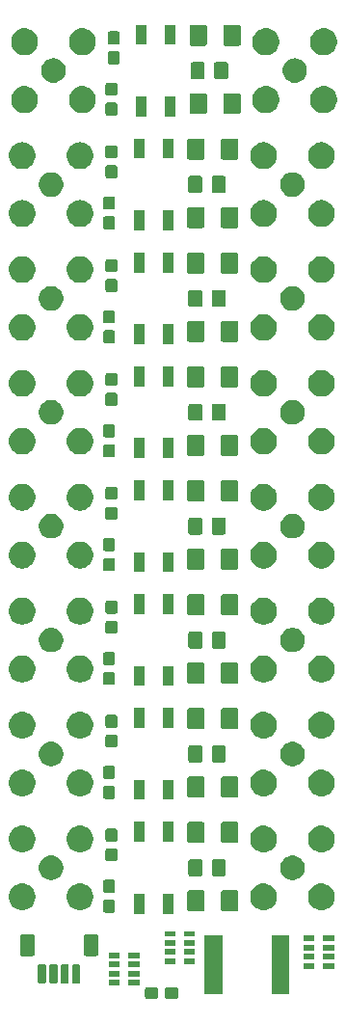
<source format=gts>
G04 #@! TF.GenerationSoftware,KiCad,Pcbnew,(5.1.5-0)*
G04 #@! TF.CreationDate,2021-01-22T06:44:32-07:00*
G04 #@! TF.ProjectId,pmos_board,706d6f73-5f62-46f6-9172-642e6b696361,rev?*
G04 #@! TF.SameCoordinates,Original*
G04 #@! TF.FileFunction,Soldermask,Top*
G04 #@! TF.FilePolarity,Negative*
%FSLAX46Y46*%
G04 Gerber Fmt 4.6, Leading zero omitted, Abs format (unit mm)*
G04 Created by KiCad (PCBNEW (5.1.5-0)) date 2021-01-22 06:44:32*
%MOMM*%
%LPD*%
G04 APERTURE LIST*
%ADD10C,0.100000*%
G04 APERTURE END LIST*
D10*
G36*
X135289499Y-155478445D02*
G01*
X135326995Y-155489820D01*
X135361554Y-155508292D01*
X135391847Y-155533153D01*
X135416708Y-155563446D01*
X135435180Y-155598005D01*
X135446555Y-155635501D01*
X135451000Y-155680638D01*
X135451000Y-156319362D01*
X135446555Y-156364499D01*
X135435180Y-156401995D01*
X135416708Y-156436554D01*
X135391847Y-156466847D01*
X135361554Y-156491708D01*
X135326995Y-156510180D01*
X135289499Y-156521555D01*
X135244362Y-156526000D01*
X134505638Y-156526000D01*
X134460501Y-156521555D01*
X134423005Y-156510180D01*
X134388446Y-156491708D01*
X134358153Y-156466847D01*
X134333292Y-156436554D01*
X134314820Y-156401995D01*
X134303445Y-156364499D01*
X134299000Y-156319362D01*
X134299000Y-155680638D01*
X134303445Y-155635501D01*
X134314820Y-155598005D01*
X134333292Y-155563446D01*
X134358153Y-155533153D01*
X134388446Y-155508292D01*
X134423005Y-155489820D01*
X134460501Y-155478445D01*
X134505638Y-155474000D01*
X135244362Y-155474000D01*
X135289499Y-155478445D01*
G37*
G36*
X133539499Y-155478445D02*
G01*
X133576995Y-155489820D01*
X133611554Y-155508292D01*
X133641847Y-155533153D01*
X133666708Y-155563446D01*
X133685180Y-155598005D01*
X133696555Y-155635501D01*
X133701000Y-155680638D01*
X133701000Y-156319362D01*
X133696555Y-156364499D01*
X133685180Y-156401995D01*
X133666708Y-156436554D01*
X133641847Y-156466847D01*
X133611554Y-156491708D01*
X133576995Y-156510180D01*
X133539499Y-156521555D01*
X133494362Y-156526000D01*
X132755638Y-156526000D01*
X132710501Y-156521555D01*
X132673005Y-156510180D01*
X132638446Y-156491708D01*
X132608153Y-156466847D01*
X132583292Y-156436554D01*
X132564820Y-156401995D01*
X132553445Y-156364499D01*
X132549000Y-156319362D01*
X132549000Y-155680638D01*
X132553445Y-155635501D01*
X132564820Y-155598005D01*
X132583292Y-155563446D01*
X132608153Y-155533153D01*
X132638446Y-155508292D01*
X132673005Y-155489820D01*
X132710501Y-155478445D01*
X132755638Y-155474000D01*
X133494362Y-155474000D01*
X133539499Y-155478445D01*
G37*
G36*
X145251000Y-156051000D02*
G01*
X143649000Y-156051000D01*
X143649000Y-150949000D01*
X145251000Y-150949000D01*
X145251000Y-156051000D01*
G37*
G36*
X139351000Y-156051000D02*
G01*
X137749000Y-156051000D01*
X137749000Y-150949000D01*
X139351000Y-150949000D01*
X139351000Y-156051000D01*
G37*
G36*
X132051000Y-155351000D02*
G01*
X131049000Y-155351000D01*
X131049000Y-154849000D01*
X132051000Y-154849000D01*
X132051000Y-155351000D01*
G37*
G36*
X130351000Y-155351000D02*
G01*
X129349000Y-155351000D01*
X129349000Y-154849000D01*
X130351000Y-154849000D01*
X130351000Y-155351000D01*
G37*
G36*
X126759928Y-153501764D02*
G01*
X126781009Y-153508160D01*
X126800445Y-153518548D01*
X126817476Y-153532524D01*
X126831452Y-153549555D01*
X126841840Y-153568991D01*
X126848236Y-153590072D01*
X126851000Y-153618140D01*
X126851000Y-155031860D01*
X126848236Y-155059928D01*
X126841840Y-155081009D01*
X126831452Y-155100445D01*
X126817476Y-155117476D01*
X126800445Y-155131452D01*
X126781009Y-155141840D01*
X126759928Y-155148236D01*
X126731860Y-155151000D01*
X126268140Y-155151000D01*
X126240072Y-155148236D01*
X126218991Y-155141840D01*
X126199555Y-155131452D01*
X126182524Y-155117476D01*
X126168548Y-155100445D01*
X126158160Y-155081009D01*
X126151764Y-155059928D01*
X126149000Y-155031860D01*
X126149000Y-153618140D01*
X126151764Y-153590072D01*
X126158160Y-153568991D01*
X126168548Y-153549555D01*
X126182524Y-153532524D01*
X126199555Y-153518548D01*
X126218991Y-153508160D01*
X126240072Y-153501764D01*
X126268140Y-153499000D01*
X126731860Y-153499000D01*
X126759928Y-153501764D01*
G37*
G36*
X125759928Y-153501764D02*
G01*
X125781009Y-153508160D01*
X125800445Y-153518548D01*
X125817476Y-153532524D01*
X125831452Y-153549555D01*
X125841840Y-153568991D01*
X125848236Y-153590072D01*
X125851000Y-153618140D01*
X125851000Y-155031860D01*
X125848236Y-155059928D01*
X125841840Y-155081009D01*
X125831452Y-155100445D01*
X125817476Y-155117476D01*
X125800445Y-155131452D01*
X125781009Y-155141840D01*
X125759928Y-155148236D01*
X125731860Y-155151000D01*
X125268140Y-155151000D01*
X125240072Y-155148236D01*
X125218991Y-155141840D01*
X125199555Y-155131452D01*
X125182524Y-155117476D01*
X125168548Y-155100445D01*
X125158160Y-155081009D01*
X125151764Y-155059928D01*
X125149000Y-155031860D01*
X125149000Y-153618140D01*
X125151764Y-153590072D01*
X125158160Y-153568991D01*
X125168548Y-153549555D01*
X125182524Y-153532524D01*
X125199555Y-153518548D01*
X125218991Y-153508160D01*
X125240072Y-153501764D01*
X125268140Y-153499000D01*
X125731860Y-153499000D01*
X125759928Y-153501764D01*
G37*
G36*
X124759928Y-153501764D02*
G01*
X124781009Y-153508160D01*
X124800445Y-153518548D01*
X124817476Y-153532524D01*
X124831452Y-153549555D01*
X124841840Y-153568991D01*
X124848236Y-153590072D01*
X124851000Y-153618140D01*
X124851000Y-155031860D01*
X124848236Y-155059928D01*
X124841840Y-155081009D01*
X124831452Y-155100445D01*
X124817476Y-155117476D01*
X124800445Y-155131452D01*
X124781009Y-155141840D01*
X124759928Y-155148236D01*
X124731860Y-155151000D01*
X124268140Y-155151000D01*
X124240072Y-155148236D01*
X124218991Y-155141840D01*
X124199555Y-155131452D01*
X124182524Y-155117476D01*
X124168548Y-155100445D01*
X124158160Y-155081009D01*
X124151764Y-155059928D01*
X124149000Y-155031860D01*
X124149000Y-153618140D01*
X124151764Y-153590072D01*
X124158160Y-153568991D01*
X124168548Y-153549555D01*
X124182524Y-153532524D01*
X124199555Y-153518548D01*
X124218991Y-153508160D01*
X124240072Y-153501764D01*
X124268140Y-153499000D01*
X124731860Y-153499000D01*
X124759928Y-153501764D01*
G37*
G36*
X123759928Y-153501764D02*
G01*
X123781009Y-153508160D01*
X123800445Y-153518548D01*
X123817476Y-153532524D01*
X123831452Y-153549555D01*
X123841840Y-153568991D01*
X123848236Y-153590072D01*
X123851000Y-153618140D01*
X123851000Y-155031860D01*
X123848236Y-155059928D01*
X123841840Y-155081009D01*
X123831452Y-155100445D01*
X123817476Y-155117476D01*
X123800445Y-155131452D01*
X123781009Y-155141840D01*
X123759928Y-155148236D01*
X123731860Y-155151000D01*
X123268140Y-155151000D01*
X123240072Y-155148236D01*
X123218991Y-155141840D01*
X123199555Y-155131452D01*
X123182524Y-155117476D01*
X123168548Y-155100445D01*
X123158160Y-155081009D01*
X123151764Y-155059928D01*
X123149000Y-155031860D01*
X123149000Y-153618140D01*
X123151764Y-153590072D01*
X123158160Y-153568991D01*
X123168548Y-153549555D01*
X123182524Y-153532524D01*
X123199555Y-153518548D01*
X123218991Y-153508160D01*
X123240072Y-153501764D01*
X123268140Y-153499000D01*
X123731860Y-153499000D01*
X123759928Y-153501764D01*
G37*
G36*
X132051000Y-154551000D02*
G01*
X131049000Y-154551000D01*
X131049000Y-154049000D01*
X132051000Y-154049000D01*
X132051000Y-154551000D01*
G37*
G36*
X130351000Y-154551000D02*
G01*
X129349000Y-154551000D01*
X129349000Y-154049000D01*
X130351000Y-154049000D01*
X130351000Y-154551000D01*
G37*
G36*
X149151000Y-153851000D02*
G01*
X148149000Y-153851000D01*
X148149000Y-153349000D01*
X149151000Y-153349000D01*
X149151000Y-153851000D01*
G37*
G36*
X147451000Y-153851000D02*
G01*
X146449000Y-153851000D01*
X146449000Y-153349000D01*
X147451000Y-153349000D01*
X147451000Y-153851000D01*
G37*
G36*
X130351000Y-153751000D02*
G01*
X129349000Y-153751000D01*
X129349000Y-153249000D01*
X130351000Y-153249000D01*
X130351000Y-153751000D01*
G37*
G36*
X132051000Y-153751000D02*
G01*
X131049000Y-153751000D01*
X131049000Y-153249000D01*
X132051000Y-153249000D01*
X132051000Y-153751000D01*
G37*
G36*
X135251000Y-153451000D02*
G01*
X134249000Y-153451000D01*
X134249000Y-152949000D01*
X135251000Y-152949000D01*
X135251000Y-153451000D01*
G37*
G36*
X136951000Y-153451000D02*
G01*
X135949000Y-153451000D01*
X135949000Y-152949000D01*
X136951000Y-152949000D01*
X136951000Y-153451000D01*
G37*
G36*
X149151000Y-153051000D02*
G01*
X148149000Y-153051000D01*
X148149000Y-152549000D01*
X149151000Y-152549000D01*
X149151000Y-153051000D01*
G37*
G36*
X147451000Y-153051000D02*
G01*
X146449000Y-153051000D01*
X146449000Y-152549000D01*
X147451000Y-152549000D01*
X147451000Y-153051000D01*
G37*
G36*
X132051000Y-152951000D02*
G01*
X131049000Y-152951000D01*
X131049000Y-152449000D01*
X132051000Y-152449000D01*
X132051000Y-152951000D01*
G37*
G36*
X130351000Y-152951000D02*
G01*
X129349000Y-152951000D01*
X129349000Y-152449000D01*
X130351000Y-152449000D01*
X130351000Y-152951000D01*
G37*
G36*
X128291242Y-150853404D02*
G01*
X128328337Y-150864657D01*
X128362515Y-150882925D01*
X128392481Y-150907519D01*
X128417075Y-150937485D01*
X128435343Y-150971663D01*
X128446596Y-151008758D01*
X128451000Y-151053474D01*
X128451000Y-152546526D01*
X128446596Y-152591242D01*
X128435343Y-152628337D01*
X128417075Y-152662515D01*
X128392481Y-152692481D01*
X128362515Y-152717075D01*
X128328337Y-152735343D01*
X128291242Y-152746596D01*
X128246526Y-152751000D01*
X127353474Y-152751000D01*
X127308758Y-152746596D01*
X127271663Y-152735343D01*
X127237485Y-152717075D01*
X127207519Y-152692481D01*
X127182925Y-152662515D01*
X127164657Y-152628337D01*
X127153404Y-152591242D01*
X127149000Y-152546526D01*
X127149000Y-151053474D01*
X127153404Y-151008758D01*
X127164657Y-150971663D01*
X127182925Y-150937485D01*
X127207519Y-150907519D01*
X127237485Y-150882925D01*
X127271663Y-150864657D01*
X127308758Y-150853404D01*
X127353474Y-150849000D01*
X128246526Y-150849000D01*
X128291242Y-150853404D01*
G37*
G36*
X122691242Y-150853404D02*
G01*
X122728337Y-150864657D01*
X122762515Y-150882925D01*
X122792481Y-150907519D01*
X122817075Y-150937485D01*
X122835343Y-150971663D01*
X122846596Y-151008758D01*
X122851000Y-151053474D01*
X122851000Y-152546526D01*
X122846596Y-152591242D01*
X122835343Y-152628337D01*
X122817075Y-152662515D01*
X122792481Y-152692481D01*
X122762515Y-152717075D01*
X122728337Y-152735343D01*
X122691242Y-152746596D01*
X122646526Y-152751000D01*
X121753474Y-152751000D01*
X121708758Y-152746596D01*
X121671663Y-152735343D01*
X121637485Y-152717075D01*
X121607519Y-152692481D01*
X121582925Y-152662515D01*
X121564657Y-152628337D01*
X121553404Y-152591242D01*
X121549000Y-152546526D01*
X121549000Y-151053474D01*
X121553404Y-151008758D01*
X121564657Y-150971663D01*
X121582925Y-150937485D01*
X121607519Y-150907519D01*
X121637485Y-150882925D01*
X121671663Y-150864657D01*
X121708758Y-150853404D01*
X121753474Y-150849000D01*
X122646526Y-150849000D01*
X122691242Y-150853404D01*
G37*
G36*
X136951000Y-152651000D02*
G01*
X135949000Y-152651000D01*
X135949000Y-152149000D01*
X136951000Y-152149000D01*
X136951000Y-152651000D01*
G37*
G36*
X135251000Y-152651000D02*
G01*
X134249000Y-152651000D01*
X134249000Y-152149000D01*
X135251000Y-152149000D01*
X135251000Y-152651000D01*
G37*
G36*
X149151000Y-152251000D02*
G01*
X148149000Y-152251000D01*
X148149000Y-151749000D01*
X149151000Y-151749000D01*
X149151000Y-152251000D01*
G37*
G36*
X147451000Y-152251000D02*
G01*
X146449000Y-152251000D01*
X146449000Y-151749000D01*
X147451000Y-151749000D01*
X147451000Y-152251000D01*
G37*
G36*
X136951000Y-151851000D02*
G01*
X135949000Y-151851000D01*
X135949000Y-151349000D01*
X136951000Y-151349000D01*
X136951000Y-151851000D01*
G37*
G36*
X135251000Y-151851000D02*
G01*
X134249000Y-151851000D01*
X134249000Y-151349000D01*
X135251000Y-151349000D01*
X135251000Y-151851000D01*
G37*
G36*
X149151000Y-151451000D02*
G01*
X148149000Y-151451000D01*
X148149000Y-150949000D01*
X149151000Y-150949000D01*
X149151000Y-151451000D01*
G37*
G36*
X147451000Y-151451000D02*
G01*
X146449000Y-151451000D01*
X146449000Y-150949000D01*
X147451000Y-150949000D01*
X147451000Y-151451000D01*
G37*
G36*
X135251000Y-151051000D02*
G01*
X134249000Y-151051000D01*
X134249000Y-150549000D01*
X135251000Y-150549000D01*
X135251000Y-151051000D01*
G37*
G36*
X136951000Y-151051000D02*
G01*
X135949000Y-151051000D01*
X135949000Y-150549000D01*
X136951000Y-150549000D01*
X136951000Y-151051000D01*
G37*
G36*
X135021000Y-149026000D02*
G01*
X134119000Y-149026000D01*
X134119000Y-147274000D01*
X135021000Y-147274000D01*
X135021000Y-149026000D01*
G37*
G36*
X132481000Y-149026000D02*
G01*
X131579000Y-149026000D01*
X131579000Y-147274000D01*
X132481000Y-147274000D01*
X132481000Y-149026000D01*
G37*
G36*
X129764499Y-147803445D02*
G01*
X129801995Y-147814820D01*
X129836554Y-147833292D01*
X129866847Y-147858153D01*
X129891708Y-147888446D01*
X129910180Y-147923005D01*
X129921555Y-147960501D01*
X129926000Y-148005638D01*
X129926000Y-148744362D01*
X129921555Y-148789499D01*
X129910180Y-148826995D01*
X129891708Y-148861554D01*
X129866847Y-148891847D01*
X129836554Y-148916708D01*
X129801995Y-148935180D01*
X129764499Y-148946555D01*
X129719362Y-148951000D01*
X129080638Y-148951000D01*
X129035501Y-148946555D01*
X128998005Y-148935180D01*
X128963446Y-148916708D01*
X128933153Y-148891847D01*
X128908292Y-148861554D01*
X128889820Y-148826995D01*
X128878445Y-148789499D01*
X128874000Y-148744362D01*
X128874000Y-148005638D01*
X128878445Y-147960501D01*
X128889820Y-147923005D01*
X128908292Y-147888446D01*
X128933153Y-147858153D01*
X128963446Y-147833292D01*
X128998005Y-147814820D01*
X129035501Y-147803445D01*
X129080638Y-147799000D01*
X129719362Y-147799000D01*
X129764499Y-147803445D01*
G37*
G36*
X137625562Y-146978181D02*
G01*
X137660481Y-146988774D01*
X137692663Y-147005976D01*
X137720873Y-147029127D01*
X137744024Y-147057337D01*
X137761226Y-147089519D01*
X137771819Y-147124438D01*
X137776000Y-147166895D01*
X137776000Y-148633105D01*
X137771819Y-148675562D01*
X137761226Y-148710481D01*
X137744024Y-148742663D01*
X137720873Y-148770873D01*
X137692663Y-148794024D01*
X137660481Y-148811226D01*
X137625562Y-148821819D01*
X137583105Y-148826000D01*
X136441895Y-148826000D01*
X136399438Y-148821819D01*
X136364519Y-148811226D01*
X136332337Y-148794024D01*
X136304127Y-148770873D01*
X136280976Y-148742663D01*
X136263774Y-148710481D01*
X136253181Y-148675562D01*
X136249000Y-148633105D01*
X136249000Y-147166895D01*
X136253181Y-147124438D01*
X136263774Y-147089519D01*
X136280976Y-147057337D01*
X136304127Y-147029127D01*
X136332337Y-147005976D01*
X136364519Y-146988774D01*
X136399438Y-146978181D01*
X136441895Y-146974000D01*
X137583105Y-146974000D01*
X137625562Y-146978181D01*
G37*
G36*
X140600562Y-146978181D02*
G01*
X140635481Y-146988774D01*
X140667663Y-147005976D01*
X140695873Y-147029127D01*
X140719024Y-147057337D01*
X140736226Y-147089519D01*
X140746819Y-147124438D01*
X140751000Y-147166895D01*
X140751000Y-148633105D01*
X140746819Y-148675562D01*
X140736226Y-148710481D01*
X140719024Y-148742663D01*
X140695873Y-148770873D01*
X140667663Y-148794024D01*
X140635481Y-148811226D01*
X140600562Y-148821819D01*
X140558105Y-148826000D01*
X139416895Y-148826000D01*
X139374438Y-148821819D01*
X139339519Y-148811226D01*
X139307337Y-148794024D01*
X139279127Y-148770873D01*
X139255976Y-148742663D01*
X139238774Y-148710481D01*
X139228181Y-148675562D01*
X139224000Y-148633105D01*
X139224000Y-147166895D01*
X139228181Y-147124438D01*
X139238774Y-147089519D01*
X139255976Y-147057337D01*
X139279127Y-147029127D01*
X139307337Y-147005976D01*
X139339519Y-146988774D01*
X139374438Y-146978181D01*
X139416895Y-146974000D01*
X140558105Y-146974000D01*
X140600562Y-146978181D01*
G37*
G36*
X148231560Y-146379064D02*
G01*
X148383027Y-146409193D01*
X148597045Y-146497842D01*
X148597046Y-146497843D01*
X148789654Y-146626539D01*
X148953461Y-146790346D01*
X149039258Y-146918751D01*
X149082158Y-146982955D01*
X149170807Y-147196973D01*
X149216000Y-147424174D01*
X149216000Y-147655826D01*
X149170807Y-147883027D01*
X149082158Y-148097045D01*
X149082157Y-148097046D01*
X148953461Y-148289654D01*
X148789654Y-148453461D01*
X148661249Y-148539258D01*
X148597045Y-148582158D01*
X148383027Y-148670807D01*
X148231560Y-148700936D01*
X148155827Y-148716000D01*
X147924173Y-148716000D01*
X147848440Y-148700936D01*
X147696973Y-148670807D01*
X147482955Y-148582158D01*
X147418751Y-148539258D01*
X147290346Y-148453461D01*
X147126539Y-148289654D01*
X146997843Y-148097046D01*
X146997842Y-148097045D01*
X146909193Y-147883027D01*
X146864000Y-147655826D01*
X146864000Y-147424174D01*
X146909193Y-147196973D01*
X146997842Y-146982955D01*
X147040742Y-146918751D01*
X147126539Y-146790346D01*
X147290346Y-146626539D01*
X147482954Y-146497843D01*
X147482955Y-146497842D01*
X147696973Y-146409193D01*
X147848440Y-146379064D01*
X147924173Y-146364000D01*
X148155827Y-146364000D01*
X148231560Y-146379064D01*
G37*
G36*
X143151560Y-146379064D02*
G01*
X143303027Y-146409193D01*
X143517045Y-146497842D01*
X143517046Y-146497843D01*
X143709654Y-146626539D01*
X143873461Y-146790346D01*
X143959258Y-146918751D01*
X144002158Y-146982955D01*
X144090807Y-147196973D01*
X144136000Y-147424174D01*
X144136000Y-147655826D01*
X144090807Y-147883027D01*
X144002158Y-148097045D01*
X144002157Y-148097046D01*
X143873461Y-148289654D01*
X143709654Y-148453461D01*
X143581249Y-148539258D01*
X143517045Y-148582158D01*
X143303027Y-148670807D01*
X143151560Y-148700936D01*
X143075827Y-148716000D01*
X142844173Y-148716000D01*
X142768440Y-148700936D01*
X142616973Y-148670807D01*
X142402955Y-148582158D01*
X142338751Y-148539258D01*
X142210346Y-148453461D01*
X142046539Y-148289654D01*
X141917843Y-148097046D01*
X141917842Y-148097045D01*
X141829193Y-147883027D01*
X141784000Y-147655826D01*
X141784000Y-147424174D01*
X141829193Y-147196973D01*
X141917842Y-146982955D01*
X141960742Y-146918751D01*
X142046539Y-146790346D01*
X142210346Y-146626539D01*
X142402954Y-146497843D01*
X142402955Y-146497842D01*
X142616973Y-146409193D01*
X142768440Y-146379064D01*
X142844173Y-146364000D01*
X143075827Y-146364000D01*
X143151560Y-146379064D01*
G37*
G36*
X121951560Y-146379064D02*
G01*
X122103027Y-146409193D01*
X122317045Y-146497842D01*
X122317046Y-146497843D01*
X122509654Y-146626539D01*
X122673461Y-146790346D01*
X122759258Y-146918751D01*
X122802158Y-146982955D01*
X122890807Y-147196973D01*
X122936000Y-147424174D01*
X122936000Y-147655826D01*
X122890807Y-147883027D01*
X122802158Y-148097045D01*
X122802157Y-148097046D01*
X122673461Y-148289654D01*
X122509654Y-148453461D01*
X122381249Y-148539258D01*
X122317045Y-148582158D01*
X122103027Y-148670807D01*
X121951560Y-148700936D01*
X121875827Y-148716000D01*
X121644173Y-148716000D01*
X121568440Y-148700936D01*
X121416973Y-148670807D01*
X121202955Y-148582158D01*
X121138751Y-148539258D01*
X121010346Y-148453461D01*
X120846539Y-148289654D01*
X120717843Y-148097046D01*
X120717842Y-148097045D01*
X120629193Y-147883027D01*
X120584000Y-147655826D01*
X120584000Y-147424174D01*
X120629193Y-147196973D01*
X120717842Y-146982955D01*
X120760742Y-146918751D01*
X120846539Y-146790346D01*
X121010346Y-146626539D01*
X121202954Y-146497843D01*
X121202955Y-146497842D01*
X121416973Y-146409193D01*
X121568440Y-146379064D01*
X121644173Y-146364000D01*
X121875827Y-146364000D01*
X121951560Y-146379064D01*
G37*
G36*
X127031560Y-146379064D02*
G01*
X127183027Y-146409193D01*
X127397045Y-146497842D01*
X127397046Y-146497843D01*
X127589654Y-146626539D01*
X127753461Y-146790346D01*
X127839258Y-146918751D01*
X127882158Y-146982955D01*
X127970807Y-147196973D01*
X128016000Y-147424174D01*
X128016000Y-147655826D01*
X127970807Y-147883027D01*
X127882158Y-148097045D01*
X127882157Y-148097046D01*
X127753461Y-148289654D01*
X127589654Y-148453461D01*
X127461249Y-148539258D01*
X127397045Y-148582158D01*
X127183027Y-148670807D01*
X127031560Y-148700936D01*
X126955827Y-148716000D01*
X126724173Y-148716000D01*
X126648440Y-148700936D01*
X126496973Y-148670807D01*
X126282955Y-148582158D01*
X126218751Y-148539258D01*
X126090346Y-148453461D01*
X125926539Y-148289654D01*
X125797843Y-148097046D01*
X125797842Y-148097045D01*
X125709193Y-147883027D01*
X125664000Y-147655826D01*
X125664000Y-147424174D01*
X125709193Y-147196973D01*
X125797842Y-146982955D01*
X125840742Y-146918751D01*
X125926539Y-146790346D01*
X126090346Y-146626539D01*
X126282954Y-146497843D01*
X126282955Y-146497842D01*
X126496973Y-146409193D01*
X126648440Y-146379064D01*
X126724173Y-146364000D01*
X126955827Y-146364000D01*
X127031560Y-146379064D01*
G37*
G36*
X129764499Y-146053445D02*
G01*
X129801995Y-146064820D01*
X129836554Y-146083292D01*
X129866847Y-146108153D01*
X129891708Y-146138446D01*
X129910180Y-146173005D01*
X129921555Y-146210501D01*
X129926000Y-146255638D01*
X129926000Y-146994362D01*
X129921555Y-147039499D01*
X129910180Y-147076995D01*
X129891708Y-147111554D01*
X129866847Y-147141847D01*
X129836554Y-147166708D01*
X129801995Y-147185180D01*
X129764499Y-147196555D01*
X129719362Y-147201000D01*
X129080638Y-147201000D01*
X129035501Y-147196555D01*
X128998005Y-147185180D01*
X128963446Y-147166708D01*
X128933153Y-147141847D01*
X128908292Y-147111554D01*
X128889820Y-147076995D01*
X128878445Y-147039499D01*
X128874000Y-146994362D01*
X128874000Y-146255638D01*
X128878445Y-146210501D01*
X128889820Y-146173005D01*
X128908292Y-146138446D01*
X128933153Y-146108153D01*
X128963446Y-146083292D01*
X128998005Y-146064820D01*
X129035501Y-146053445D01*
X129080638Y-146049000D01*
X129719362Y-146049000D01*
X129764499Y-146053445D01*
G37*
G36*
X145675271Y-143937783D02*
G01*
X145813858Y-143965350D01*
X146009677Y-144046461D01*
X146185910Y-144164216D01*
X146335784Y-144314090D01*
X146453539Y-144490323D01*
X146534650Y-144686142D01*
X146576000Y-144894023D01*
X146576000Y-145105977D01*
X146534650Y-145313858D01*
X146453539Y-145509677D01*
X146335784Y-145685910D01*
X146185910Y-145835784D01*
X146009677Y-145953539D01*
X145813858Y-146034650D01*
X145716312Y-146054053D01*
X145605978Y-146076000D01*
X145394022Y-146076000D01*
X145283688Y-146054053D01*
X145186142Y-146034650D01*
X144990323Y-145953539D01*
X144814090Y-145835784D01*
X144664216Y-145685910D01*
X144546461Y-145509677D01*
X144465350Y-145313858D01*
X144424000Y-145105977D01*
X144424000Y-144894023D01*
X144465350Y-144686142D01*
X144546461Y-144490323D01*
X144664216Y-144314090D01*
X144814090Y-144164216D01*
X144990323Y-144046461D01*
X145186142Y-143965350D01*
X145324729Y-143937783D01*
X145394022Y-143924000D01*
X145605978Y-143924000D01*
X145675271Y-143937783D01*
G37*
G36*
X124475271Y-143937783D02*
G01*
X124613858Y-143965350D01*
X124809677Y-144046461D01*
X124985910Y-144164216D01*
X125135784Y-144314090D01*
X125253539Y-144490323D01*
X125334650Y-144686142D01*
X125376000Y-144894023D01*
X125376000Y-145105977D01*
X125334650Y-145313858D01*
X125253539Y-145509677D01*
X125135784Y-145685910D01*
X124985910Y-145835784D01*
X124809677Y-145953539D01*
X124613858Y-146034650D01*
X124516312Y-146054053D01*
X124405978Y-146076000D01*
X124194022Y-146076000D01*
X124083688Y-146054053D01*
X123986142Y-146034650D01*
X123790323Y-145953539D01*
X123614090Y-145835784D01*
X123464216Y-145685910D01*
X123346461Y-145509677D01*
X123265350Y-145313858D01*
X123224000Y-145105977D01*
X123224000Y-144894023D01*
X123265350Y-144686142D01*
X123346461Y-144490323D01*
X123464216Y-144314090D01*
X123614090Y-144164216D01*
X123790323Y-144046461D01*
X123986142Y-143965350D01*
X124124729Y-143937783D01*
X124194022Y-143924000D01*
X124405978Y-143924000D01*
X124475271Y-143937783D01*
G37*
G36*
X137438674Y-144253465D02*
G01*
X137476367Y-144264899D01*
X137511103Y-144283466D01*
X137541548Y-144308452D01*
X137566534Y-144338897D01*
X137585101Y-144373633D01*
X137596535Y-144411326D01*
X137601000Y-144456661D01*
X137601000Y-145543339D01*
X137596535Y-145588674D01*
X137585101Y-145626367D01*
X137566534Y-145661103D01*
X137541548Y-145691548D01*
X137511103Y-145716534D01*
X137476367Y-145735101D01*
X137438674Y-145746535D01*
X137393339Y-145751000D01*
X136556661Y-145751000D01*
X136511326Y-145746535D01*
X136473633Y-145735101D01*
X136438897Y-145716534D01*
X136408452Y-145691548D01*
X136383466Y-145661103D01*
X136364899Y-145626367D01*
X136353465Y-145588674D01*
X136349000Y-145543339D01*
X136349000Y-144456661D01*
X136353465Y-144411326D01*
X136364899Y-144373633D01*
X136383466Y-144338897D01*
X136408452Y-144308452D01*
X136438897Y-144283466D01*
X136473633Y-144264899D01*
X136511326Y-144253465D01*
X136556661Y-144249000D01*
X137393339Y-144249000D01*
X137438674Y-144253465D01*
G37*
G36*
X139488674Y-144253465D02*
G01*
X139526367Y-144264899D01*
X139561103Y-144283466D01*
X139591548Y-144308452D01*
X139616534Y-144338897D01*
X139635101Y-144373633D01*
X139646535Y-144411326D01*
X139651000Y-144456661D01*
X139651000Y-145543339D01*
X139646535Y-145588674D01*
X139635101Y-145626367D01*
X139616534Y-145661103D01*
X139591548Y-145691548D01*
X139561103Y-145716534D01*
X139526367Y-145735101D01*
X139488674Y-145746535D01*
X139443339Y-145751000D01*
X138606661Y-145751000D01*
X138561326Y-145746535D01*
X138523633Y-145735101D01*
X138488897Y-145716534D01*
X138458452Y-145691548D01*
X138433466Y-145661103D01*
X138414899Y-145626367D01*
X138403465Y-145588674D01*
X138399000Y-145543339D01*
X138399000Y-144456661D01*
X138403465Y-144411326D01*
X138414899Y-144373633D01*
X138433466Y-144338897D01*
X138458452Y-144308452D01*
X138488897Y-144283466D01*
X138523633Y-144264899D01*
X138561326Y-144253465D01*
X138606661Y-144249000D01*
X139443339Y-144249000D01*
X139488674Y-144253465D01*
G37*
G36*
X129964499Y-143303445D02*
G01*
X130001995Y-143314820D01*
X130036554Y-143333292D01*
X130066847Y-143358153D01*
X130091708Y-143388446D01*
X130110180Y-143423005D01*
X130121555Y-143460501D01*
X130126000Y-143505638D01*
X130126000Y-144244362D01*
X130121555Y-144289499D01*
X130110180Y-144326995D01*
X130091708Y-144361554D01*
X130066847Y-144391847D01*
X130036554Y-144416708D01*
X130001995Y-144435180D01*
X129964499Y-144446555D01*
X129919362Y-144451000D01*
X129280638Y-144451000D01*
X129235501Y-144446555D01*
X129198005Y-144435180D01*
X129163446Y-144416708D01*
X129133153Y-144391847D01*
X129108292Y-144361554D01*
X129089820Y-144326995D01*
X129078445Y-144289499D01*
X129074000Y-144244362D01*
X129074000Y-143505638D01*
X129078445Y-143460501D01*
X129089820Y-143423005D01*
X129108292Y-143388446D01*
X129133153Y-143358153D01*
X129163446Y-143333292D01*
X129198005Y-143314820D01*
X129235501Y-143303445D01*
X129280638Y-143299000D01*
X129919362Y-143299000D01*
X129964499Y-143303445D01*
G37*
G36*
X148231560Y-141299064D02*
G01*
X148383027Y-141329193D01*
X148597045Y-141417842D01*
X148597046Y-141417843D01*
X148789654Y-141546539D01*
X148953461Y-141710346D01*
X148983724Y-141755638D01*
X149082158Y-141902955D01*
X149170807Y-142116973D01*
X149170807Y-142116975D01*
X149216000Y-142344173D01*
X149216000Y-142575827D01*
X149214351Y-142584115D01*
X149170807Y-142803027D01*
X149082158Y-143017045D01*
X149082157Y-143017046D01*
X148953461Y-143209654D01*
X148789654Y-143373461D01*
X148661249Y-143459258D01*
X148597045Y-143502158D01*
X148383027Y-143590807D01*
X148231560Y-143620936D01*
X148155827Y-143636000D01*
X147924173Y-143636000D01*
X147848440Y-143620936D01*
X147696973Y-143590807D01*
X147482955Y-143502158D01*
X147418751Y-143459258D01*
X147290346Y-143373461D01*
X147126539Y-143209654D01*
X146997843Y-143017046D01*
X146997842Y-143017045D01*
X146909193Y-142803027D01*
X146865649Y-142584115D01*
X146864000Y-142575827D01*
X146864000Y-142344173D01*
X146909193Y-142116975D01*
X146909193Y-142116973D01*
X146997842Y-141902955D01*
X147096276Y-141755638D01*
X147126539Y-141710346D01*
X147290346Y-141546539D01*
X147482954Y-141417843D01*
X147482955Y-141417842D01*
X147696973Y-141329193D01*
X147848440Y-141299064D01*
X147924173Y-141284000D01*
X148155827Y-141284000D01*
X148231560Y-141299064D01*
G37*
G36*
X143151560Y-141299064D02*
G01*
X143303027Y-141329193D01*
X143517045Y-141417842D01*
X143517046Y-141417843D01*
X143709654Y-141546539D01*
X143873461Y-141710346D01*
X143903724Y-141755638D01*
X144002158Y-141902955D01*
X144090807Y-142116973D01*
X144090807Y-142116975D01*
X144136000Y-142344173D01*
X144136000Y-142575827D01*
X144134351Y-142584115D01*
X144090807Y-142803027D01*
X144002158Y-143017045D01*
X144002157Y-143017046D01*
X143873461Y-143209654D01*
X143709654Y-143373461D01*
X143581249Y-143459258D01*
X143517045Y-143502158D01*
X143303027Y-143590807D01*
X143151560Y-143620936D01*
X143075827Y-143636000D01*
X142844173Y-143636000D01*
X142768440Y-143620936D01*
X142616973Y-143590807D01*
X142402955Y-143502158D01*
X142338751Y-143459258D01*
X142210346Y-143373461D01*
X142046539Y-143209654D01*
X141917843Y-143017046D01*
X141917842Y-143017045D01*
X141829193Y-142803027D01*
X141785649Y-142584115D01*
X141784000Y-142575827D01*
X141784000Y-142344173D01*
X141829193Y-142116975D01*
X141829193Y-142116973D01*
X141917842Y-141902955D01*
X142016276Y-141755638D01*
X142046539Y-141710346D01*
X142210346Y-141546539D01*
X142402954Y-141417843D01*
X142402955Y-141417842D01*
X142616973Y-141329193D01*
X142768440Y-141299064D01*
X142844173Y-141284000D01*
X143075827Y-141284000D01*
X143151560Y-141299064D01*
G37*
G36*
X121951560Y-141299064D02*
G01*
X122103027Y-141329193D01*
X122317045Y-141417842D01*
X122317046Y-141417843D01*
X122509654Y-141546539D01*
X122673461Y-141710346D01*
X122703724Y-141755638D01*
X122802158Y-141902955D01*
X122890807Y-142116973D01*
X122890807Y-142116975D01*
X122936000Y-142344173D01*
X122936000Y-142575827D01*
X122934351Y-142584115D01*
X122890807Y-142803027D01*
X122802158Y-143017045D01*
X122802157Y-143017046D01*
X122673461Y-143209654D01*
X122509654Y-143373461D01*
X122381249Y-143459258D01*
X122317045Y-143502158D01*
X122103027Y-143590807D01*
X121951560Y-143620936D01*
X121875827Y-143636000D01*
X121644173Y-143636000D01*
X121568440Y-143620936D01*
X121416973Y-143590807D01*
X121202955Y-143502158D01*
X121138751Y-143459258D01*
X121010346Y-143373461D01*
X120846539Y-143209654D01*
X120717843Y-143017046D01*
X120717842Y-143017045D01*
X120629193Y-142803027D01*
X120585649Y-142584115D01*
X120584000Y-142575827D01*
X120584000Y-142344173D01*
X120629193Y-142116975D01*
X120629193Y-142116973D01*
X120717842Y-141902955D01*
X120816276Y-141755638D01*
X120846539Y-141710346D01*
X121010346Y-141546539D01*
X121202954Y-141417843D01*
X121202955Y-141417842D01*
X121416973Y-141329193D01*
X121568440Y-141299064D01*
X121644173Y-141284000D01*
X121875827Y-141284000D01*
X121951560Y-141299064D01*
G37*
G36*
X127031560Y-141299064D02*
G01*
X127183027Y-141329193D01*
X127397045Y-141417842D01*
X127397046Y-141417843D01*
X127589654Y-141546539D01*
X127753461Y-141710346D01*
X127783724Y-141755638D01*
X127882158Y-141902955D01*
X127970807Y-142116973D01*
X127970807Y-142116975D01*
X128016000Y-142344173D01*
X128016000Y-142575827D01*
X128014351Y-142584115D01*
X127970807Y-142803027D01*
X127882158Y-143017045D01*
X127882157Y-143017046D01*
X127753461Y-143209654D01*
X127589654Y-143373461D01*
X127461249Y-143459258D01*
X127397045Y-143502158D01*
X127183027Y-143590807D01*
X127031560Y-143620936D01*
X126955827Y-143636000D01*
X126724173Y-143636000D01*
X126648440Y-143620936D01*
X126496973Y-143590807D01*
X126282955Y-143502158D01*
X126218751Y-143459258D01*
X126090346Y-143373461D01*
X125926539Y-143209654D01*
X125797843Y-143017046D01*
X125797842Y-143017045D01*
X125709193Y-142803027D01*
X125665649Y-142584115D01*
X125664000Y-142575827D01*
X125664000Y-142344173D01*
X125709193Y-142116975D01*
X125709193Y-142116973D01*
X125797842Y-141902955D01*
X125896276Y-141755638D01*
X125926539Y-141710346D01*
X126090346Y-141546539D01*
X126282954Y-141417843D01*
X126282955Y-141417842D01*
X126496973Y-141329193D01*
X126648440Y-141299064D01*
X126724173Y-141284000D01*
X126955827Y-141284000D01*
X127031560Y-141299064D01*
G37*
G36*
X140600562Y-140978181D02*
G01*
X140635481Y-140988774D01*
X140667663Y-141005976D01*
X140695873Y-141029127D01*
X140719024Y-141057337D01*
X140736226Y-141089519D01*
X140746819Y-141124438D01*
X140751000Y-141166895D01*
X140751000Y-142633105D01*
X140746819Y-142675562D01*
X140736226Y-142710481D01*
X140719024Y-142742663D01*
X140695873Y-142770873D01*
X140667663Y-142794024D01*
X140635481Y-142811226D01*
X140600562Y-142821819D01*
X140558105Y-142826000D01*
X139416895Y-142826000D01*
X139374438Y-142821819D01*
X139339519Y-142811226D01*
X139307337Y-142794024D01*
X139279127Y-142770873D01*
X139255976Y-142742663D01*
X139238774Y-142710481D01*
X139228181Y-142675562D01*
X139224000Y-142633105D01*
X139224000Y-141166895D01*
X139228181Y-141124438D01*
X139238774Y-141089519D01*
X139255976Y-141057337D01*
X139279127Y-141029127D01*
X139307337Y-141005976D01*
X139339519Y-140988774D01*
X139374438Y-140978181D01*
X139416895Y-140974000D01*
X140558105Y-140974000D01*
X140600562Y-140978181D01*
G37*
G36*
X137625562Y-140978181D02*
G01*
X137660481Y-140988774D01*
X137692663Y-141005976D01*
X137720873Y-141029127D01*
X137744024Y-141057337D01*
X137761226Y-141089519D01*
X137771819Y-141124438D01*
X137776000Y-141166895D01*
X137776000Y-142633105D01*
X137771819Y-142675562D01*
X137761226Y-142710481D01*
X137744024Y-142742663D01*
X137720873Y-142770873D01*
X137692663Y-142794024D01*
X137660481Y-142811226D01*
X137625562Y-142821819D01*
X137583105Y-142826000D01*
X136441895Y-142826000D01*
X136399438Y-142821819D01*
X136364519Y-142811226D01*
X136332337Y-142794024D01*
X136304127Y-142770873D01*
X136280976Y-142742663D01*
X136263774Y-142710481D01*
X136253181Y-142675562D01*
X136249000Y-142633105D01*
X136249000Y-141166895D01*
X136253181Y-141124438D01*
X136263774Y-141089519D01*
X136280976Y-141057337D01*
X136304127Y-141029127D01*
X136332337Y-141005976D01*
X136364519Y-140988774D01*
X136399438Y-140978181D01*
X136441895Y-140974000D01*
X137583105Y-140974000D01*
X137625562Y-140978181D01*
G37*
G36*
X132481000Y-142726000D02*
G01*
X131579000Y-142726000D01*
X131579000Y-140974000D01*
X132481000Y-140974000D01*
X132481000Y-142726000D01*
G37*
G36*
X135021000Y-142726000D02*
G01*
X134119000Y-142726000D01*
X134119000Y-140974000D01*
X135021000Y-140974000D01*
X135021000Y-142726000D01*
G37*
G36*
X129964499Y-141553445D02*
G01*
X130001995Y-141564820D01*
X130036554Y-141583292D01*
X130066847Y-141608153D01*
X130091708Y-141638446D01*
X130110180Y-141673005D01*
X130121555Y-141710501D01*
X130126000Y-141755638D01*
X130126000Y-142494362D01*
X130121555Y-142539499D01*
X130110180Y-142576995D01*
X130091708Y-142611554D01*
X130066847Y-142641847D01*
X130036554Y-142666708D01*
X130001995Y-142685180D01*
X129964499Y-142696555D01*
X129919362Y-142701000D01*
X129280638Y-142701000D01*
X129235501Y-142696555D01*
X129198005Y-142685180D01*
X129163446Y-142666708D01*
X129133153Y-142641847D01*
X129108292Y-142611554D01*
X129089820Y-142576995D01*
X129078445Y-142539499D01*
X129074000Y-142494362D01*
X129074000Y-141755638D01*
X129078445Y-141710501D01*
X129089820Y-141673005D01*
X129108292Y-141638446D01*
X129133153Y-141608153D01*
X129163446Y-141583292D01*
X129198005Y-141564820D01*
X129235501Y-141553445D01*
X129280638Y-141549000D01*
X129919362Y-141549000D01*
X129964499Y-141553445D01*
G37*
G36*
X135021000Y-139026000D02*
G01*
X134119000Y-139026000D01*
X134119000Y-137274000D01*
X135021000Y-137274000D01*
X135021000Y-139026000D01*
G37*
G36*
X132481000Y-139026000D02*
G01*
X131579000Y-139026000D01*
X131579000Y-137274000D01*
X132481000Y-137274000D01*
X132481000Y-139026000D01*
G37*
G36*
X129764499Y-137803445D02*
G01*
X129801995Y-137814820D01*
X129836554Y-137833292D01*
X129866847Y-137858153D01*
X129891708Y-137888446D01*
X129910180Y-137923005D01*
X129921555Y-137960501D01*
X129926000Y-138005638D01*
X129926000Y-138744362D01*
X129921555Y-138789499D01*
X129910180Y-138826995D01*
X129891708Y-138861554D01*
X129866847Y-138891847D01*
X129836554Y-138916708D01*
X129801995Y-138935180D01*
X129764499Y-138946555D01*
X129719362Y-138951000D01*
X129080638Y-138951000D01*
X129035501Y-138946555D01*
X128998005Y-138935180D01*
X128963446Y-138916708D01*
X128933153Y-138891847D01*
X128908292Y-138861554D01*
X128889820Y-138826995D01*
X128878445Y-138789499D01*
X128874000Y-138744362D01*
X128874000Y-138005638D01*
X128878445Y-137960501D01*
X128889820Y-137923005D01*
X128908292Y-137888446D01*
X128933153Y-137858153D01*
X128963446Y-137833292D01*
X128998005Y-137814820D01*
X129035501Y-137803445D01*
X129080638Y-137799000D01*
X129719362Y-137799000D01*
X129764499Y-137803445D01*
G37*
G36*
X137625562Y-136978181D02*
G01*
X137660481Y-136988774D01*
X137692663Y-137005976D01*
X137720873Y-137029127D01*
X137744024Y-137057337D01*
X137761226Y-137089519D01*
X137771819Y-137124438D01*
X137776000Y-137166895D01*
X137776000Y-138633105D01*
X137771819Y-138675562D01*
X137761226Y-138710481D01*
X137744024Y-138742663D01*
X137720873Y-138770873D01*
X137692663Y-138794024D01*
X137660481Y-138811226D01*
X137625562Y-138821819D01*
X137583105Y-138826000D01*
X136441895Y-138826000D01*
X136399438Y-138821819D01*
X136364519Y-138811226D01*
X136332337Y-138794024D01*
X136304127Y-138770873D01*
X136280976Y-138742663D01*
X136263774Y-138710481D01*
X136253181Y-138675562D01*
X136249000Y-138633105D01*
X136249000Y-137166895D01*
X136253181Y-137124438D01*
X136263774Y-137089519D01*
X136280976Y-137057337D01*
X136304127Y-137029127D01*
X136332337Y-137005976D01*
X136364519Y-136988774D01*
X136399438Y-136978181D01*
X136441895Y-136974000D01*
X137583105Y-136974000D01*
X137625562Y-136978181D01*
G37*
G36*
X140600562Y-136978181D02*
G01*
X140635481Y-136988774D01*
X140667663Y-137005976D01*
X140695873Y-137029127D01*
X140719024Y-137057337D01*
X140736226Y-137089519D01*
X140746819Y-137124438D01*
X140751000Y-137166895D01*
X140751000Y-138633105D01*
X140746819Y-138675562D01*
X140736226Y-138710481D01*
X140719024Y-138742663D01*
X140695873Y-138770873D01*
X140667663Y-138794024D01*
X140635481Y-138811226D01*
X140600562Y-138821819D01*
X140558105Y-138826000D01*
X139416895Y-138826000D01*
X139374438Y-138821819D01*
X139339519Y-138811226D01*
X139307337Y-138794024D01*
X139279127Y-138770873D01*
X139255976Y-138742663D01*
X139238774Y-138710481D01*
X139228181Y-138675562D01*
X139224000Y-138633105D01*
X139224000Y-137166895D01*
X139228181Y-137124438D01*
X139238774Y-137089519D01*
X139255976Y-137057337D01*
X139279127Y-137029127D01*
X139307337Y-137005976D01*
X139339519Y-136988774D01*
X139374438Y-136978181D01*
X139416895Y-136974000D01*
X140558105Y-136974000D01*
X140600562Y-136978181D01*
G37*
G36*
X143151560Y-136379064D02*
G01*
X143303027Y-136409193D01*
X143517045Y-136497842D01*
X143517046Y-136497843D01*
X143709654Y-136626539D01*
X143873461Y-136790346D01*
X143959258Y-136918751D01*
X144002158Y-136982955D01*
X144090807Y-137196973D01*
X144136000Y-137424174D01*
X144136000Y-137655826D01*
X144090807Y-137883027D01*
X144002158Y-138097045D01*
X144002157Y-138097046D01*
X143873461Y-138289654D01*
X143709654Y-138453461D01*
X143581249Y-138539258D01*
X143517045Y-138582158D01*
X143303027Y-138670807D01*
X143151560Y-138700936D01*
X143075827Y-138716000D01*
X142844173Y-138716000D01*
X142768440Y-138700936D01*
X142616973Y-138670807D01*
X142402955Y-138582158D01*
X142338751Y-138539258D01*
X142210346Y-138453461D01*
X142046539Y-138289654D01*
X141917843Y-138097046D01*
X141917842Y-138097045D01*
X141829193Y-137883027D01*
X141784000Y-137655826D01*
X141784000Y-137424174D01*
X141829193Y-137196973D01*
X141917842Y-136982955D01*
X141960742Y-136918751D01*
X142046539Y-136790346D01*
X142210346Y-136626539D01*
X142402954Y-136497843D01*
X142402955Y-136497842D01*
X142616973Y-136409193D01*
X142768440Y-136379064D01*
X142844173Y-136364000D01*
X143075827Y-136364000D01*
X143151560Y-136379064D01*
G37*
G36*
X148231560Y-136379064D02*
G01*
X148383027Y-136409193D01*
X148597045Y-136497842D01*
X148597046Y-136497843D01*
X148789654Y-136626539D01*
X148953461Y-136790346D01*
X149039258Y-136918751D01*
X149082158Y-136982955D01*
X149170807Y-137196973D01*
X149216000Y-137424174D01*
X149216000Y-137655826D01*
X149170807Y-137883027D01*
X149082158Y-138097045D01*
X149082157Y-138097046D01*
X148953461Y-138289654D01*
X148789654Y-138453461D01*
X148661249Y-138539258D01*
X148597045Y-138582158D01*
X148383027Y-138670807D01*
X148231560Y-138700936D01*
X148155827Y-138716000D01*
X147924173Y-138716000D01*
X147848440Y-138700936D01*
X147696973Y-138670807D01*
X147482955Y-138582158D01*
X147418751Y-138539258D01*
X147290346Y-138453461D01*
X147126539Y-138289654D01*
X146997843Y-138097046D01*
X146997842Y-138097045D01*
X146909193Y-137883027D01*
X146864000Y-137655826D01*
X146864000Y-137424174D01*
X146909193Y-137196973D01*
X146997842Y-136982955D01*
X147040742Y-136918751D01*
X147126539Y-136790346D01*
X147290346Y-136626539D01*
X147482954Y-136497843D01*
X147482955Y-136497842D01*
X147696973Y-136409193D01*
X147848440Y-136379064D01*
X147924173Y-136364000D01*
X148155827Y-136364000D01*
X148231560Y-136379064D01*
G37*
G36*
X127031560Y-136379064D02*
G01*
X127183027Y-136409193D01*
X127397045Y-136497842D01*
X127397046Y-136497843D01*
X127589654Y-136626539D01*
X127753461Y-136790346D01*
X127839258Y-136918751D01*
X127882158Y-136982955D01*
X127970807Y-137196973D01*
X128016000Y-137424174D01*
X128016000Y-137655826D01*
X127970807Y-137883027D01*
X127882158Y-138097045D01*
X127882157Y-138097046D01*
X127753461Y-138289654D01*
X127589654Y-138453461D01*
X127461249Y-138539258D01*
X127397045Y-138582158D01*
X127183027Y-138670807D01*
X127031560Y-138700936D01*
X126955827Y-138716000D01*
X126724173Y-138716000D01*
X126648440Y-138700936D01*
X126496973Y-138670807D01*
X126282955Y-138582158D01*
X126218751Y-138539258D01*
X126090346Y-138453461D01*
X125926539Y-138289654D01*
X125797843Y-138097046D01*
X125797842Y-138097045D01*
X125709193Y-137883027D01*
X125664000Y-137655826D01*
X125664000Y-137424174D01*
X125709193Y-137196973D01*
X125797842Y-136982955D01*
X125840742Y-136918751D01*
X125926539Y-136790346D01*
X126090346Y-136626539D01*
X126282954Y-136497843D01*
X126282955Y-136497842D01*
X126496973Y-136409193D01*
X126648440Y-136379064D01*
X126724173Y-136364000D01*
X126955827Y-136364000D01*
X127031560Y-136379064D01*
G37*
G36*
X121951560Y-136379064D02*
G01*
X122103027Y-136409193D01*
X122317045Y-136497842D01*
X122317046Y-136497843D01*
X122509654Y-136626539D01*
X122673461Y-136790346D01*
X122759258Y-136918751D01*
X122802158Y-136982955D01*
X122890807Y-137196973D01*
X122936000Y-137424174D01*
X122936000Y-137655826D01*
X122890807Y-137883027D01*
X122802158Y-138097045D01*
X122802157Y-138097046D01*
X122673461Y-138289654D01*
X122509654Y-138453461D01*
X122381249Y-138539258D01*
X122317045Y-138582158D01*
X122103027Y-138670807D01*
X121951560Y-138700936D01*
X121875827Y-138716000D01*
X121644173Y-138716000D01*
X121568440Y-138700936D01*
X121416973Y-138670807D01*
X121202955Y-138582158D01*
X121138751Y-138539258D01*
X121010346Y-138453461D01*
X120846539Y-138289654D01*
X120717843Y-138097046D01*
X120717842Y-138097045D01*
X120629193Y-137883027D01*
X120584000Y-137655826D01*
X120584000Y-137424174D01*
X120629193Y-137196973D01*
X120717842Y-136982955D01*
X120760742Y-136918751D01*
X120846539Y-136790346D01*
X121010346Y-136626539D01*
X121202954Y-136497843D01*
X121202955Y-136497842D01*
X121416973Y-136409193D01*
X121568440Y-136379064D01*
X121644173Y-136364000D01*
X121875827Y-136364000D01*
X121951560Y-136379064D01*
G37*
G36*
X129764499Y-136053445D02*
G01*
X129801995Y-136064820D01*
X129836554Y-136083292D01*
X129866847Y-136108153D01*
X129891708Y-136138446D01*
X129910180Y-136173005D01*
X129921555Y-136210501D01*
X129926000Y-136255638D01*
X129926000Y-136994362D01*
X129921555Y-137039499D01*
X129910180Y-137076995D01*
X129891708Y-137111554D01*
X129866847Y-137141847D01*
X129836554Y-137166708D01*
X129801995Y-137185180D01*
X129764499Y-137196555D01*
X129719362Y-137201000D01*
X129080638Y-137201000D01*
X129035501Y-137196555D01*
X128998005Y-137185180D01*
X128963446Y-137166708D01*
X128933153Y-137141847D01*
X128908292Y-137111554D01*
X128889820Y-137076995D01*
X128878445Y-137039499D01*
X128874000Y-136994362D01*
X128874000Y-136255638D01*
X128878445Y-136210501D01*
X128889820Y-136173005D01*
X128908292Y-136138446D01*
X128933153Y-136108153D01*
X128963446Y-136083292D01*
X128998005Y-136064820D01*
X129035501Y-136053445D01*
X129080638Y-136049000D01*
X129719362Y-136049000D01*
X129764499Y-136053445D01*
G37*
G36*
X145675271Y-133937783D02*
G01*
X145813858Y-133965350D01*
X146009677Y-134046461D01*
X146185910Y-134164216D01*
X146335784Y-134314090D01*
X146453539Y-134490323D01*
X146534650Y-134686142D01*
X146576000Y-134894023D01*
X146576000Y-135105977D01*
X146534650Y-135313858D01*
X146453539Y-135509677D01*
X146335784Y-135685910D01*
X146185910Y-135835784D01*
X146009677Y-135953539D01*
X145813858Y-136034650D01*
X145716312Y-136054053D01*
X145605978Y-136076000D01*
X145394022Y-136076000D01*
X145283688Y-136054053D01*
X145186142Y-136034650D01*
X144990323Y-135953539D01*
X144814090Y-135835784D01*
X144664216Y-135685910D01*
X144546461Y-135509677D01*
X144465350Y-135313858D01*
X144424000Y-135105977D01*
X144424000Y-134894023D01*
X144465350Y-134686142D01*
X144546461Y-134490323D01*
X144664216Y-134314090D01*
X144814090Y-134164216D01*
X144990323Y-134046461D01*
X145186142Y-133965350D01*
X145324729Y-133937783D01*
X145394022Y-133924000D01*
X145605978Y-133924000D01*
X145675271Y-133937783D01*
G37*
G36*
X124475271Y-133937783D02*
G01*
X124613858Y-133965350D01*
X124809677Y-134046461D01*
X124985910Y-134164216D01*
X125135784Y-134314090D01*
X125253539Y-134490323D01*
X125334650Y-134686142D01*
X125376000Y-134894023D01*
X125376000Y-135105977D01*
X125334650Y-135313858D01*
X125253539Y-135509677D01*
X125135784Y-135685910D01*
X124985910Y-135835784D01*
X124809677Y-135953539D01*
X124613858Y-136034650D01*
X124516312Y-136054053D01*
X124405978Y-136076000D01*
X124194022Y-136076000D01*
X124083688Y-136054053D01*
X123986142Y-136034650D01*
X123790323Y-135953539D01*
X123614090Y-135835784D01*
X123464216Y-135685910D01*
X123346461Y-135509677D01*
X123265350Y-135313858D01*
X123224000Y-135105977D01*
X123224000Y-134894023D01*
X123265350Y-134686142D01*
X123346461Y-134490323D01*
X123464216Y-134314090D01*
X123614090Y-134164216D01*
X123790323Y-134046461D01*
X123986142Y-133965350D01*
X124124729Y-133937783D01*
X124194022Y-133924000D01*
X124405978Y-133924000D01*
X124475271Y-133937783D01*
G37*
G36*
X137438674Y-134253465D02*
G01*
X137476367Y-134264899D01*
X137511103Y-134283466D01*
X137541548Y-134308452D01*
X137566534Y-134338897D01*
X137585101Y-134373633D01*
X137596535Y-134411326D01*
X137601000Y-134456661D01*
X137601000Y-135543339D01*
X137596535Y-135588674D01*
X137585101Y-135626367D01*
X137566534Y-135661103D01*
X137541548Y-135691548D01*
X137511103Y-135716534D01*
X137476367Y-135735101D01*
X137438674Y-135746535D01*
X137393339Y-135751000D01*
X136556661Y-135751000D01*
X136511326Y-135746535D01*
X136473633Y-135735101D01*
X136438897Y-135716534D01*
X136408452Y-135691548D01*
X136383466Y-135661103D01*
X136364899Y-135626367D01*
X136353465Y-135588674D01*
X136349000Y-135543339D01*
X136349000Y-134456661D01*
X136353465Y-134411326D01*
X136364899Y-134373633D01*
X136383466Y-134338897D01*
X136408452Y-134308452D01*
X136438897Y-134283466D01*
X136473633Y-134264899D01*
X136511326Y-134253465D01*
X136556661Y-134249000D01*
X137393339Y-134249000D01*
X137438674Y-134253465D01*
G37*
G36*
X139488674Y-134253465D02*
G01*
X139526367Y-134264899D01*
X139561103Y-134283466D01*
X139591548Y-134308452D01*
X139616534Y-134338897D01*
X139635101Y-134373633D01*
X139646535Y-134411326D01*
X139651000Y-134456661D01*
X139651000Y-135543339D01*
X139646535Y-135588674D01*
X139635101Y-135626367D01*
X139616534Y-135661103D01*
X139591548Y-135691548D01*
X139561103Y-135716534D01*
X139526367Y-135735101D01*
X139488674Y-135746535D01*
X139443339Y-135751000D01*
X138606661Y-135751000D01*
X138561326Y-135746535D01*
X138523633Y-135735101D01*
X138488897Y-135716534D01*
X138458452Y-135691548D01*
X138433466Y-135661103D01*
X138414899Y-135626367D01*
X138403465Y-135588674D01*
X138399000Y-135543339D01*
X138399000Y-134456661D01*
X138403465Y-134411326D01*
X138414899Y-134373633D01*
X138433466Y-134338897D01*
X138458452Y-134308452D01*
X138488897Y-134283466D01*
X138523633Y-134264899D01*
X138561326Y-134253465D01*
X138606661Y-134249000D01*
X139443339Y-134249000D01*
X139488674Y-134253465D01*
G37*
G36*
X129964499Y-133303445D02*
G01*
X130001995Y-133314820D01*
X130036554Y-133333292D01*
X130066847Y-133358153D01*
X130091708Y-133388446D01*
X130110180Y-133423005D01*
X130121555Y-133460501D01*
X130126000Y-133505638D01*
X130126000Y-134244362D01*
X130121555Y-134289499D01*
X130110180Y-134326995D01*
X130091708Y-134361554D01*
X130066847Y-134391847D01*
X130036554Y-134416708D01*
X130001995Y-134435180D01*
X129964499Y-134446555D01*
X129919362Y-134451000D01*
X129280638Y-134451000D01*
X129235501Y-134446555D01*
X129198005Y-134435180D01*
X129163446Y-134416708D01*
X129133153Y-134391847D01*
X129108292Y-134361554D01*
X129089820Y-134326995D01*
X129078445Y-134289499D01*
X129074000Y-134244362D01*
X129074000Y-133505638D01*
X129078445Y-133460501D01*
X129089820Y-133423005D01*
X129108292Y-133388446D01*
X129133153Y-133358153D01*
X129163446Y-133333292D01*
X129198005Y-133314820D01*
X129235501Y-133303445D01*
X129280638Y-133299000D01*
X129919362Y-133299000D01*
X129964499Y-133303445D01*
G37*
G36*
X143151560Y-131299064D02*
G01*
X143303027Y-131329193D01*
X143517045Y-131417842D01*
X143517046Y-131417843D01*
X143709654Y-131546539D01*
X143873461Y-131710346D01*
X143903724Y-131755638D01*
X144002158Y-131902955D01*
X144090807Y-132116973D01*
X144090807Y-132116975D01*
X144136000Y-132344173D01*
X144136000Y-132575827D01*
X144134351Y-132584115D01*
X144090807Y-132803027D01*
X144002158Y-133017045D01*
X144002157Y-133017046D01*
X143873461Y-133209654D01*
X143709654Y-133373461D01*
X143581249Y-133459258D01*
X143517045Y-133502158D01*
X143303027Y-133590807D01*
X143151560Y-133620936D01*
X143075827Y-133636000D01*
X142844173Y-133636000D01*
X142768440Y-133620936D01*
X142616973Y-133590807D01*
X142402955Y-133502158D01*
X142338751Y-133459258D01*
X142210346Y-133373461D01*
X142046539Y-133209654D01*
X141917843Y-133017046D01*
X141917842Y-133017045D01*
X141829193Y-132803027D01*
X141785649Y-132584115D01*
X141784000Y-132575827D01*
X141784000Y-132344173D01*
X141829193Y-132116975D01*
X141829193Y-132116973D01*
X141917842Y-131902955D01*
X142016276Y-131755638D01*
X142046539Y-131710346D01*
X142210346Y-131546539D01*
X142402954Y-131417843D01*
X142402955Y-131417842D01*
X142616973Y-131329193D01*
X142768440Y-131299064D01*
X142844173Y-131284000D01*
X143075827Y-131284000D01*
X143151560Y-131299064D01*
G37*
G36*
X148231560Y-131299064D02*
G01*
X148383027Y-131329193D01*
X148597045Y-131417842D01*
X148597046Y-131417843D01*
X148789654Y-131546539D01*
X148953461Y-131710346D01*
X148983724Y-131755638D01*
X149082158Y-131902955D01*
X149170807Y-132116973D01*
X149170807Y-132116975D01*
X149216000Y-132344173D01*
X149216000Y-132575827D01*
X149214351Y-132584115D01*
X149170807Y-132803027D01*
X149082158Y-133017045D01*
X149082157Y-133017046D01*
X148953461Y-133209654D01*
X148789654Y-133373461D01*
X148661249Y-133459258D01*
X148597045Y-133502158D01*
X148383027Y-133590807D01*
X148231560Y-133620936D01*
X148155827Y-133636000D01*
X147924173Y-133636000D01*
X147848440Y-133620936D01*
X147696973Y-133590807D01*
X147482955Y-133502158D01*
X147418751Y-133459258D01*
X147290346Y-133373461D01*
X147126539Y-133209654D01*
X146997843Y-133017046D01*
X146997842Y-133017045D01*
X146909193Y-132803027D01*
X146865649Y-132584115D01*
X146864000Y-132575827D01*
X146864000Y-132344173D01*
X146909193Y-132116975D01*
X146909193Y-132116973D01*
X146997842Y-131902955D01*
X147096276Y-131755638D01*
X147126539Y-131710346D01*
X147290346Y-131546539D01*
X147482954Y-131417843D01*
X147482955Y-131417842D01*
X147696973Y-131329193D01*
X147848440Y-131299064D01*
X147924173Y-131284000D01*
X148155827Y-131284000D01*
X148231560Y-131299064D01*
G37*
G36*
X127031560Y-131299064D02*
G01*
X127183027Y-131329193D01*
X127397045Y-131417842D01*
X127397046Y-131417843D01*
X127589654Y-131546539D01*
X127753461Y-131710346D01*
X127783724Y-131755638D01*
X127882158Y-131902955D01*
X127970807Y-132116973D01*
X127970807Y-132116975D01*
X128016000Y-132344173D01*
X128016000Y-132575827D01*
X128014351Y-132584115D01*
X127970807Y-132803027D01*
X127882158Y-133017045D01*
X127882157Y-133017046D01*
X127753461Y-133209654D01*
X127589654Y-133373461D01*
X127461249Y-133459258D01*
X127397045Y-133502158D01*
X127183027Y-133590807D01*
X127031560Y-133620936D01*
X126955827Y-133636000D01*
X126724173Y-133636000D01*
X126648440Y-133620936D01*
X126496973Y-133590807D01*
X126282955Y-133502158D01*
X126218751Y-133459258D01*
X126090346Y-133373461D01*
X125926539Y-133209654D01*
X125797843Y-133017046D01*
X125797842Y-133017045D01*
X125709193Y-132803027D01*
X125665649Y-132584115D01*
X125664000Y-132575827D01*
X125664000Y-132344173D01*
X125709193Y-132116975D01*
X125709193Y-132116973D01*
X125797842Y-131902955D01*
X125896276Y-131755638D01*
X125926539Y-131710346D01*
X126090346Y-131546539D01*
X126282954Y-131417843D01*
X126282955Y-131417842D01*
X126496973Y-131329193D01*
X126648440Y-131299064D01*
X126724173Y-131284000D01*
X126955827Y-131284000D01*
X127031560Y-131299064D01*
G37*
G36*
X121951560Y-131299064D02*
G01*
X122103027Y-131329193D01*
X122317045Y-131417842D01*
X122317046Y-131417843D01*
X122509654Y-131546539D01*
X122673461Y-131710346D01*
X122703724Y-131755638D01*
X122802158Y-131902955D01*
X122890807Y-132116973D01*
X122890807Y-132116975D01*
X122936000Y-132344173D01*
X122936000Y-132575827D01*
X122934351Y-132584115D01*
X122890807Y-132803027D01*
X122802158Y-133017045D01*
X122802157Y-133017046D01*
X122673461Y-133209654D01*
X122509654Y-133373461D01*
X122381249Y-133459258D01*
X122317045Y-133502158D01*
X122103027Y-133590807D01*
X121951560Y-133620936D01*
X121875827Y-133636000D01*
X121644173Y-133636000D01*
X121568440Y-133620936D01*
X121416973Y-133590807D01*
X121202955Y-133502158D01*
X121138751Y-133459258D01*
X121010346Y-133373461D01*
X120846539Y-133209654D01*
X120717843Y-133017046D01*
X120717842Y-133017045D01*
X120629193Y-132803027D01*
X120585649Y-132584115D01*
X120584000Y-132575827D01*
X120584000Y-132344173D01*
X120629193Y-132116975D01*
X120629193Y-132116973D01*
X120717842Y-131902955D01*
X120816276Y-131755638D01*
X120846539Y-131710346D01*
X121010346Y-131546539D01*
X121202954Y-131417843D01*
X121202955Y-131417842D01*
X121416973Y-131329193D01*
X121568440Y-131299064D01*
X121644173Y-131284000D01*
X121875827Y-131284000D01*
X121951560Y-131299064D01*
G37*
G36*
X140600562Y-130978181D02*
G01*
X140635481Y-130988774D01*
X140667663Y-131005976D01*
X140695873Y-131029127D01*
X140719024Y-131057337D01*
X140736226Y-131089519D01*
X140746819Y-131124438D01*
X140751000Y-131166895D01*
X140751000Y-132633105D01*
X140746819Y-132675562D01*
X140736226Y-132710481D01*
X140719024Y-132742663D01*
X140695873Y-132770873D01*
X140667663Y-132794024D01*
X140635481Y-132811226D01*
X140600562Y-132821819D01*
X140558105Y-132826000D01*
X139416895Y-132826000D01*
X139374438Y-132821819D01*
X139339519Y-132811226D01*
X139307337Y-132794024D01*
X139279127Y-132770873D01*
X139255976Y-132742663D01*
X139238774Y-132710481D01*
X139228181Y-132675562D01*
X139224000Y-132633105D01*
X139224000Y-131166895D01*
X139228181Y-131124438D01*
X139238774Y-131089519D01*
X139255976Y-131057337D01*
X139279127Y-131029127D01*
X139307337Y-131005976D01*
X139339519Y-130988774D01*
X139374438Y-130978181D01*
X139416895Y-130974000D01*
X140558105Y-130974000D01*
X140600562Y-130978181D01*
G37*
G36*
X137625562Y-130978181D02*
G01*
X137660481Y-130988774D01*
X137692663Y-131005976D01*
X137720873Y-131029127D01*
X137744024Y-131057337D01*
X137761226Y-131089519D01*
X137771819Y-131124438D01*
X137776000Y-131166895D01*
X137776000Y-132633105D01*
X137771819Y-132675562D01*
X137761226Y-132710481D01*
X137744024Y-132742663D01*
X137720873Y-132770873D01*
X137692663Y-132794024D01*
X137660481Y-132811226D01*
X137625562Y-132821819D01*
X137583105Y-132826000D01*
X136441895Y-132826000D01*
X136399438Y-132821819D01*
X136364519Y-132811226D01*
X136332337Y-132794024D01*
X136304127Y-132770873D01*
X136280976Y-132742663D01*
X136263774Y-132710481D01*
X136253181Y-132675562D01*
X136249000Y-132633105D01*
X136249000Y-131166895D01*
X136253181Y-131124438D01*
X136263774Y-131089519D01*
X136280976Y-131057337D01*
X136304127Y-131029127D01*
X136332337Y-131005976D01*
X136364519Y-130988774D01*
X136399438Y-130978181D01*
X136441895Y-130974000D01*
X137583105Y-130974000D01*
X137625562Y-130978181D01*
G37*
G36*
X135021000Y-132726000D02*
G01*
X134119000Y-132726000D01*
X134119000Y-130974000D01*
X135021000Y-130974000D01*
X135021000Y-132726000D01*
G37*
G36*
X132481000Y-132726000D02*
G01*
X131579000Y-132726000D01*
X131579000Y-130974000D01*
X132481000Y-130974000D01*
X132481000Y-132726000D01*
G37*
G36*
X129964499Y-131553445D02*
G01*
X130001995Y-131564820D01*
X130036554Y-131583292D01*
X130066847Y-131608153D01*
X130091708Y-131638446D01*
X130110180Y-131673005D01*
X130121555Y-131710501D01*
X130126000Y-131755638D01*
X130126000Y-132494362D01*
X130121555Y-132539499D01*
X130110180Y-132576995D01*
X130091708Y-132611554D01*
X130066847Y-132641847D01*
X130036554Y-132666708D01*
X130001995Y-132685180D01*
X129964499Y-132696555D01*
X129919362Y-132701000D01*
X129280638Y-132701000D01*
X129235501Y-132696555D01*
X129198005Y-132685180D01*
X129163446Y-132666708D01*
X129133153Y-132641847D01*
X129108292Y-132611554D01*
X129089820Y-132576995D01*
X129078445Y-132539499D01*
X129074000Y-132494362D01*
X129074000Y-131755638D01*
X129078445Y-131710501D01*
X129089820Y-131673005D01*
X129108292Y-131638446D01*
X129133153Y-131608153D01*
X129163446Y-131583292D01*
X129198005Y-131564820D01*
X129235501Y-131553445D01*
X129280638Y-131549000D01*
X129919362Y-131549000D01*
X129964499Y-131553445D01*
G37*
G36*
X135021000Y-129026000D02*
G01*
X134119000Y-129026000D01*
X134119000Y-127274000D01*
X135021000Y-127274000D01*
X135021000Y-129026000D01*
G37*
G36*
X132481000Y-129026000D02*
G01*
X131579000Y-129026000D01*
X131579000Y-127274000D01*
X132481000Y-127274000D01*
X132481000Y-129026000D01*
G37*
G36*
X129764499Y-127803445D02*
G01*
X129801995Y-127814820D01*
X129836554Y-127833292D01*
X129866847Y-127858153D01*
X129891708Y-127888446D01*
X129910180Y-127923005D01*
X129921555Y-127960501D01*
X129926000Y-128005638D01*
X129926000Y-128744362D01*
X129921555Y-128789499D01*
X129910180Y-128826995D01*
X129891708Y-128861554D01*
X129866847Y-128891847D01*
X129836554Y-128916708D01*
X129801995Y-128935180D01*
X129764499Y-128946555D01*
X129719362Y-128951000D01*
X129080638Y-128951000D01*
X129035501Y-128946555D01*
X128998005Y-128935180D01*
X128963446Y-128916708D01*
X128933153Y-128891847D01*
X128908292Y-128861554D01*
X128889820Y-128826995D01*
X128878445Y-128789499D01*
X128874000Y-128744362D01*
X128874000Y-128005638D01*
X128878445Y-127960501D01*
X128889820Y-127923005D01*
X128908292Y-127888446D01*
X128933153Y-127858153D01*
X128963446Y-127833292D01*
X128998005Y-127814820D01*
X129035501Y-127803445D01*
X129080638Y-127799000D01*
X129719362Y-127799000D01*
X129764499Y-127803445D01*
G37*
G36*
X137625562Y-126978181D02*
G01*
X137660481Y-126988774D01*
X137692663Y-127005976D01*
X137720873Y-127029127D01*
X137744024Y-127057337D01*
X137761226Y-127089519D01*
X137771819Y-127124438D01*
X137776000Y-127166895D01*
X137776000Y-128633105D01*
X137771819Y-128675562D01*
X137761226Y-128710481D01*
X137744024Y-128742663D01*
X137720873Y-128770873D01*
X137692663Y-128794024D01*
X137660481Y-128811226D01*
X137625562Y-128821819D01*
X137583105Y-128826000D01*
X136441895Y-128826000D01*
X136399438Y-128821819D01*
X136364519Y-128811226D01*
X136332337Y-128794024D01*
X136304127Y-128770873D01*
X136280976Y-128742663D01*
X136263774Y-128710481D01*
X136253181Y-128675562D01*
X136249000Y-128633105D01*
X136249000Y-127166895D01*
X136253181Y-127124438D01*
X136263774Y-127089519D01*
X136280976Y-127057337D01*
X136304127Y-127029127D01*
X136332337Y-127005976D01*
X136364519Y-126988774D01*
X136399438Y-126978181D01*
X136441895Y-126974000D01*
X137583105Y-126974000D01*
X137625562Y-126978181D01*
G37*
G36*
X140600562Y-126978181D02*
G01*
X140635481Y-126988774D01*
X140667663Y-127005976D01*
X140695873Y-127029127D01*
X140719024Y-127057337D01*
X140736226Y-127089519D01*
X140746819Y-127124438D01*
X140751000Y-127166895D01*
X140751000Y-128633105D01*
X140746819Y-128675562D01*
X140736226Y-128710481D01*
X140719024Y-128742663D01*
X140695873Y-128770873D01*
X140667663Y-128794024D01*
X140635481Y-128811226D01*
X140600562Y-128821819D01*
X140558105Y-128826000D01*
X139416895Y-128826000D01*
X139374438Y-128821819D01*
X139339519Y-128811226D01*
X139307337Y-128794024D01*
X139279127Y-128770873D01*
X139255976Y-128742663D01*
X139238774Y-128710481D01*
X139228181Y-128675562D01*
X139224000Y-128633105D01*
X139224000Y-127166895D01*
X139228181Y-127124438D01*
X139238774Y-127089519D01*
X139255976Y-127057337D01*
X139279127Y-127029127D01*
X139307337Y-127005976D01*
X139339519Y-126988774D01*
X139374438Y-126978181D01*
X139416895Y-126974000D01*
X140558105Y-126974000D01*
X140600562Y-126978181D01*
G37*
G36*
X121951560Y-126379064D02*
G01*
X122103027Y-126409193D01*
X122317045Y-126497842D01*
X122317046Y-126497843D01*
X122509654Y-126626539D01*
X122673461Y-126790346D01*
X122759258Y-126918751D01*
X122802158Y-126982955D01*
X122890807Y-127196973D01*
X122936000Y-127424174D01*
X122936000Y-127655826D01*
X122890807Y-127883027D01*
X122802158Y-128097045D01*
X122802157Y-128097046D01*
X122673461Y-128289654D01*
X122509654Y-128453461D01*
X122381249Y-128539258D01*
X122317045Y-128582158D01*
X122103027Y-128670807D01*
X121951560Y-128700936D01*
X121875827Y-128716000D01*
X121644173Y-128716000D01*
X121568440Y-128700936D01*
X121416973Y-128670807D01*
X121202955Y-128582158D01*
X121138751Y-128539258D01*
X121010346Y-128453461D01*
X120846539Y-128289654D01*
X120717843Y-128097046D01*
X120717842Y-128097045D01*
X120629193Y-127883027D01*
X120584000Y-127655826D01*
X120584000Y-127424174D01*
X120629193Y-127196973D01*
X120717842Y-126982955D01*
X120760742Y-126918751D01*
X120846539Y-126790346D01*
X121010346Y-126626539D01*
X121202954Y-126497843D01*
X121202955Y-126497842D01*
X121416973Y-126409193D01*
X121568440Y-126379064D01*
X121644173Y-126364000D01*
X121875827Y-126364000D01*
X121951560Y-126379064D01*
G37*
G36*
X127031560Y-126379064D02*
G01*
X127183027Y-126409193D01*
X127397045Y-126497842D01*
X127397046Y-126497843D01*
X127589654Y-126626539D01*
X127753461Y-126790346D01*
X127839258Y-126918751D01*
X127882158Y-126982955D01*
X127970807Y-127196973D01*
X128016000Y-127424174D01*
X128016000Y-127655826D01*
X127970807Y-127883027D01*
X127882158Y-128097045D01*
X127882157Y-128097046D01*
X127753461Y-128289654D01*
X127589654Y-128453461D01*
X127461249Y-128539258D01*
X127397045Y-128582158D01*
X127183027Y-128670807D01*
X127031560Y-128700936D01*
X126955827Y-128716000D01*
X126724173Y-128716000D01*
X126648440Y-128700936D01*
X126496973Y-128670807D01*
X126282955Y-128582158D01*
X126218751Y-128539258D01*
X126090346Y-128453461D01*
X125926539Y-128289654D01*
X125797843Y-128097046D01*
X125797842Y-128097045D01*
X125709193Y-127883027D01*
X125664000Y-127655826D01*
X125664000Y-127424174D01*
X125709193Y-127196973D01*
X125797842Y-126982955D01*
X125840742Y-126918751D01*
X125926539Y-126790346D01*
X126090346Y-126626539D01*
X126282954Y-126497843D01*
X126282955Y-126497842D01*
X126496973Y-126409193D01*
X126648440Y-126379064D01*
X126724173Y-126364000D01*
X126955827Y-126364000D01*
X127031560Y-126379064D01*
G37*
G36*
X148231560Y-126379064D02*
G01*
X148383027Y-126409193D01*
X148597045Y-126497842D01*
X148597046Y-126497843D01*
X148789654Y-126626539D01*
X148953461Y-126790346D01*
X149039258Y-126918751D01*
X149082158Y-126982955D01*
X149170807Y-127196973D01*
X149216000Y-127424174D01*
X149216000Y-127655826D01*
X149170807Y-127883027D01*
X149082158Y-128097045D01*
X149082157Y-128097046D01*
X148953461Y-128289654D01*
X148789654Y-128453461D01*
X148661249Y-128539258D01*
X148597045Y-128582158D01*
X148383027Y-128670807D01*
X148231560Y-128700936D01*
X148155827Y-128716000D01*
X147924173Y-128716000D01*
X147848440Y-128700936D01*
X147696973Y-128670807D01*
X147482955Y-128582158D01*
X147418751Y-128539258D01*
X147290346Y-128453461D01*
X147126539Y-128289654D01*
X146997843Y-128097046D01*
X146997842Y-128097045D01*
X146909193Y-127883027D01*
X146864000Y-127655826D01*
X146864000Y-127424174D01*
X146909193Y-127196973D01*
X146997842Y-126982955D01*
X147040742Y-126918751D01*
X147126539Y-126790346D01*
X147290346Y-126626539D01*
X147482954Y-126497843D01*
X147482955Y-126497842D01*
X147696973Y-126409193D01*
X147848440Y-126379064D01*
X147924173Y-126364000D01*
X148155827Y-126364000D01*
X148231560Y-126379064D01*
G37*
G36*
X143151560Y-126379064D02*
G01*
X143303027Y-126409193D01*
X143517045Y-126497842D01*
X143517046Y-126497843D01*
X143709654Y-126626539D01*
X143873461Y-126790346D01*
X143959258Y-126918751D01*
X144002158Y-126982955D01*
X144090807Y-127196973D01*
X144136000Y-127424174D01*
X144136000Y-127655826D01*
X144090807Y-127883027D01*
X144002158Y-128097045D01*
X144002157Y-128097046D01*
X143873461Y-128289654D01*
X143709654Y-128453461D01*
X143581249Y-128539258D01*
X143517045Y-128582158D01*
X143303027Y-128670807D01*
X143151560Y-128700936D01*
X143075827Y-128716000D01*
X142844173Y-128716000D01*
X142768440Y-128700936D01*
X142616973Y-128670807D01*
X142402955Y-128582158D01*
X142338751Y-128539258D01*
X142210346Y-128453461D01*
X142046539Y-128289654D01*
X141917843Y-128097046D01*
X141917842Y-128097045D01*
X141829193Y-127883027D01*
X141784000Y-127655826D01*
X141784000Y-127424174D01*
X141829193Y-127196973D01*
X141917842Y-126982955D01*
X141960742Y-126918751D01*
X142046539Y-126790346D01*
X142210346Y-126626539D01*
X142402954Y-126497843D01*
X142402955Y-126497842D01*
X142616973Y-126409193D01*
X142768440Y-126379064D01*
X142844173Y-126364000D01*
X143075827Y-126364000D01*
X143151560Y-126379064D01*
G37*
G36*
X129764499Y-126053445D02*
G01*
X129801995Y-126064820D01*
X129836554Y-126083292D01*
X129866847Y-126108153D01*
X129891708Y-126138446D01*
X129910180Y-126173005D01*
X129921555Y-126210501D01*
X129926000Y-126255638D01*
X129926000Y-126994362D01*
X129921555Y-127039499D01*
X129910180Y-127076995D01*
X129891708Y-127111554D01*
X129866847Y-127141847D01*
X129836554Y-127166708D01*
X129801995Y-127185180D01*
X129764499Y-127196555D01*
X129719362Y-127201000D01*
X129080638Y-127201000D01*
X129035501Y-127196555D01*
X128998005Y-127185180D01*
X128963446Y-127166708D01*
X128933153Y-127141847D01*
X128908292Y-127111554D01*
X128889820Y-127076995D01*
X128878445Y-127039499D01*
X128874000Y-126994362D01*
X128874000Y-126255638D01*
X128878445Y-126210501D01*
X128889820Y-126173005D01*
X128908292Y-126138446D01*
X128933153Y-126108153D01*
X128963446Y-126083292D01*
X128998005Y-126064820D01*
X129035501Y-126053445D01*
X129080638Y-126049000D01*
X129719362Y-126049000D01*
X129764499Y-126053445D01*
G37*
G36*
X124475271Y-123937783D02*
G01*
X124613858Y-123965350D01*
X124809677Y-124046461D01*
X124985910Y-124164216D01*
X125135784Y-124314090D01*
X125253539Y-124490323D01*
X125334650Y-124686142D01*
X125376000Y-124894023D01*
X125376000Y-125105977D01*
X125334650Y-125313858D01*
X125253539Y-125509677D01*
X125135784Y-125685910D01*
X124985910Y-125835784D01*
X124809677Y-125953539D01*
X124613858Y-126034650D01*
X124516312Y-126054053D01*
X124405978Y-126076000D01*
X124194022Y-126076000D01*
X124083688Y-126054053D01*
X123986142Y-126034650D01*
X123790323Y-125953539D01*
X123614090Y-125835784D01*
X123464216Y-125685910D01*
X123346461Y-125509677D01*
X123265350Y-125313858D01*
X123224000Y-125105977D01*
X123224000Y-124894023D01*
X123265350Y-124686142D01*
X123346461Y-124490323D01*
X123464216Y-124314090D01*
X123614090Y-124164216D01*
X123790323Y-124046461D01*
X123986142Y-123965350D01*
X124124729Y-123937783D01*
X124194022Y-123924000D01*
X124405978Y-123924000D01*
X124475271Y-123937783D01*
G37*
G36*
X145675271Y-123937783D02*
G01*
X145813858Y-123965350D01*
X146009677Y-124046461D01*
X146185910Y-124164216D01*
X146335784Y-124314090D01*
X146453539Y-124490323D01*
X146534650Y-124686142D01*
X146576000Y-124894023D01*
X146576000Y-125105977D01*
X146534650Y-125313858D01*
X146453539Y-125509677D01*
X146335784Y-125685910D01*
X146185910Y-125835784D01*
X146009677Y-125953539D01*
X145813858Y-126034650D01*
X145716312Y-126054053D01*
X145605978Y-126076000D01*
X145394022Y-126076000D01*
X145283688Y-126054053D01*
X145186142Y-126034650D01*
X144990323Y-125953539D01*
X144814090Y-125835784D01*
X144664216Y-125685910D01*
X144546461Y-125509677D01*
X144465350Y-125313858D01*
X144424000Y-125105977D01*
X144424000Y-124894023D01*
X144465350Y-124686142D01*
X144546461Y-124490323D01*
X144664216Y-124314090D01*
X144814090Y-124164216D01*
X144990323Y-124046461D01*
X145186142Y-123965350D01*
X145324729Y-123937783D01*
X145394022Y-123924000D01*
X145605978Y-123924000D01*
X145675271Y-123937783D01*
G37*
G36*
X139488674Y-124253465D02*
G01*
X139526367Y-124264899D01*
X139561103Y-124283466D01*
X139591548Y-124308452D01*
X139616534Y-124338897D01*
X139635101Y-124373633D01*
X139646535Y-124411326D01*
X139651000Y-124456661D01*
X139651000Y-125543339D01*
X139646535Y-125588674D01*
X139635101Y-125626367D01*
X139616534Y-125661103D01*
X139591548Y-125691548D01*
X139561103Y-125716534D01*
X139526367Y-125735101D01*
X139488674Y-125746535D01*
X139443339Y-125751000D01*
X138606661Y-125751000D01*
X138561326Y-125746535D01*
X138523633Y-125735101D01*
X138488897Y-125716534D01*
X138458452Y-125691548D01*
X138433466Y-125661103D01*
X138414899Y-125626367D01*
X138403465Y-125588674D01*
X138399000Y-125543339D01*
X138399000Y-124456661D01*
X138403465Y-124411326D01*
X138414899Y-124373633D01*
X138433466Y-124338897D01*
X138458452Y-124308452D01*
X138488897Y-124283466D01*
X138523633Y-124264899D01*
X138561326Y-124253465D01*
X138606661Y-124249000D01*
X139443339Y-124249000D01*
X139488674Y-124253465D01*
G37*
G36*
X137438674Y-124253465D02*
G01*
X137476367Y-124264899D01*
X137511103Y-124283466D01*
X137541548Y-124308452D01*
X137566534Y-124338897D01*
X137585101Y-124373633D01*
X137596535Y-124411326D01*
X137601000Y-124456661D01*
X137601000Y-125543339D01*
X137596535Y-125588674D01*
X137585101Y-125626367D01*
X137566534Y-125661103D01*
X137541548Y-125691548D01*
X137511103Y-125716534D01*
X137476367Y-125735101D01*
X137438674Y-125746535D01*
X137393339Y-125751000D01*
X136556661Y-125751000D01*
X136511326Y-125746535D01*
X136473633Y-125735101D01*
X136438897Y-125716534D01*
X136408452Y-125691548D01*
X136383466Y-125661103D01*
X136364899Y-125626367D01*
X136353465Y-125588674D01*
X136349000Y-125543339D01*
X136349000Y-124456661D01*
X136353465Y-124411326D01*
X136364899Y-124373633D01*
X136383466Y-124338897D01*
X136408452Y-124308452D01*
X136438897Y-124283466D01*
X136473633Y-124264899D01*
X136511326Y-124253465D01*
X136556661Y-124249000D01*
X137393339Y-124249000D01*
X137438674Y-124253465D01*
G37*
G36*
X129964499Y-123303445D02*
G01*
X130001995Y-123314820D01*
X130036554Y-123333292D01*
X130066847Y-123358153D01*
X130091708Y-123388446D01*
X130110180Y-123423005D01*
X130121555Y-123460501D01*
X130126000Y-123505638D01*
X130126000Y-124244362D01*
X130121555Y-124289499D01*
X130110180Y-124326995D01*
X130091708Y-124361554D01*
X130066847Y-124391847D01*
X130036554Y-124416708D01*
X130001995Y-124435180D01*
X129964499Y-124446555D01*
X129919362Y-124451000D01*
X129280638Y-124451000D01*
X129235501Y-124446555D01*
X129198005Y-124435180D01*
X129163446Y-124416708D01*
X129133153Y-124391847D01*
X129108292Y-124361554D01*
X129089820Y-124326995D01*
X129078445Y-124289499D01*
X129074000Y-124244362D01*
X129074000Y-123505638D01*
X129078445Y-123460501D01*
X129089820Y-123423005D01*
X129108292Y-123388446D01*
X129133153Y-123358153D01*
X129163446Y-123333292D01*
X129198005Y-123314820D01*
X129235501Y-123303445D01*
X129280638Y-123299000D01*
X129919362Y-123299000D01*
X129964499Y-123303445D01*
G37*
G36*
X143151560Y-121299064D02*
G01*
X143303027Y-121329193D01*
X143517045Y-121417842D01*
X143517046Y-121417843D01*
X143709654Y-121546539D01*
X143873461Y-121710346D01*
X143903724Y-121755638D01*
X144002158Y-121902955D01*
X144090807Y-122116973D01*
X144090807Y-122116975D01*
X144136000Y-122344173D01*
X144136000Y-122575827D01*
X144134351Y-122584115D01*
X144090807Y-122803027D01*
X144002158Y-123017045D01*
X144002157Y-123017046D01*
X143873461Y-123209654D01*
X143709654Y-123373461D01*
X143581249Y-123459258D01*
X143517045Y-123502158D01*
X143303027Y-123590807D01*
X143151560Y-123620936D01*
X143075827Y-123636000D01*
X142844173Y-123636000D01*
X142768440Y-123620936D01*
X142616973Y-123590807D01*
X142402955Y-123502158D01*
X142338751Y-123459258D01*
X142210346Y-123373461D01*
X142046539Y-123209654D01*
X141917843Y-123017046D01*
X141917842Y-123017045D01*
X141829193Y-122803027D01*
X141785649Y-122584115D01*
X141784000Y-122575827D01*
X141784000Y-122344173D01*
X141829193Y-122116975D01*
X141829193Y-122116973D01*
X141917842Y-121902955D01*
X142016276Y-121755638D01*
X142046539Y-121710346D01*
X142210346Y-121546539D01*
X142402954Y-121417843D01*
X142402955Y-121417842D01*
X142616973Y-121329193D01*
X142768440Y-121299064D01*
X142844173Y-121284000D01*
X143075827Y-121284000D01*
X143151560Y-121299064D01*
G37*
G36*
X148231560Y-121299064D02*
G01*
X148383027Y-121329193D01*
X148597045Y-121417842D01*
X148597046Y-121417843D01*
X148789654Y-121546539D01*
X148953461Y-121710346D01*
X148983724Y-121755638D01*
X149082158Y-121902955D01*
X149170807Y-122116973D01*
X149170807Y-122116975D01*
X149216000Y-122344173D01*
X149216000Y-122575827D01*
X149214351Y-122584115D01*
X149170807Y-122803027D01*
X149082158Y-123017045D01*
X149082157Y-123017046D01*
X148953461Y-123209654D01*
X148789654Y-123373461D01*
X148661249Y-123459258D01*
X148597045Y-123502158D01*
X148383027Y-123590807D01*
X148231560Y-123620936D01*
X148155827Y-123636000D01*
X147924173Y-123636000D01*
X147848440Y-123620936D01*
X147696973Y-123590807D01*
X147482955Y-123502158D01*
X147418751Y-123459258D01*
X147290346Y-123373461D01*
X147126539Y-123209654D01*
X146997843Y-123017046D01*
X146997842Y-123017045D01*
X146909193Y-122803027D01*
X146865649Y-122584115D01*
X146864000Y-122575827D01*
X146864000Y-122344173D01*
X146909193Y-122116975D01*
X146909193Y-122116973D01*
X146997842Y-121902955D01*
X147096276Y-121755638D01*
X147126539Y-121710346D01*
X147290346Y-121546539D01*
X147482954Y-121417843D01*
X147482955Y-121417842D01*
X147696973Y-121329193D01*
X147848440Y-121299064D01*
X147924173Y-121284000D01*
X148155827Y-121284000D01*
X148231560Y-121299064D01*
G37*
G36*
X121951560Y-121299064D02*
G01*
X122103027Y-121329193D01*
X122317045Y-121417842D01*
X122317046Y-121417843D01*
X122509654Y-121546539D01*
X122673461Y-121710346D01*
X122703724Y-121755638D01*
X122802158Y-121902955D01*
X122890807Y-122116973D01*
X122890807Y-122116975D01*
X122936000Y-122344173D01*
X122936000Y-122575827D01*
X122934351Y-122584115D01*
X122890807Y-122803027D01*
X122802158Y-123017045D01*
X122802157Y-123017046D01*
X122673461Y-123209654D01*
X122509654Y-123373461D01*
X122381249Y-123459258D01*
X122317045Y-123502158D01*
X122103027Y-123590807D01*
X121951560Y-123620936D01*
X121875827Y-123636000D01*
X121644173Y-123636000D01*
X121568440Y-123620936D01*
X121416973Y-123590807D01*
X121202955Y-123502158D01*
X121138751Y-123459258D01*
X121010346Y-123373461D01*
X120846539Y-123209654D01*
X120717843Y-123017046D01*
X120717842Y-123017045D01*
X120629193Y-122803027D01*
X120585649Y-122584115D01*
X120584000Y-122575827D01*
X120584000Y-122344173D01*
X120629193Y-122116975D01*
X120629193Y-122116973D01*
X120717842Y-121902955D01*
X120816276Y-121755638D01*
X120846539Y-121710346D01*
X121010346Y-121546539D01*
X121202954Y-121417843D01*
X121202955Y-121417842D01*
X121416973Y-121329193D01*
X121568440Y-121299064D01*
X121644173Y-121284000D01*
X121875827Y-121284000D01*
X121951560Y-121299064D01*
G37*
G36*
X127031560Y-121299064D02*
G01*
X127183027Y-121329193D01*
X127397045Y-121417842D01*
X127397046Y-121417843D01*
X127589654Y-121546539D01*
X127753461Y-121710346D01*
X127783724Y-121755638D01*
X127882158Y-121902955D01*
X127970807Y-122116973D01*
X127970807Y-122116975D01*
X128016000Y-122344173D01*
X128016000Y-122575827D01*
X128014351Y-122584115D01*
X127970807Y-122803027D01*
X127882158Y-123017045D01*
X127882157Y-123017046D01*
X127753461Y-123209654D01*
X127589654Y-123373461D01*
X127461249Y-123459258D01*
X127397045Y-123502158D01*
X127183027Y-123590807D01*
X127031560Y-123620936D01*
X126955827Y-123636000D01*
X126724173Y-123636000D01*
X126648440Y-123620936D01*
X126496973Y-123590807D01*
X126282955Y-123502158D01*
X126218751Y-123459258D01*
X126090346Y-123373461D01*
X125926539Y-123209654D01*
X125797843Y-123017046D01*
X125797842Y-123017045D01*
X125709193Y-122803027D01*
X125665649Y-122584115D01*
X125664000Y-122575827D01*
X125664000Y-122344173D01*
X125709193Y-122116975D01*
X125709193Y-122116973D01*
X125797842Y-121902955D01*
X125896276Y-121755638D01*
X125926539Y-121710346D01*
X126090346Y-121546539D01*
X126282954Y-121417843D01*
X126282955Y-121417842D01*
X126496973Y-121329193D01*
X126648440Y-121299064D01*
X126724173Y-121284000D01*
X126955827Y-121284000D01*
X127031560Y-121299064D01*
G37*
G36*
X137625562Y-120978181D02*
G01*
X137660481Y-120988774D01*
X137692663Y-121005976D01*
X137720873Y-121029127D01*
X137744024Y-121057337D01*
X137761226Y-121089519D01*
X137771819Y-121124438D01*
X137776000Y-121166895D01*
X137776000Y-122633105D01*
X137771819Y-122675562D01*
X137761226Y-122710481D01*
X137744024Y-122742663D01*
X137720873Y-122770873D01*
X137692663Y-122794024D01*
X137660481Y-122811226D01*
X137625562Y-122821819D01*
X137583105Y-122826000D01*
X136441895Y-122826000D01*
X136399438Y-122821819D01*
X136364519Y-122811226D01*
X136332337Y-122794024D01*
X136304127Y-122770873D01*
X136280976Y-122742663D01*
X136263774Y-122710481D01*
X136253181Y-122675562D01*
X136249000Y-122633105D01*
X136249000Y-121166895D01*
X136253181Y-121124438D01*
X136263774Y-121089519D01*
X136280976Y-121057337D01*
X136304127Y-121029127D01*
X136332337Y-121005976D01*
X136364519Y-120988774D01*
X136399438Y-120978181D01*
X136441895Y-120974000D01*
X137583105Y-120974000D01*
X137625562Y-120978181D01*
G37*
G36*
X140600562Y-120978181D02*
G01*
X140635481Y-120988774D01*
X140667663Y-121005976D01*
X140695873Y-121029127D01*
X140719024Y-121057337D01*
X140736226Y-121089519D01*
X140746819Y-121124438D01*
X140751000Y-121166895D01*
X140751000Y-122633105D01*
X140746819Y-122675562D01*
X140736226Y-122710481D01*
X140719024Y-122742663D01*
X140695873Y-122770873D01*
X140667663Y-122794024D01*
X140635481Y-122811226D01*
X140600562Y-122821819D01*
X140558105Y-122826000D01*
X139416895Y-122826000D01*
X139374438Y-122821819D01*
X139339519Y-122811226D01*
X139307337Y-122794024D01*
X139279127Y-122770873D01*
X139255976Y-122742663D01*
X139238774Y-122710481D01*
X139228181Y-122675562D01*
X139224000Y-122633105D01*
X139224000Y-121166895D01*
X139228181Y-121124438D01*
X139238774Y-121089519D01*
X139255976Y-121057337D01*
X139279127Y-121029127D01*
X139307337Y-121005976D01*
X139339519Y-120988774D01*
X139374438Y-120978181D01*
X139416895Y-120974000D01*
X140558105Y-120974000D01*
X140600562Y-120978181D01*
G37*
G36*
X135021000Y-122726000D02*
G01*
X134119000Y-122726000D01*
X134119000Y-120974000D01*
X135021000Y-120974000D01*
X135021000Y-122726000D01*
G37*
G36*
X132481000Y-122726000D02*
G01*
X131579000Y-122726000D01*
X131579000Y-120974000D01*
X132481000Y-120974000D01*
X132481000Y-122726000D01*
G37*
G36*
X129964499Y-121553445D02*
G01*
X130001995Y-121564820D01*
X130036554Y-121583292D01*
X130066847Y-121608153D01*
X130091708Y-121638446D01*
X130110180Y-121673005D01*
X130121555Y-121710501D01*
X130126000Y-121755638D01*
X130126000Y-122494362D01*
X130121555Y-122539499D01*
X130110180Y-122576995D01*
X130091708Y-122611554D01*
X130066847Y-122641847D01*
X130036554Y-122666708D01*
X130001995Y-122685180D01*
X129964499Y-122696555D01*
X129919362Y-122701000D01*
X129280638Y-122701000D01*
X129235501Y-122696555D01*
X129198005Y-122685180D01*
X129163446Y-122666708D01*
X129133153Y-122641847D01*
X129108292Y-122611554D01*
X129089820Y-122576995D01*
X129078445Y-122539499D01*
X129074000Y-122494362D01*
X129074000Y-121755638D01*
X129078445Y-121710501D01*
X129089820Y-121673005D01*
X129108292Y-121638446D01*
X129133153Y-121608153D01*
X129163446Y-121583292D01*
X129198005Y-121564820D01*
X129235501Y-121553445D01*
X129280638Y-121549000D01*
X129919362Y-121549000D01*
X129964499Y-121553445D01*
G37*
G36*
X132481000Y-119026000D02*
G01*
X131579000Y-119026000D01*
X131579000Y-117274000D01*
X132481000Y-117274000D01*
X132481000Y-119026000D01*
G37*
G36*
X135021000Y-119026000D02*
G01*
X134119000Y-119026000D01*
X134119000Y-117274000D01*
X135021000Y-117274000D01*
X135021000Y-119026000D01*
G37*
G36*
X129764499Y-117803445D02*
G01*
X129801995Y-117814820D01*
X129836554Y-117833292D01*
X129866847Y-117858153D01*
X129891708Y-117888446D01*
X129910180Y-117923005D01*
X129921555Y-117960501D01*
X129926000Y-118005638D01*
X129926000Y-118744362D01*
X129921555Y-118789499D01*
X129910180Y-118826995D01*
X129891708Y-118861554D01*
X129866847Y-118891847D01*
X129836554Y-118916708D01*
X129801995Y-118935180D01*
X129764499Y-118946555D01*
X129719362Y-118951000D01*
X129080638Y-118951000D01*
X129035501Y-118946555D01*
X128998005Y-118935180D01*
X128963446Y-118916708D01*
X128933153Y-118891847D01*
X128908292Y-118861554D01*
X128889820Y-118826995D01*
X128878445Y-118789499D01*
X128874000Y-118744362D01*
X128874000Y-118005638D01*
X128878445Y-117960501D01*
X128889820Y-117923005D01*
X128908292Y-117888446D01*
X128933153Y-117858153D01*
X128963446Y-117833292D01*
X128998005Y-117814820D01*
X129035501Y-117803445D01*
X129080638Y-117799000D01*
X129719362Y-117799000D01*
X129764499Y-117803445D01*
G37*
G36*
X137625562Y-116978181D02*
G01*
X137660481Y-116988774D01*
X137692663Y-117005976D01*
X137720873Y-117029127D01*
X137744024Y-117057337D01*
X137761226Y-117089519D01*
X137771819Y-117124438D01*
X137776000Y-117166895D01*
X137776000Y-118633105D01*
X137771819Y-118675562D01*
X137761226Y-118710481D01*
X137744024Y-118742663D01*
X137720873Y-118770873D01*
X137692663Y-118794024D01*
X137660481Y-118811226D01*
X137625562Y-118821819D01*
X137583105Y-118826000D01*
X136441895Y-118826000D01*
X136399438Y-118821819D01*
X136364519Y-118811226D01*
X136332337Y-118794024D01*
X136304127Y-118770873D01*
X136280976Y-118742663D01*
X136263774Y-118710481D01*
X136253181Y-118675562D01*
X136249000Y-118633105D01*
X136249000Y-117166895D01*
X136253181Y-117124438D01*
X136263774Y-117089519D01*
X136280976Y-117057337D01*
X136304127Y-117029127D01*
X136332337Y-117005976D01*
X136364519Y-116988774D01*
X136399438Y-116978181D01*
X136441895Y-116974000D01*
X137583105Y-116974000D01*
X137625562Y-116978181D01*
G37*
G36*
X140600562Y-116978181D02*
G01*
X140635481Y-116988774D01*
X140667663Y-117005976D01*
X140695873Y-117029127D01*
X140719024Y-117057337D01*
X140736226Y-117089519D01*
X140746819Y-117124438D01*
X140751000Y-117166895D01*
X140751000Y-118633105D01*
X140746819Y-118675562D01*
X140736226Y-118710481D01*
X140719024Y-118742663D01*
X140695873Y-118770873D01*
X140667663Y-118794024D01*
X140635481Y-118811226D01*
X140600562Y-118821819D01*
X140558105Y-118826000D01*
X139416895Y-118826000D01*
X139374438Y-118821819D01*
X139339519Y-118811226D01*
X139307337Y-118794024D01*
X139279127Y-118770873D01*
X139255976Y-118742663D01*
X139238774Y-118710481D01*
X139228181Y-118675562D01*
X139224000Y-118633105D01*
X139224000Y-117166895D01*
X139228181Y-117124438D01*
X139238774Y-117089519D01*
X139255976Y-117057337D01*
X139279127Y-117029127D01*
X139307337Y-117005976D01*
X139339519Y-116988774D01*
X139374438Y-116978181D01*
X139416895Y-116974000D01*
X140558105Y-116974000D01*
X140600562Y-116978181D01*
G37*
G36*
X121951560Y-116379064D02*
G01*
X122103027Y-116409193D01*
X122317045Y-116497842D01*
X122317046Y-116497843D01*
X122509654Y-116626539D01*
X122673461Y-116790346D01*
X122759258Y-116918751D01*
X122802158Y-116982955D01*
X122890807Y-117196973D01*
X122936000Y-117424174D01*
X122936000Y-117655826D01*
X122890807Y-117883027D01*
X122802158Y-118097045D01*
X122802157Y-118097046D01*
X122673461Y-118289654D01*
X122509654Y-118453461D01*
X122381249Y-118539258D01*
X122317045Y-118582158D01*
X122103027Y-118670807D01*
X121951560Y-118700936D01*
X121875827Y-118716000D01*
X121644173Y-118716000D01*
X121568440Y-118700936D01*
X121416973Y-118670807D01*
X121202955Y-118582158D01*
X121138751Y-118539258D01*
X121010346Y-118453461D01*
X120846539Y-118289654D01*
X120717843Y-118097046D01*
X120717842Y-118097045D01*
X120629193Y-117883027D01*
X120584000Y-117655826D01*
X120584000Y-117424174D01*
X120629193Y-117196973D01*
X120717842Y-116982955D01*
X120760742Y-116918751D01*
X120846539Y-116790346D01*
X121010346Y-116626539D01*
X121202954Y-116497843D01*
X121202955Y-116497842D01*
X121416973Y-116409193D01*
X121568440Y-116379064D01*
X121644173Y-116364000D01*
X121875827Y-116364000D01*
X121951560Y-116379064D01*
G37*
G36*
X127031560Y-116379064D02*
G01*
X127183027Y-116409193D01*
X127397045Y-116497842D01*
X127397046Y-116497843D01*
X127589654Y-116626539D01*
X127753461Y-116790346D01*
X127839258Y-116918751D01*
X127882158Y-116982955D01*
X127970807Y-117196973D01*
X128016000Y-117424174D01*
X128016000Y-117655826D01*
X127970807Y-117883027D01*
X127882158Y-118097045D01*
X127882157Y-118097046D01*
X127753461Y-118289654D01*
X127589654Y-118453461D01*
X127461249Y-118539258D01*
X127397045Y-118582158D01*
X127183027Y-118670807D01*
X127031560Y-118700936D01*
X126955827Y-118716000D01*
X126724173Y-118716000D01*
X126648440Y-118700936D01*
X126496973Y-118670807D01*
X126282955Y-118582158D01*
X126218751Y-118539258D01*
X126090346Y-118453461D01*
X125926539Y-118289654D01*
X125797843Y-118097046D01*
X125797842Y-118097045D01*
X125709193Y-117883027D01*
X125664000Y-117655826D01*
X125664000Y-117424174D01*
X125709193Y-117196973D01*
X125797842Y-116982955D01*
X125840742Y-116918751D01*
X125926539Y-116790346D01*
X126090346Y-116626539D01*
X126282954Y-116497843D01*
X126282955Y-116497842D01*
X126496973Y-116409193D01*
X126648440Y-116379064D01*
X126724173Y-116364000D01*
X126955827Y-116364000D01*
X127031560Y-116379064D01*
G37*
G36*
X143151560Y-116379064D02*
G01*
X143303027Y-116409193D01*
X143517045Y-116497842D01*
X143517046Y-116497843D01*
X143709654Y-116626539D01*
X143873461Y-116790346D01*
X143959258Y-116918751D01*
X144002158Y-116982955D01*
X144090807Y-117196973D01*
X144136000Y-117424174D01*
X144136000Y-117655826D01*
X144090807Y-117883027D01*
X144002158Y-118097045D01*
X144002157Y-118097046D01*
X143873461Y-118289654D01*
X143709654Y-118453461D01*
X143581249Y-118539258D01*
X143517045Y-118582158D01*
X143303027Y-118670807D01*
X143151560Y-118700936D01*
X143075827Y-118716000D01*
X142844173Y-118716000D01*
X142768440Y-118700936D01*
X142616973Y-118670807D01*
X142402955Y-118582158D01*
X142338751Y-118539258D01*
X142210346Y-118453461D01*
X142046539Y-118289654D01*
X141917843Y-118097046D01*
X141917842Y-118097045D01*
X141829193Y-117883027D01*
X141784000Y-117655826D01*
X141784000Y-117424174D01*
X141829193Y-117196973D01*
X141917842Y-116982955D01*
X141960742Y-116918751D01*
X142046539Y-116790346D01*
X142210346Y-116626539D01*
X142402954Y-116497843D01*
X142402955Y-116497842D01*
X142616973Y-116409193D01*
X142768440Y-116379064D01*
X142844173Y-116364000D01*
X143075827Y-116364000D01*
X143151560Y-116379064D01*
G37*
G36*
X148231560Y-116379064D02*
G01*
X148383027Y-116409193D01*
X148597045Y-116497842D01*
X148597046Y-116497843D01*
X148789654Y-116626539D01*
X148953461Y-116790346D01*
X149039258Y-116918751D01*
X149082158Y-116982955D01*
X149170807Y-117196973D01*
X149216000Y-117424174D01*
X149216000Y-117655826D01*
X149170807Y-117883027D01*
X149082158Y-118097045D01*
X149082157Y-118097046D01*
X148953461Y-118289654D01*
X148789654Y-118453461D01*
X148661249Y-118539258D01*
X148597045Y-118582158D01*
X148383027Y-118670807D01*
X148231560Y-118700936D01*
X148155827Y-118716000D01*
X147924173Y-118716000D01*
X147848440Y-118700936D01*
X147696973Y-118670807D01*
X147482955Y-118582158D01*
X147418751Y-118539258D01*
X147290346Y-118453461D01*
X147126539Y-118289654D01*
X146997843Y-118097046D01*
X146997842Y-118097045D01*
X146909193Y-117883027D01*
X146864000Y-117655826D01*
X146864000Y-117424174D01*
X146909193Y-117196973D01*
X146997842Y-116982955D01*
X147040742Y-116918751D01*
X147126539Y-116790346D01*
X147290346Y-116626539D01*
X147482954Y-116497843D01*
X147482955Y-116497842D01*
X147696973Y-116409193D01*
X147848440Y-116379064D01*
X147924173Y-116364000D01*
X148155827Y-116364000D01*
X148231560Y-116379064D01*
G37*
G36*
X129764499Y-116053445D02*
G01*
X129801995Y-116064820D01*
X129836554Y-116083292D01*
X129866847Y-116108153D01*
X129891708Y-116138446D01*
X129910180Y-116173005D01*
X129921555Y-116210501D01*
X129926000Y-116255638D01*
X129926000Y-116994362D01*
X129921555Y-117039499D01*
X129910180Y-117076995D01*
X129891708Y-117111554D01*
X129866847Y-117141847D01*
X129836554Y-117166708D01*
X129801995Y-117185180D01*
X129764499Y-117196555D01*
X129719362Y-117201000D01*
X129080638Y-117201000D01*
X129035501Y-117196555D01*
X128998005Y-117185180D01*
X128963446Y-117166708D01*
X128933153Y-117141847D01*
X128908292Y-117111554D01*
X128889820Y-117076995D01*
X128878445Y-117039499D01*
X128874000Y-116994362D01*
X128874000Y-116255638D01*
X128878445Y-116210501D01*
X128889820Y-116173005D01*
X128908292Y-116138446D01*
X128933153Y-116108153D01*
X128963446Y-116083292D01*
X128998005Y-116064820D01*
X129035501Y-116053445D01*
X129080638Y-116049000D01*
X129719362Y-116049000D01*
X129764499Y-116053445D01*
G37*
G36*
X124475271Y-113937783D02*
G01*
X124613858Y-113965350D01*
X124809677Y-114046461D01*
X124985910Y-114164216D01*
X125135784Y-114314090D01*
X125253539Y-114490323D01*
X125334650Y-114686142D01*
X125376000Y-114894023D01*
X125376000Y-115105977D01*
X125334650Y-115313858D01*
X125253539Y-115509677D01*
X125135784Y-115685910D01*
X124985910Y-115835784D01*
X124809677Y-115953539D01*
X124613858Y-116034650D01*
X124516312Y-116054053D01*
X124405978Y-116076000D01*
X124194022Y-116076000D01*
X124083688Y-116054053D01*
X123986142Y-116034650D01*
X123790323Y-115953539D01*
X123614090Y-115835784D01*
X123464216Y-115685910D01*
X123346461Y-115509677D01*
X123265350Y-115313858D01*
X123224000Y-115105977D01*
X123224000Y-114894023D01*
X123265350Y-114686142D01*
X123346461Y-114490323D01*
X123464216Y-114314090D01*
X123614090Y-114164216D01*
X123790323Y-114046461D01*
X123986142Y-113965350D01*
X124124729Y-113937783D01*
X124194022Y-113924000D01*
X124405978Y-113924000D01*
X124475271Y-113937783D01*
G37*
G36*
X145675271Y-113937783D02*
G01*
X145813858Y-113965350D01*
X146009677Y-114046461D01*
X146185910Y-114164216D01*
X146335784Y-114314090D01*
X146453539Y-114490323D01*
X146534650Y-114686142D01*
X146576000Y-114894023D01*
X146576000Y-115105977D01*
X146534650Y-115313858D01*
X146453539Y-115509677D01*
X146335784Y-115685910D01*
X146185910Y-115835784D01*
X146009677Y-115953539D01*
X145813858Y-116034650D01*
X145716312Y-116054053D01*
X145605978Y-116076000D01*
X145394022Y-116076000D01*
X145283688Y-116054053D01*
X145186142Y-116034650D01*
X144990323Y-115953539D01*
X144814090Y-115835784D01*
X144664216Y-115685910D01*
X144546461Y-115509677D01*
X144465350Y-115313858D01*
X144424000Y-115105977D01*
X144424000Y-114894023D01*
X144465350Y-114686142D01*
X144546461Y-114490323D01*
X144664216Y-114314090D01*
X144814090Y-114164216D01*
X144990323Y-114046461D01*
X145186142Y-113965350D01*
X145324729Y-113937783D01*
X145394022Y-113924000D01*
X145605978Y-113924000D01*
X145675271Y-113937783D01*
G37*
G36*
X137438674Y-114253465D02*
G01*
X137476367Y-114264899D01*
X137511103Y-114283466D01*
X137541548Y-114308452D01*
X137566534Y-114338897D01*
X137585101Y-114373633D01*
X137596535Y-114411326D01*
X137601000Y-114456661D01*
X137601000Y-115543339D01*
X137596535Y-115588674D01*
X137585101Y-115626367D01*
X137566534Y-115661103D01*
X137541548Y-115691548D01*
X137511103Y-115716534D01*
X137476367Y-115735101D01*
X137438674Y-115746535D01*
X137393339Y-115751000D01*
X136556661Y-115751000D01*
X136511326Y-115746535D01*
X136473633Y-115735101D01*
X136438897Y-115716534D01*
X136408452Y-115691548D01*
X136383466Y-115661103D01*
X136364899Y-115626367D01*
X136353465Y-115588674D01*
X136349000Y-115543339D01*
X136349000Y-114456661D01*
X136353465Y-114411326D01*
X136364899Y-114373633D01*
X136383466Y-114338897D01*
X136408452Y-114308452D01*
X136438897Y-114283466D01*
X136473633Y-114264899D01*
X136511326Y-114253465D01*
X136556661Y-114249000D01*
X137393339Y-114249000D01*
X137438674Y-114253465D01*
G37*
G36*
X139488674Y-114253465D02*
G01*
X139526367Y-114264899D01*
X139561103Y-114283466D01*
X139591548Y-114308452D01*
X139616534Y-114338897D01*
X139635101Y-114373633D01*
X139646535Y-114411326D01*
X139651000Y-114456661D01*
X139651000Y-115543339D01*
X139646535Y-115588674D01*
X139635101Y-115626367D01*
X139616534Y-115661103D01*
X139591548Y-115691548D01*
X139561103Y-115716534D01*
X139526367Y-115735101D01*
X139488674Y-115746535D01*
X139443339Y-115751000D01*
X138606661Y-115751000D01*
X138561326Y-115746535D01*
X138523633Y-115735101D01*
X138488897Y-115716534D01*
X138458452Y-115691548D01*
X138433466Y-115661103D01*
X138414899Y-115626367D01*
X138403465Y-115588674D01*
X138399000Y-115543339D01*
X138399000Y-114456661D01*
X138403465Y-114411326D01*
X138414899Y-114373633D01*
X138433466Y-114338897D01*
X138458452Y-114308452D01*
X138488897Y-114283466D01*
X138523633Y-114264899D01*
X138561326Y-114253465D01*
X138606661Y-114249000D01*
X139443339Y-114249000D01*
X139488674Y-114253465D01*
G37*
G36*
X129964499Y-113303445D02*
G01*
X130001995Y-113314820D01*
X130036554Y-113333292D01*
X130066847Y-113358153D01*
X130091708Y-113388446D01*
X130110180Y-113423005D01*
X130121555Y-113460501D01*
X130126000Y-113505638D01*
X130126000Y-114244362D01*
X130121555Y-114289499D01*
X130110180Y-114326995D01*
X130091708Y-114361554D01*
X130066847Y-114391847D01*
X130036554Y-114416708D01*
X130001995Y-114435180D01*
X129964499Y-114446555D01*
X129919362Y-114451000D01*
X129280638Y-114451000D01*
X129235501Y-114446555D01*
X129198005Y-114435180D01*
X129163446Y-114416708D01*
X129133153Y-114391847D01*
X129108292Y-114361554D01*
X129089820Y-114326995D01*
X129078445Y-114289499D01*
X129074000Y-114244362D01*
X129074000Y-113505638D01*
X129078445Y-113460501D01*
X129089820Y-113423005D01*
X129108292Y-113388446D01*
X129133153Y-113358153D01*
X129163446Y-113333292D01*
X129198005Y-113314820D01*
X129235501Y-113303445D01*
X129280638Y-113299000D01*
X129919362Y-113299000D01*
X129964499Y-113303445D01*
G37*
G36*
X121951560Y-111299064D02*
G01*
X122103027Y-111329193D01*
X122317045Y-111417842D01*
X122317046Y-111417843D01*
X122509654Y-111546539D01*
X122673461Y-111710346D01*
X122703724Y-111755638D01*
X122802158Y-111902955D01*
X122890807Y-112116973D01*
X122890807Y-112116975D01*
X122936000Y-112344173D01*
X122936000Y-112575827D01*
X122934351Y-112584115D01*
X122890807Y-112803027D01*
X122802158Y-113017045D01*
X122802157Y-113017046D01*
X122673461Y-113209654D01*
X122509654Y-113373461D01*
X122381249Y-113459258D01*
X122317045Y-113502158D01*
X122103027Y-113590807D01*
X121951560Y-113620936D01*
X121875827Y-113636000D01*
X121644173Y-113636000D01*
X121568440Y-113620936D01*
X121416973Y-113590807D01*
X121202955Y-113502158D01*
X121138751Y-113459258D01*
X121010346Y-113373461D01*
X120846539Y-113209654D01*
X120717843Y-113017046D01*
X120717842Y-113017045D01*
X120629193Y-112803027D01*
X120585649Y-112584115D01*
X120584000Y-112575827D01*
X120584000Y-112344173D01*
X120629193Y-112116975D01*
X120629193Y-112116973D01*
X120717842Y-111902955D01*
X120816276Y-111755638D01*
X120846539Y-111710346D01*
X121010346Y-111546539D01*
X121202954Y-111417843D01*
X121202955Y-111417842D01*
X121416973Y-111329193D01*
X121568440Y-111299064D01*
X121644173Y-111284000D01*
X121875827Y-111284000D01*
X121951560Y-111299064D01*
G37*
G36*
X127031560Y-111299064D02*
G01*
X127183027Y-111329193D01*
X127397045Y-111417842D01*
X127397046Y-111417843D01*
X127589654Y-111546539D01*
X127753461Y-111710346D01*
X127783724Y-111755638D01*
X127882158Y-111902955D01*
X127970807Y-112116973D01*
X127970807Y-112116975D01*
X128016000Y-112344173D01*
X128016000Y-112575827D01*
X128014351Y-112584115D01*
X127970807Y-112803027D01*
X127882158Y-113017045D01*
X127882157Y-113017046D01*
X127753461Y-113209654D01*
X127589654Y-113373461D01*
X127461249Y-113459258D01*
X127397045Y-113502158D01*
X127183027Y-113590807D01*
X127031560Y-113620936D01*
X126955827Y-113636000D01*
X126724173Y-113636000D01*
X126648440Y-113620936D01*
X126496973Y-113590807D01*
X126282955Y-113502158D01*
X126218751Y-113459258D01*
X126090346Y-113373461D01*
X125926539Y-113209654D01*
X125797843Y-113017046D01*
X125797842Y-113017045D01*
X125709193Y-112803027D01*
X125665649Y-112584115D01*
X125664000Y-112575827D01*
X125664000Y-112344173D01*
X125709193Y-112116975D01*
X125709193Y-112116973D01*
X125797842Y-111902955D01*
X125896276Y-111755638D01*
X125926539Y-111710346D01*
X126090346Y-111546539D01*
X126282954Y-111417843D01*
X126282955Y-111417842D01*
X126496973Y-111329193D01*
X126648440Y-111299064D01*
X126724173Y-111284000D01*
X126955827Y-111284000D01*
X127031560Y-111299064D01*
G37*
G36*
X148231560Y-111299064D02*
G01*
X148383027Y-111329193D01*
X148597045Y-111417842D01*
X148597046Y-111417843D01*
X148789654Y-111546539D01*
X148953461Y-111710346D01*
X148983724Y-111755638D01*
X149082158Y-111902955D01*
X149170807Y-112116973D01*
X149170807Y-112116975D01*
X149216000Y-112344173D01*
X149216000Y-112575827D01*
X149214351Y-112584115D01*
X149170807Y-112803027D01*
X149082158Y-113017045D01*
X149082157Y-113017046D01*
X148953461Y-113209654D01*
X148789654Y-113373461D01*
X148661249Y-113459258D01*
X148597045Y-113502158D01*
X148383027Y-113590807D01*
X148231560Y-113620936D01*
X148155827Y-113636000D01*
X147924173Y-113636000D01*
X147848440Y-113620936D01*
X147696973Y-113590807D01*
X147482955Y-113502158D01*
X147418751Y-113459258D01*
X147290346Y-113373461D01*
X147126539Y-113209654D01*
X146997843Y-113017046D01*
X146997842Y-113017045D01*
X146909193Y-112803027D01*
X146865649Y-112584115D01*
X146864000Y-112575827D01*
X146864000Y-112344173D01*
X146909193Y-112116975D01*
X146909193Y-112116973D01*
X146997842Y-111902955D01*
X147096276Y-111755638D01*
X147126539Y-111710346D01*
X147290346Y-111546539D01*
X147482954Y-111417843D01*
X147482955Y-111417842D01*
X147696973Y-111329193D01*
X147848440Y-111299064D01*
X147924173Y-111284000D01*
X148155827Y-111284000D01*
X148231560Y-111299064D01*
G37*
G36*
X143151560Y-111299064D02*
G01*
X143303027Y-111329193D01*
X143517045Y-111417842D01*
X143517046Y-111417843D01*
X143709654Y-111546539D01*
X143873461Y-111710346D01*
X143903724Y-111755638D01*
X144002158Y-111902955D01*
X144090807Y-112116973D01*
X144090807Y-112116975D01*
X144136000Y-112344173D01*
X144136000Y-112575827D01*
X144134351Y-112584115D01*
X144090807Y-112803027D01*
X144002158Y-113017045D01*
X144002157Y-113017046D01*
X143873461Y-113209654D01*
X143709654Y-113373461D01*
X143581249Y-113459258D01*
X143517045Y-113502158D01*
X143303027Y-113590807D01*
X143151560Y-113620936D01*
X143075827Y-113636000D01*
X142844173Y-113636000D01*
X142768440Y-113620936D01*
X142616973Y-113590807D01*
X142402955Y-113502158D01*
X142338751Y-113459258D01*
X142210346Y-113373461D01*
X142046539Y-113209654D01*
X141917843Y-113017046D01*
X141917842Y-113017045D01*
X141829193Y-112803027D01*
X141785649Y-112584115D01*
X141784000Y-112575827D01*
X141784000Y-112344173D01*
X141829193Y-112116975D01*
X141829193Y-112116973D01*
X141917842Y-111902955D01*
X142016276Y-111755638D01*
X142046539Y-111710346D01*
X142210346Y-111546539D01*
X142402954Y-111417843D01*
X142402955Y-111417842D01*
X142616973Y-111329193D01*
X142768440Y-111299064D01*
X142844173Y-111284000D01*
X143075827Y-111284000D01*
X143151560Y-111299064D01*
G37*
G36*
X137625562Y-110978181D02*
G01*
X137660481Y-110988774D01*
X137692663Y-111005976D01*
X137720873Y-111029127D01*
X137744024Y-111057337D01*
X137761226Y-111089519D01*
X137771819Y-111124438D01*
X137776000Y-111166895D01*
X137776000Y-112633105D01*
X137771819Y-112675562D01*
X137761226Y-112710481D01*
X137744024Y-112742663D01*
X137720873Y-112770873D01*
X137692663Y-112794024D01*
X137660481Y-112811226D01*
X137625562Y-112821819D01*
X137583105Y-112826000D01*
X136441895Y-112826000D01*
X136399438Y-112821819D01*
X136364519Y-112811226D01*
X136332337Y-112794024D01*
X136304127Y-112770873D01*
X136280976Y-112742663D01*
X136263774Y-112710481D01*
X136253181Y-112675562D01*
X136249000Y-112633105D01*
X136249000Y-111166895D01*
X136253181Y-111124438D01*
X136263774Y-111089519D01*
X136280976Y-111057337D01*
X136304127Y-111029127D01*
X136332337Y-111005976D01*
X136364519Y-110988774D01*
X136399438Y-110978181D01*
X136441895Y-110974000D01*
X137583105Y-110974000D01*
X137625562Y-110978181D01*
G37*
G36*
X140600562Y-110978181D02*
G01*
X140635481Y-110988774D01*
X140667663Y-111005976D01*
X140695873Y-111029127D01*
X140719024Y-111057337D01*
X140736226Y-111089519D01*
X140746819Y-111124438D01*
X140751000Y-111166895D01*
X140751000Y-112633105D01*
X140746819Y-112675562D01*
X140736226Y-112710481D01*
X140719024Y-112742663D01*
X140695873Y-112770873D01*
X140667663Y-112794024D01*
X140635481Y-112811226D01*
X140600562Y-112821819D01*
X140558105Y-112826000D01*
X139416895Y-112826000D01*
X139374438Y-112821819D01*
X139339519Y-112811226D01*
X139307337Y-112794024D01*
X139279127Y-112770873D01*
X139255976Y-112742663D01*
X139238774Y-112710481D01*
X139228181Y-112675562D01*
X139224000Y-112633105D01*
X139224000Y-111166895D01*
X139228181Y-111124438D01*
X139238774Y-111089519D01*
X139255976Y-111057337D01*
X139279127Y-111029127D01*
X139307337Y-111005976D01*
X139339519Y-110988774D01*
X139374438Y-110978181D01*
X139416895Y-110974000D01*
X140558105Y-110974000D01*
X140600562Y-110978181D01*
G37*
G36*
X132481000Y-112726000D02*
G01*
X131579000Y-112726000D01*
X131579000Y-110974000D01*
X132481000Y-110974000D01*
X132481000Y-112726000D01*
G37*
G36*
X135021000Y-112726000D02*
G01*
X134119000Y-112726000D01*
X134119000Y-110974000D01*
X135021000Y-110974000D01*
X135021000Y-112726000D01*
G37*
G36*
X129964499Y-111553445D02*
G01*
X130001995Y-111564820D01*
X130036554Y-111583292D01*
X130066847Y-111608153D01*
X130091708Y-111638446D01*
X130110180Y-111673005D01*
X130121555Y-111710501D01*
X130126000Y-111755638D01*
X130126000Y-112494362D01*
X130121555Y-112539499D01*
X130110180Y-112576995D01*
X130091708Y-112611554D01*
X130066847Y-112641847D01*
X130036554Y-112666708D01*
X130001995Y-112685180D01*
X129964499Y-112696555D01*
X129919362Y-112701000D01*
X129280638Y-112701000D01*
X129235501Y-112696555D01*
X129198005Y-112685180D01*
X129163446Y-112666708D01*
X129133153Y-112641847D01*
X129108292Y-112611554D01*
X129089820Y-112576995D01*
X129078445Y-112539499D01*
X129074000Y-112494362D01*
X129074000Y-111755638D01*
X129078445Y-111710501D01*
X129089820Y-111673005D01*
X129108292Y-111638446D01*
X129133153Y-111608153D01*
X129163446Y-111583292D01*
X129198005Y-111564820D01*
X129235501Y-111553445D01*
X129280638Y-111549000D01*
X129919362Y-111549000D01*
X129964499Y-111553445D01*
G37*
G36*
X135021000Y-109026000D02*
G01*
X134119000Y-109026000D01*
X134119000Y-107274000D01*
X135021000Y-107274000D01*
X135021000Y-109026000D01*
G37*
G36*
X132481000Y-109026000D02*
G01*
X131579000Y-109026000D01*
X131579000Y-107274000D01*
X132481000Y-107274000D01*
X132481000Y-109026000D01*
G37*
G36*
X129764499Y-107803445D02*
G01*
X129801995Y-107814820D01*
X129836554Y-107833292D01*
X129866847Y-107858153D01*
X129891708Y-107888446D01*
X129910180Y-107923005D01*
X129921555Y-107960501D01*
X129926000Y-108005638D01*
X129926000Y-108744362D01*
X129921555Y-108789499D01*
X129910180Y-108826995D01*
X129891708Y-108861554D01*
X129866847Y-108891847D01*
X129836554Y-108916708D01*
X129801995Y-108935180D01*
X129764499Y-108946555D01*
X129719362Y-108951000D01*
X129080638Y-108951000D01*
X129035501Y-108946555D01*
X128998005Y-108935180D01*
X128963446Y-108916708D01*
X128933153Y-108891847D01*
X128908292Y-108861554D01*
X128889820Y-108826995D01*
X128878445Y-108789499D01*
X128874000Y-108744362D01*
X128874000Y-108005638D01*
X128878445Y-107960501D01*
X128889820Y-107923005D01*
X128908292Y-107888446D01*
X128933153Y-107858153D01*
X128963446Y-107833292D01*
X128998005Y-107814820D01*
X129035501Y-107803445D01*
X129080638Y-107799000D01*
X129719362Y-107799000D01*
X129764499Y-107803445D01*
G37*
G36*
X137625562Y-106978181D02*
G01*
X137660481Y-106988774D01*
X137692663Y-107005976D01*
X137720873Y-107029127D01*
X137744024Y-107057337D01*
X137761226Y-107089519D01*
X137771819Y-107124438D01*
X137776000Y-107166895D01*
X137776000Y-108633105D01*
X137771819Y-108675562D01*
X137761226Y-108710481D01*
X137744024Y-108742663D01*
X137720873Y-108770873D01*
X137692663Y-108794024D01*
X137660481Y-108811226D01*
X137625562Y-108821819D01*
X137583105Y-108826000D01*
X136441895Y-108826000D01*
X136399438Y-108821819D01*
X136364519Y-108811226D01*
X136332337Y-108794024D01*
X136304127Y-108770873D01*
X136280976Y-108742663D01*
X136263774Y-108710481D01*
X136253181Y-108675562D01*
X136249000Y-108633105D01*
X136249000Y-107166895D01*
X136253181Y-107124438D01*
X136263774Y-107089519D01*
X136280976Y-107057337D01*
X136304127Y-107029127D01*
X136332337Y-107005976D01*
X136364519Y-106988774D01*
X136399438Y-106978181D01*
X136441895Y-106974000D01*
X137583105Y-106974000D01*
X137625562Y-106978181D01*
G37*
G36*
X140600562Y-106978181D02*
G01*
X140635481Y-106988774D01*
X140667663Y-107005976D01*
X140695873Y-107029127D01*
X140719024Y-107057337D01*
X140736226Y-107089519D01*
X140746819Y-107124438D01*
X140751000Y-107166895D01*
X140751000Y-108633105D01*
X140746819Y-108675562D01*
X140736226Y-108710481D01*
X140719024Y-108742663D01*
X140695873Y-108770873D01*
X140667663Y-108794024D01*
X140635481Y-108811226D01*
X140600562Y-108821819D01*
X140558105Y-108826000D01*
X139416895Y-108826000D01*
X139374438Y-108821819D01*
X139339519Y-108811226D01*
X139307337Y-108794024D01*
X139279127Y-108770873D01*
X139255976Y-108742663D01*
X139238774Y-108710481D01*
X139228181Y-108675562D01*
X139224000Y-108633105D01*
X139224000Y-107166895D01*
X139228181Y-107124438D01*
X139238774Y-107089519D01*
X139255976Y-107057337D01*
X139279127Y-107029127D01*
X139307337Y-107005976D01*
X139339519Y-106988774D01*
X139374438Y-106978181D01*
X139416895Y-106974000D01*
X140558105Y-106974000D01*
X140600562Y-106978181D01*
G37*
G36*
X121951560Y-106379064D02*
G01*
X122103027Y-106409193D01*
X122317045Y-106497842D01*
X122317046Y-106497843D01*
X122509654Y-106626539D01*
X122673461Y-106790346D01*
X122759258Y-106918751D01*
X122802158Y-106982955D01*
X122890807Y-107196973D01*
X122936000Y-107424174D01*
X122936000Y-107655826D01*
X122890807Y-107883027D01*
X122802158Y-108097045D01*
X122802157Y-108097046D01*
X122673461Y-108289654D01*
X122509654Y-108453461D01*
X122381249Y-108539258D01*
X122317045Y-108582158D01*
X122103027Y-108670807D01*
X121951560Y-108700936D01*
X121875827Y-108716000D01*
X121644173Y-108716000D01*
X121568440Y-108700936D01*
X121416973Y-108670807D01*
X121202955Y-108582158D01*
X121138751Y-108539258D01*
X121010346Y-108453461D01*
X120846539Y-108289654D01*
X120717843Y-108097046D01*
X120717842Y-108097045D01*
X120629193Y-107883027D01*
X120584000Y-107655826D01*
X120584000Y-107424174D01*
X120629193Y-107196973D01*
X120717842Y-106982955D01*
X120760742Y-106918751D01*
X120846539Y-106790346D01*
X121010346Y-106626539D01*
X121202954Y-106497843D01*
X121202955Y-106497842D01*
X121416973Y-106409193D01*
X121568440Y-106379064D01*
X121644173Y-106364000D01*
X121875827Y-106364000D01*
X121951560Y-106379064D01*
G37*
G36*
X127031560Y-106379064D02*
G01*
X127183027Y-106409193D01*
X127397045Y-106497842D01*
X127397046Y-106497843D01*
X127589654Y-106626539D01*
X127753461Y-106790346D01*
X127839258Y-106918751D01*
X127882158Y-106982955D01*
X127970807Y-107196973D01*
X128016000Y-107424174D01*
X128016000Y-107655826D01*
X127970807Y-107883027D01*
X127882158Y-108097045D01*
X127882157Y-108097046D01*
X127753461Y-108289654D01*
X127589654Y-108453461D01*
X127461249Y-108539258D01*
X127397045Y-108582158D01*
X127183027Y-108670807D01*
X127031560Y-108700936D01*
X126955827Y-108716000D01*
X126724173Y-108716000D01*
X126648440Y-108700936D01*
X126496973Y-108670807D01*
X126282955Y-108582158D01*
X126218751Y-108539258D01*
X126090346Y-108453461D01*
X125926539Y-108289654D01*
X125797843Y-108097046D01*
X125797842Y-108097045D01*
X125709193Y-107883027D01*
X125664000Y-107655826D01*
X125664000Y-107424174D01*
X125709193Y-107196973D01*
X125797842Y-106982955D01*
X125840742Y-106918751D01*
X125926539Y-106790346D01*
X126090346Y-106626539D01*
X126282954Y-106497843D01*
X126282955Y-106497842D01*
X126496973Y-106409193D01*
X126648440Y-106379064D01*
X126724173Y-106364000D01*
X126955827Y-106364000D01*
X127031560Y-106379064D01*
G37*
G36*
X143151560Y-106379064D02*
G01*
X143303027Y-106409193D01*
X143517045Y-106497842D01*
X143517046Y-106497843D01*
X143709654Y-106626539D01*
X143873461Y-106790346D01*
X143959258Y-106918751D01*
X144002158Y-106982955D01*
X144090807Y-107196973D01*
X144136000Y-107424174D01*
X144136000Y-107655826D01*
X144090807Y-107883027D01*
X144002158Y-108097045D01*
X144002157Y-108097046D01*
X143873461Y-108289654D01*
X143709654Y-108453461D01*
X143581249Y-108539258D01*
X143517045Y-108582158D01*
X143303027Y-108670807D01*
X143151560Y-108700936D01*
X143075827Y-108716000D01*
X142844173Y-108716000D01*
X142768440Y-108700936D01*
X142616973Y-108670807D01*
X142402955Y-108582158D01*
X142338751Y-108539258D01*
X142210346Y-108453461D01*
X142046539Y-108289654D01*
X141917843Y-108097046D01*
X141917842Y-108097045D01*
X141829193Y-107883027D01*
X141784000Y-107655826D01*
X141784000Y-107424174D01*
X141829193Y-107196973D01*
X141917842Y-106982955D01*
X141960742Y-106918751D01*
X142046539Y-106790346D01*
X142210346Y-106626539D01*
X142402954Y-106497843D01*
X142402955Y-106497842D01*
X142616973Y-106409193D01*
X142768440Y-106379064D01*
X142844173Y-106364000D01*
X143075827Y-106364000D01*
X143151560Y-106379064D01*
G37*
G36*
X148231560Y-106379064D02*
G01*
X148383027Y-106409193D01*
X148597045Y-106497842D01*
X148597046Y-106497843D01*
X148789654Y-106626539D01*
X148953461Y-106790346D01*
X149039258Y-106918751D01*
X149082158Y-106982955D01*
X149170807Y-107196973D01*
X149216000Y-107424174D01*
X149216000Y-107655826D01*
X149170807Y-107883027D01*
X149082158Y-108097045D01*
X149082157Y-108097046D01*
X148953461Y-108289654D01*
X148789654Y-108453461D01*
X148661249Y-108539258D01*
X148597045Y-108582158D01*
X148383027Y-108670807D01*
X148231560Y-108700936D01*
X148155827Y-108716000D01*
X147924173Y-108716000D01*
X147848440Y-108700936D01*
X147696973Y-108670807D01*
X147482955Y-108582158D01*
X147418751Y-108539258D01*
X147290346Y-108453461D01*
X147126539Y-108289654D01*
X146997843Y-108097046D01*
X146997842Y-108097045D01*
X146909193Y-107883027D01*
X146864000Y-107655826D01*
X146864000Y-107424174D01*
X146909193Y-107196973D01*
X146997842Y-106982955D01*
X147040742Y-106918751D01*
X147126539Y-106790346D01*
X147290346Y-106626539D01*
X147482954Y-106497843D01*
X147482955Y-106497842D01*
X147696973Y-106409193D01*
X147848440Y-106379064D01*
X147924173Y-106364000D01*
X148155827Y-106364000D01*
X148231560Y-106379064D01*
G37*
G36*
X129764499Y-106053445D02*
G01*
X129801995Y-106064820D01*
X129836554Y-106083292D01*
X129866847Y-106108153D01*
X129891708Y-106138446D01*
X129910180Y-106173005D01*
X129921555Y-106210501D01*
X129926000Y-106255638D01*
X129926000Y-106994362D01*
X129921555Y-107039499D01*
X129910180Y-107076995D01*
X129891708Y-107111554D01*
X129866847Y-107141847D01*
X129836554Y-107166708D01*
X129801995Y-107185180D01*
X129764499Y-107196555D01*
X129719362Y-107201000D01*
X129080638Y-107201000D01*
X129035501Y-107196555D01*
X128998005Y-107185180D01*
X128963446Y-107166708D01*
X128933153Y-107141847D01*
X128908292Y-107111554D01*
X128889820Y-107076995D01*
X128878445Y-107039499D01*
X128874000Y-106994362D01*
X128874000Y-106255638D01*
X128878445Y-106210501D01*
X128889820Y-106173005D01*
X128908292Y-106138446D01*
X128933153Y-106108153D01*
X128963446Y-106083292D01*
X128998005Y-106064820D01*
X129035501Y-106053445D01*
X129080638Y-106049000D01*
X129719362Y-106049000D01*
X129764499Y-106053445D01*
G37*
G36*
X145675271Y-103937783D02*
G01*
X145813858Y-103965350D01*
X146009677Y-104046461D01*
X146185910Y-104164216D01*
X146335784Y-104314090D01*
X146453539Y-104490323D01*
X146534650Y-104686142D01*
X146576000Y-104894023D01*
X146576000Y-105105977D01*
X146534650Y-105313858D01*
X146453539Y-105509677D01*
X146335784Y-105685910D01*
X146185910Y-105835784D01*
X146009677Y-105953539D01*
X145813858Y-106034650D01*
X145716312Y-106054053D01*
X145605978Y-106076000D01*
X145394022Y-106076000D01*
X145283688Y-106054053D01*
X145186142Y-106034650D01*
X144990323Y-105953539D01*
X144814090Y-105835784D01*
X144664216Y-105685910D01*
X144546461Y-105509677D01*
X144465350Y-105313858D01*
X144424000Y-105105977D01*
X144424000Y-104894023D01*
X144465350Y-104686142D01*
X144546461Y-104490323D01*
X144664216Y-104314090D01*
X144814090Y-104164216D01*
X144990323Y-104046461D01*
X145186142Y-103965350D01*
X145324729Y-103937783D01*
X145394022Y-103924000D01*
X145605978Y-103924000D01*
X145675271Y-103937783D01*
G37*
G36*
X124475271Y-103937783D02*
G01*
X124613858Y-103965350D01*
X124809677Y-104046461D01*
X124985910Y-104164216D01*
X125135784Y-104314090D01*
X125253539Y-104490323D01*
X125334650Y-104686142D01*
X125376000Y-104894023D01*
X125376000Y-105105977D01*
X125334650Y-105313858D01*
X125253539Y-105509677D01*
X125135784Y-105685910D01*
X124985910Y-105835784D01*
X124809677Y-105953539D01*
X124613858Y-106034650D01*
X124516312Y-106054053D01*
X124405978Y-106076000D01*
X124194022Y-106076000D01*
X124083688Y-106054053D01*
X123986142Y-106034650D01*
X123790323Y-105953539D01*
X123614090Y-105835784D01*
X123464216Y-105685910D01*
X123346461Y-105509677D01*
X123265350Y-105313858D01*
X123224000Y-105105977D01*
X123224000Y-104894023D01*
X123265350Y-104686142D01*
X123346461Y-104490323D01*
X123464216Y-104314090D01*
X123614090Y-104164216D01*
X123790323Y-104046461D01*
X123986142Y-103965350D01*
X124124729Y-103937783D01*
X124194022Y-103924000D01*
X124405978Y-103924000D01*
X124475271Y-103937783D01*
G37*
G36*
X137438674Y-104253465D02*
G01*
X137476367Y-104264899D01*
X137511103Y-104283466D01*
X137541548Y-104308452D01*
X137566534Y-104338897D01*
X137585101Y-104373633D01*
X137596535Y-104411326D01*
X137601000Y-104456661D01*
X137601000Y-105543339D01*
X137596535Y-105588674D01*
X137585101Y-105626367D01*
X137566534Y-105661103D01*
X137541548Y-105691548D01*
X137511103Y-105716534D01*
X137476367Y-105735101D01*
X137438674Y-105746535D01*
X137393339Y-105751000D01*
X136556661Y-105751000D01*
X136511326Y-105746535D01*
X136473633Y-105735101D01*
X136438897Y-105716534D01*
X136408452Y-105691548D01*
X136383466Y-105661103D01*
X136364899Y-105626367D01*
X136353465Y-105588674D01*
X136349000Y-105543339D01*
X136349000Y-104456661D01*
X136353465Y-104411326D01*
X136364899Y-104373633D01*
X136383466Y-104338897D01*
X136408452Y-104308452D01*
X136438897Y-104283466D01*
X136473633Y-104264899D01*
X136511326Y-104253465D01*
X136556661Y-104249000D01*
X137393339Y-104249000D01*
X137438674Y-104253465D01*
G37*
G36*
X139488674Y-104253465D02*
G01*
X139526367Y-104264899D01*
X139561103Y-104283466D01*
X139591548Y-104308452D01*
X139616534Y-104338897D01*
X139635101Y-104373633D01*
X139646535Y-104411326D01*
X139651000Y-104456661D01*
X139651000Y-105543339D01*
X139646535Y-105588674D01*
X139635101Y-105626367D01*
X139616534Y-105661103D01*
X139591548Y-105691548D01*
X139561103Y-105716534D01*
X139526367Y-105735101D01*
X139488674Y-105746535D01*
X139443339Y-105751000D01*
X138606661Y-105751000D01*
X138561326Y-105746535D01*
X138523633Y-105735101D01*
X138488897Y-105716534D01*
X138458452Y-105691548D01*
X138433466Y-105661103D01*
X138414899Y-105626367D01*
X138403465Y-105588674D01*
X138399000Y-105543339D01*
X138399000Y-104456661D01*
X138403465Y-104411326D01*
X138414899Y-104373633D01*
X138433466Y-104338897D01*
X138458452Y-104308452D01*
X138488897Y-104283466D01*
X138523633Y-104264899D01*
X138561326Y-104253465D01*
X138606661Y-104249000D01*
X139443339Y-104249000D01*
X139488674Y-104253465D01*
G37*
G36*
X129964499Y-103303445D02*
G01*
X130001995Y-103314820D01*
X130036554Y-103333292D01*
X130066847Y-103358153D01*
X130091708Y-103388446D01*
X130110180Y-103423005D01*
X130121555Y-103460501D01*
X130126000Y-103505638D01*
X130126000Y-104244362D01*
X130121555Y-104289499D01*
X130110180Y-104326995D01*
X130091708Y-104361554D01*
X130066847Y-104391847D01*
X130036554Y-104416708D01*
X130001995Y-104435180D01*
X129964499Y-104446555D01*
X129919362Y-104451000D01*
X129280638Y-104451000D01*
X129235501Y-104446555D01*
X129198005Y-104435180D01*
X129163446Y-104416708D01*
X129133153Y-104391847D01*
X129108292Y-104361554D01*
X129089820Y-104326995D01*
X129078445Y-104289499D01*
X129074000Y-104244362D01*
X129074000Y-103505638D01*
X129078445Y-103460501D01*
X129089820Y-103423005D01*
X129108292Y-103388446D01*
X129133153Y-103358153D01*
X129163446Y-103333292D01*
X129198005Y-103314820D01*
X129235501Y-103303445D01*
X129280638Y-103299000D01*
X129919362Y-103299000D01*
X129964499Y-103303445D01*
G37*
G36*
X143151560Y-101299064D02*
G01*
X143303027Y-101329193D01*
X143517045Y-101417842D01*
X143517046Y-101417843D01*
X143709654Y-101546539D01*
X143873461Y-101710346D01*
X143903724Y-101755638D01*
X144002158Y-101902955D01*
X144090807Y-102116973D01*
X144090807Y-102116975D01*
X144136000Y-102344173D01*
X144136000Y-102575827D01*
X144134351Y-102584115D01*
X144090807Y-102803027D01*
X144002158Y-103017045D01*
X144002157Y-103017046D01*
X143873461Y-103209654D01*
X143709654Y-103373461D01*
X143581249Y-103459258D01*
X143517045Y-103502158D01*
X143303027Y-103590807D01*
X143151560Y-103620936D01*
X143075827Y-103636000D01*
X142844173Y-103636000D01*
X142768440Y-103620936D01*
X142616973Y-103590807D01*
X142402955Y-103502158D01*
X142338751Y-103459258D01*
X142210346Y-103373461D01*
X142046539Y-103209654D01*
X141917843Y-103017046D01*
X141917842Y-103017045D01*
X141829193Y-102803027D01*
X141785649Y-102584115D01*
X141784000Y-102575827D01*
X141784000Y-102344173D01*
X141829193Y-102116975D01*
X141829193Y-102116973D01*
X141917842Y-101902955D01*
X142016276Y-101755638D01*
X142046539Y-101710346D01*
X142210346Y-101546539D01*
X142402954Y-101417843D01*
X142402955Y-101417842D01*
X142616973Y-101329193D01*
X142768440Y-101299064D01*
X142844173Y-101284000D01*
X143075827Y-101284000D01*
X143151560Y-101299064D01*
G37*
G36*
X148231560Y-101299064D02*
G01*
X148383027Y-101329193D01*
X148597045Y-101417842D01*
X148597046Y-101417843D01*
X148789654Y-101546539D01*
X148953461Y-101710346D01*
X148983724Y-101755638D01*
X149082158Y-101902955D01*
X149170807Y-102116973D01*
X149170807Y-102116975D01*
X149216000Y-102344173D01*
X149216000Y-102575827D01*
X149214351Y-102584115D01*
X149170807Y-102803027D01*
X149082158Y-103017045D01*
X149082157Y-103017046D01*
X148953461Y-103209654D01*
X148789654Y-103373461D01*
X148661249Y-103459258D01*
X148597045Y-103502158D01*
X148383027Y-103590807D01*
X148231560Y-103620936D01*
X148155827Y-103636000D01*
X147924173Y-103636000D01*
X147848440Y-103620936D01*
X147696973Y-103590807D01*
X147482955Y-103502158D01*
X147418751Y-103459258D01*
X147290346Y-103373461D01*
X147126539Y-103209654D01*
X146997843Y-103017046D01*
X146997842Y-103017045D01*
X146909193Y-102803027D01*
X146865649Y-102584115D01*
X146864000Y-102575827D01*
X146864000Y-102344173D01*
X146909193Y-102116975D01*
X146909193Y-102116973D01*
X146997842Y-101902955D01*
X147096276Y-101755638D01*
X147126539Y-101710346D01*
X147290346Y-101546539D01*
X147482954Y-101417843D01*
X147482955Y-101417842D01*
X147696973Y-101329193D01*
X147848440Y-101299064D01*
X147924173Y-101284000D01*
X148155827Y-101284000D01*
X148231560Y-101299064D01*
G37*
G36*
X127031560Y-101299064D02*
G01*
X127183027Y-101329193D01*
X127397045Y-101417842D01*
X127397046Y-101417843D01*
X127589654Y-101546539D01*
X127753461Y-101710346D01*
X127783724Y-101755638D01*
X127882158Y-101902955D01*
X127970807Y-102116973D01*
X127970807Y-102116975D01*
X128016000Y-102344173D01*
X128016000Y-102575827D01*
X128014351Y-102584115D01*
X127970807Y-102803027D01*
X127882158Y-103017045D01*
X127882157Y-103017046D01*
X127753461Y-103209654D01*
X127589654Y-103373461D01*
X127461249Y-103459258D01*
X127397045Y-103502158D01*
X127183027Y-103590807D01*
X127031560Y-103620936D01*
X126955827Y-103636000D01*
X126724173Y-103636000D01*
X126648440Y-103620936D01*
X126496973Y-103590807D01*
X126282955Y-103502158D01*
X126218751Y-103459258D01*
X126090346Y-103373461D01*
X125926539Y-103209654D01*
X125797843Y-103017046D01*
X125797842Y-103017045D01*
X125709193Y-102803027D01*
X125665649Y-102584115D01*
X125664000Y-102575827D01*
X125664000Y-102344173D01*
X125709193Y-102116975D01*
X125709193Y-102116973D01*
X125797842Y-101902955D01*
X125896276Y-101755638D01*
X125926539Y-101710346D01*
X126090346Y-101546539D01*
X126282954Y-101417843D01*
X126282955Y-101417842D01*
X126496973Y-101329193D01*
X126648440Y-101299064D01*
X126724173Y-101284000D01*
X126955827Y-101284000D01*
X127031560Y-101299064D01*
G37*
G36*
X121951560Y-101299064D02*
G01*
X122103027Y-101329193D01*
X122317045Y-101417842D01*
X122317046Y-101417843D01*
X122509654Y-101546539D01*
X122673461Y-101710346D01*
X122703724Y-101755638D01*
X122802158Y-101902955D01*
X122890807Y-102116973D01*
X122890807Y-102116975D01*
X122936000Y-102344173D01*
X122936000Y-102575827D01*
X122934351Y-102584115D01*
X122890807Y-102803027D01*
X122802158Y-103017045D01*
X122802157Y-103017046D01*
X122673461Y-103209654D01*
X122509654Y-103373461D01*
X122381249Y-103459258D01*
X122317045Y-103502158D01*
X122103027Y-103590807D01*
X121951560Y-103620936D01*
X121875827Y-103636000D01*
X121644173Y-103636000D01*
X121568440Y-103620936D01*
X121416973Y-103590807D01*
X121202955Y-103502158D01*
X121138751Y-103459258D01*
X121010346Y-103373461D01*
X120846539Y-103209654D01*
X120717843Y-103017046D01*
X120717842Y-103017045D01*
X120629193Y-102803027D01*
X120585649Y-102584115D01*
X120584000Y-102575827D01*
X120584000Y-102344173D01*
X120629193Y-102116975D01*
X120629193Y-102116973D01*
X120717842Y-101902955D01*
X120816276Y-101755638D01*
X120846539Y-101710346D01*
X121010346Y-101546539D01*
X121202954Y-101417843D01*
X121202955Y-101417842D01*
X121416973Y-101329193D01*
X121568440Y-101299064D01*
X121644173Y-101284000D01*
X121875827Y-101284000D01*
X121951560Y-101299064D01*
G37*
G36*
X137625562Y-100978181D02*
G01*
X137660481Y-100988774D01*
X137692663Y-101005976D01*
X137720873Y-101029127D01*
X137744024Y-101057337D01*
X137761226Y-101089519D01*
X137771819Y-101124438D01*
X137776000Y-101166895D01*
X137776000Y-102633105D01*
X137771819Y-102675562D01*
X137761226Y-102710481D01*
X137744024Y-102742663D01*
X137720873Y-102770873D01*
X137692663Y-102794024D01*
X137660481Y-102811226D01*
X137625562Y-102821819D01*
X137583105Y-102826000D01*
X136441895Y-102826000D01*
X136399438Y-102821819D01*
X136364519Y-102811226D01*
X136332337Y-102794024D01*
X136304127Y-102770873D01*
X136280976Y-102742663D01*
X136263774Y-102710481D01*
X136253181Y-102675562D01*
X136249000Y-102633105D01*
X136249000Y-101166895D01*
X136253181Y-101124438D01*
X136263774Y-101089519D01*
X136280976Y-101057337D01*
X136304127Y-101029127D01*
X136332337Y-101005976D01*
X136364519Y-100988774D01*
X136399438Y-100978181D01*
X136441895Y-100974000D01*
X137583105Y-100974000D01*
X137625562Y-100978181D01*
G37*
G36*
X140600562Y-100978181D02*
G01*
X140635481Y-100988774D01*
X140667663Y-101005976D01*
X140695873Y-101029127D01*
X140719024Y-101057337D01*
X140736226Y-101089519D01*
X140746819Y-101124438D01*
X140751000Y-101166895D01*
X140751000Y-102633105D01*
X140746819Y-102675562D01*
X140736226Y-102710481D01*
X140719024Y-102742663D01*
X140695873Y-102770873D01*
X140667663Y-102794024D01*
X140635481Y-102811226D01*
X140600562Y-102821819D01*
X140558105Y-102826000D01*
X139416895Y-102826000D01*
X139374438Y-102821819D01*
X139339519Y-102811226D01*
X139307337Y-102794024D01*
X139279127Y-102770873D01*
X139255976Y-102742663D01*
X139238774Y-102710481D01*
X139228181Y-102675562D01*
X139224000Y-102633105D01*
X139224000Y-101166895D01*
X139228181Y-101124438D01*
X139238774Y-101089519D01*
X139255976Y-101057337D01*
X139279127Y-101029127D01*
X139307337Y-101005976D01*
X139339519Y-100988774D01*
X139374438Y-100978181D01*
X139416895Y-100974000D01*
X140558105Y-100974000D01*
X140600562Y-100978181D01*
G37*
G36*
X135021000Y-102726000D02*
G01*
X134119000Y-102726000D01*
X134119000Y-100974000D01*
X135021000Y-100974000D01*
X135021000Y-102726000D01*
G37*
G36*
X132481000Y-102726000D02*
G01*
X131579000Y-102726000D01*
X131579000Y-100974000D01*
X132481000Y-100974000D01*
X132481000Y-102726000D01*
G37*
G36*
X129964499Y-101553445D02*
G01*
X130001995Y-101564820D01*
X130036554Y-101583292D01*
X130066847Y-101608153D01*
X130091708Y-101638446D01*
X130110180Y-101673005D01*
X130121555Y-101710501D01*
X130126000Y-101755638D01*
X130126000Y-102494362D01*
X130121555Y-102539499D01*
X130110180Y-102576995D01*
X130091708Y-102611554D01*
X130066847Y-102641847D01*
X130036554Y-102666708D01*
X130001995Y-102685180D01*
X129964499Y-102696555D01*
X129919362Y-102701000D01*
X129280638Y-102701000D01*
X129235501Y-102696555D01*
X129198005Y-102685180D01*
X129163446Y-102666708D01*
X129133153Y-102641847D01*
X129108292Y-102611554D01*
X129089820Y-102576995D01*
X129078445Y-102539499D01*
X129074000Y-102494362D01*
X129074000Y-101755638D01*
X129078445Y-101710501D01*
X129089820Y-101673005D01*
X129108292Y-101638446D01*
X129133153Y-101608153D01*
X129163446Y-101583292D01*
X129198005Y-101564820D01*
X129235501Y-101553445D01*
X129280638Y-101549000D01*
X129919362Y-101549000D01*
X129964499Y-101553445D01*
G37*
G36*
X135021000Y-99026000D02*
G01*
X134119000Y-99026000D01*
X134119000Y-97274000D01*
X135021000Y-97274000D01*
X135021000Y-99026000D01*
G37*
G36*
X132481000Y-99026000D02*
G01*
X131579000Y-99026000D01*
X131579000Y-97274000D01*
X132481000Y-97274000D01*
X132481000Y-99026000D01*
G37*
G36*
X129764499Y-97803445D02*
G01*
X129801995Y-97814820D01*
X129836554Y-97833292D01*
X129866847Y-97858153D01*
X129891708Y-97888446D01*
X129910180Y-97923005D01*
X129921555Y-97960501D01*
X129926000Y-98005638D01*
X129926000Y-98744362D01*
X129921555Y-98789499D01*
X129910180Y-98826995D01*
X129891708Y-98861554D01*
X129866847Y-98891847D01*
X129836554Y-98916708D01*
X129801995Y-98935180D01*
X129764499Y-98946555D01*
X129719362Y-98951000D01*
X129080638Y-98951000D01*
X129035501Y-98946555D01*
X128998005Y-98935180D01*
X128963446Y-98916708D01*
X128933153Y-98891847D01*
X128908292Y-98861554D01*
X128889820Y-98826995D01*
X128878445Y-98789499D01*
X128874000Y-98744362D01*
X128874000Y-98005638D01*
X128878445Y-97960501D01*
X128889820Y-97923005D01*
X128908292Y-97888446D01*
X128933153Y-97858153D01*
X128963446Y-97833292D01*
X128998005Y-97814820D01*
X129035501Y-97803445D01*
X129080638Y-97799000D01*
X129719362Y-97799000D01*
X129764499Y-97803445D01*
G37*
G36*
X137625562Y-96978181D02*
G01*
X137660481Y-96988774D01*
X137692663Y-97005976D01*
X137720873Y-97029127D01*
X137744024Y-97057337D01*
X137761226Y-97089519D01*
X137771819Y-97124438D01*
X137776000Y-97166895D01*
X137776000Y-98633105D01*
X137771819Y-98675562D01*
X137761226Y-98710481D01*
X137744024Y-98742663D01*
X137720873Y-98770873D01*
X137692663Y-98794024D01*
X137660481Y-98811226D01*
X137625562Y-98821819D01*
X137583105Y-98826000D01*
X136441895Y-98826000D01*
X136399438Y-98821819D01*
X136364519Y-98811226D01*
X136332337Y-98794024D01*
X136304127Y-98770873D01*
X136280976Y-98742663D01*
X136263774Y-98710481D01*
X136253181Y-98675562D01*
X136249000Y-98633105D01*
X136249000Y-97166895D01*
X136253181Y-97124438D01*
X136263774Y-97089519D01*
X136280976Y-97057337D01*
X136304127Y-97029127D01*
X136332337Y-97005976D01*
X136364519Y-96988774D01*
X136399438Y-96978181D01*
X136441895Y-96974000D01*
X137583105Y-96974000D01*
X137625562Y-96978181D01*
G37*
G36*
X140600562Y-96978181D02*
G01*
X140635481Y-96988774D01*
X140667663Y-97005976D01*
X140695873Y-97029127D01*
X140719024Y-97057337D01*
X140736226Y-97089519D01*
X140746819Y-97124438D01*
X140751000Y-97166895D01*
X140751000Y-98633105D01*
X140746819Y-98675562D01*
X140736226Y-98710481D01*
X140719024Y-98742663D01*
X140695873Y-98770873D01*
X140667663Y-98794024D01*
X140635481Y-98811226D01*
X140600562Y-98821819D01*
X140558105Y-98826000D01*
X139416895Y-98826000D01*
X139374438Y-98821819D01*
X139339519Y-98811226D01*
X139307337Y-98794024D01*
X139279127Y-98770873D01*
X139255976Y-98742663D01*
X139238774Y-98710481D01*
X139228181Y-98675562D01*
X139224000Y-98633105D01*
X139224000Y-97166895D01*
X139228181Y-97124438D01*
X139238774Y-97089519D01*
X139255976Y-97057337D01*
X139279127Y-97029127D01*
X139307337Y-97005976D01*
X139339519Y-96988774D01*
X139374438Y-96978181D01*
X139416895Y-96974000D01*
X140558105Y-96974000D01*
X140600562Y-96978181D01*
G37*
G36*
X148231560Y-96379064D02*
G01*
X148383027Y-96409193D01*
X148597045Y-96497842D01*
X148597046Y-96497843D01*
X148789654Y-96626539D01*
X148953461Y-96790346D01*
X149039258Y-96918751D01*
X149082158Y-96982955D01*
X149170807Y-97196973D01*
X149216000Y-97424174D01*
X149216000Y-97655826D01*
X149170807Y-97883027D01*
X149082158Y-98097045D01*
X149082157Y-98097046D01*
X148953461Y-98289654D01*
X148789654Y-98453461D01*
X148661249Y-98539258D01*
X148597045Y-98582158D01*
X148383027Y-98670807D01*
X148231560Y-98700936D01*
X148155827Y-98716000D01*
X147924173Y-98716000D01*
X147848440Y-98700936D01*
X147696973Y-98670807D01*
X147482955Y-98582158D01*
X147418751Y-98539258D01*
X147290346Y-98453461D01*
X147126539Y-98289654D01*
X146997843Y-98097046D01*
X146997842Y-98097045D01*
X146909193Y-97883027D01*
X146864000Y-97655826D01*
X146864000Y-97424174D01*
X146909193Y-97196973D01*
X146997842Y-96982955D01*
X147040742Y-96918751D01*
X147126539Y-96790346D01*
X147290346Y-96626539D01*
X147482954Y-96497843D01*
X147482955Y-96497842D01*
X147696973Y-96409193D01*
X147848440Y-96379064D01*
X147924173Y-96364000D01*
X148155827Y-96364000D01*
X148231560Y-96379064D01*
G37*
G36*
X143151560Y-96379064D02*
G01*
X143303027Y-96409193D01*
X143517045Y-96497842D01*
X143517046Y-96497843D01*
X143709654Y-96626539D01*
X143873461Y-96790346D01*
X143959258Y-96918751D01*
X144002158Y-96982955D01*
X144090807Y-97196973D01*
X144136000Y-97424174D01*
X144136000Y-97655826D01*
X144090807Y-97883027D01*
X144002158Y-98097045D01*
X144002157Y-98097046D01*
X143873461Y-98289654D01*
X143709654Y-98453461D01*
X143581249Y-98539258D01*
X143517045Y-98582158D01*
X143303027Y-98670807D01*
X143151560Y-98700936D01*
X143075827Y-98716000D01*
X142844173Y-98716000D01*
X142768440Y-98700936D01*
X142616973Y-98670807D01*
X142402955Y-98582158D01*
X142338751Y-98539258D01*
X142210346Y-98453461D01*
X142046539Y-98289654D01*
X141917843Y-98097046D01*
X141917842Y-98097045D01*
X141829193Y-97883027D01*
X141784000Y-97655826D01*
X141784000Y-97424174D01*
X141829193Y-97196973D01*
X141917842Y-96982955D01*
X141960742Y-96918751D01*
X142046539Y-96790346D01*
X142210346Y-96626539D01*
X142402954Y-96497843D01*
X142402955Y-96497842D01*
X142616973Y-96409193D01*
X142768440Y-96379064D01*
X142844173Y-96364000D01*
X143075827Y-96364000D01*
X143151560Y-96379064D01*
G37*
G36*
X121951560Y-96379064D02*
G01*
X122103027Y-96409193D01*
X122317045Y-96497842D01*
X122317046Y-96497843D01*
X122509654Y-96626539D01*
X122673461Y-96790346D01*
X122759258Y-96918751D01*
X122802158Y-96982955D01*
X122890807Y-97196973D01*
X122936000Y-97424174D01*
X122936000Y-97655826D01*
X122890807Y-97883027D01*
X122802158Y-98097045D01*
X122802157Y-98097046D01*
X122673461Y-98289654D01*
X122509654Y-98453461D01*
X122381249Y-98539258D01*
X122317045Y-98582158D01*
X122103027Y-98670807D01*
X121951560Y-98700936D01*
X121875827Y-98716000D01*
X121644173Y-98716000D01*
X121568440Y-98700936D01*
X121416973Y-98670807D01*
X121202955Y-98582158D01*
X121138751Y-98539258D01*
X121010346Y-98453461D01*
X120846539Y-98289654D01*
X120717843Y-98097046D01*
X120717842Y-98097045D01*
X120629193Y-97883027D01*
X120584000Y-97655826D01*
X120584000Y-97424174D01*
X120629193Y-97196973D01*
X120717842Y-96982955D01*
X120760742Y-96918751D01*
X120846539Y-96790346D01*
X121010346Y-96626539D01*
X121202954Y-96497843D01*
X121202955Y-96497842D01*
X121416973Y-96409193D01*
X121568440Y-96379064D01*
X121644173Y-96364000D01*
X121875827Y-96364000D01*
X121951560Y-96379064D01*
G37*
G36*
X127031560Y-96379064D02*
G01*
X127183027Y-96409193D01*
X127397045Y-96497842D01*
X127397046Y-96497843D01*
X127589654Y-96626539D01*
X127753461Y-96790346D01*
X127839258Y-96918751D01*
X127882158Y-96982955D01*
X127970807Y-97196973D01*
X128016000Y-97424174D01*
X128016000Y-97655826D01*
X127970807Y-97883027D01*
X127882158Y-98097045D01*
X127882157Y-98097046D01*
X127753461Y-98289654D01*
X127589654Y-98453461D01*
X127461249Y-98539258D01*
X127397045Y-98582158D01*
X127183027Y-98670807D01*
X127031560Y-98700936D01*
X126955827Y-98716000D01*
X126724173Y-98716000D01*
X126648440Y-98700936D01*
X126496973Y-98670807D01*
X126282955Y-98582158D01*
X126218751Y-98539258D01*
X126090346Y-98453461D01*
X125926539Y-98289654D01*
X125797843Y-98097046D01*
X125797842Y-98097045D01*
X125709193Y-97883027D01*
X125664000Y-97655826D01*
X125664000Y-97424174D01*
X125709193Y-97196973D01*
X125797842Y-96982955D01*
X125840742Y-96918751D01*
X125926539Y-96790346D01*
X126090346Y-96626539D01*
X126282954Y-96497843D01*
X126282955Y-96497842D01*
X126496973Y-96409193D01*
X126648440Y-96379064D01*
X126724173Y-96364000D01*
X126955827Y-96364000D01*
X127031560Y-96379064D01*
G37*
G36*
X129764499Y-96053445D02*
G01*
X129801995Y-96064820D01*
X129836554Y-96083292D01*
X129866847Y-96108153D01*
X129891708Y-96138446D01*
X129910180Y-96173005D01*
X129921555Y-96210501D01*
X129926000Y-96255638D01*
X129926000Y-96994362D01*
X129921555Y-97039499D01*
X129910180Y-97076995D01*
X129891708Y-97111554D01*
X129866847Y-97141847D01*
X129836554Y-97166708D01*
X129801995Y-97185180D01*
X129764499Y-97196555D01*
X129719362Y-97201000D01*
X129080638Y-97201000D01*
X129035501Y-97196555D01*
X128998005Y-97185180D01*
X128963446Y-97166708D01*
X128933153Y-97141847D01*
X128908292Y-97111554D01*
X128889820Y-97076995D01*
X128878445Y-97039499D01*
X128874000Y-96994362D01*
X128874000Y-96255638D01*
X128878445Y-96210501D01*
X128889820Y-96173005D01*
X128908292Y-96138446D01*
X128933153Y-96108153D01*
X128963446Y-96083292D01*
X128998005Y-96064820D01*
X129035501Y-96053445D01*
X129080638Y-96049000D01*
X129719362Y-96049000D01*
X129764499Y-96053445D01*
G37*
G36*
X145675271Y-93937783D02*
G01*
X145813858Y-93965350D01*
X146009677Y-94046461D01*
X146185910Y-94164216D01*
X146335784Y-94314090D01*
X146453539Y-94490323D01*
X146534650Y-94686142D01*
X146576000Y-94894023D01*
X146576000Y-95105977D01*
X146534650Y-95313858D01*
X146453539Y-95509677D01*
X146335784Y-95685910D01*
X146185910Y-95835784D01*
X146009677Y-95953539D01*
X145813858Y-96034650D01*
X145716312Y-96054053D01*
X145605978Y-96076000D01*
X145394022Y-96076000D01*
X145283688Y-96054053D01*
X145186142Y-96034650D01*
X144990323Y-95953539D01*
X144814090Y-95835784D01*
X144664216Y-95685910D01*
X144546461Y-95509677D01*
X144465350Y-95313858D01*
X144424000Y-95105977D01*
X144424000Y-94894023D01*
X144465350Y-94686142D01*
X144546461Y-94490323D01*
X144664216Y-94314090D01*
X144814090Y-94164216D01*
X144990323Y-94046461D01*
X145186142Y-93965350D01*
X145324729Y-93937783D01*
X145394022Y-93924000D01*
X145605978Y-93924000D01*
X145675271Y-93937783D01*
G37*
G36*
X124475271Y-93937783D02*
G01*
X124613858Y-93965350D01*
X124809677Y-94046461D01*
X124985910Y-94164216D01*
X125135784Y-94314090D01*
X125253539Y-94490323D01*
X125334650Y-94686142D01*
X125376000Y-94894023D01*
X125376000Y-95105977D01*
X125334650Y-95313858D01*
X125253539Y-95509677D01*
X125135784Y-95685910D01*
X124985910Y-95835784D01*
X124809677Y-95953539D01*
X124613858Y-96034650D01*
X124516312Y-96054053D01*
X124405978Y-96076000D01*
X124194022Y-96076000D01*
X124083688Y-96054053D01*
X123986142Y-96034650D01*
X123790323Y-95953539D01*
X123614090Y-95835784D01*
X123464216Y-95685910D01*
X123346461Y-95509677D01*
X123265350Y-95313858D01*
X123224000Y-95105977D01*
X123224000Y-94894023D01*
X123265350Y-94686142D01*
X123346461Y-94490323D01*
X123464216Y-94314090D01*
X123614090Y-94164216D01*
X123790323Y-94046461D01*
X123986142Y-93965350D01*
X124124729Y-93937783D01*
X124194022Y-93924000D01*
X124405978Y-93924000D01*
X124475271Y-93937783D01*
G37*
G36*
X139488674Y-94253465D02*
G01*
X139526367Y-94264899D01*
X139561103Y-94283466D01*
X139591548Y-94308452D01*
X139616534Y-94338897D01*
X139635101Y-94373633D01*
X139646535Y-94411326D01*
X139651000Y-94456661D01*
X139651000Y-95543339D01*
X139646535Y-95588674D01*
X139635101Y-95626367D01*
X139616534Y-95661103D01*
X139591548Y-95691548D01*
X139561103Y-95716534D01*
X139526367Y-95735101D01*
X139488674Y-95746535D01*
X139443339Y-95751000D01*
X138606661Y-95751000D01*
X138561326Y-95746535D01*
X138523633Y-95735101D01*
X138488897Y-95716534D01*
X138458452Y-95691548D01*
X138433466Y-95661103D01*
X138414899Y-95626367D01*
X138403465Y-95588674D01*
X138399000Y-95543339D01*
X138399000Y-94456661D01*
X138403465Y-94411326D01*
X138414899Y-94373633D01*
X138433466Y-94338897D01*
X138458452Y-94308452D01*
X138488897Y-94283466D01*
X138523633Y-94264899D01*
X138561326Y-94253465D01*
X138606661Y-94249000D01*
X139443339Y-94249000D01*
X139488674Y-94253465D01*
G37*
G36*
X137438674Y-94253465D02*
G01*
X137476367Y-94264899D01*
X137511103Y-94283466D01*
X137541548Y-94308452D01*
X137566534Y-94338897D01*
X137585101Y-94373633D01*
X137596535Y-94411326D01*
X137601000Y-94456661D01*
X137601000Y-95543339D01*
X137596535Y-95588674D01*
X137585101Y-95626367D01*
X137566534Y-95661103D01*
X137541548Y-95691548D01*
X137511103Y-95716534D01*
X137476367Y-95735101D01*
X137438674Y-95746535D01*
X137393339Y-95751000D01*
X136556661Y-95751000D01*
X136511326Y-95746535D01*
X136473633Y-95735101D01*
X136438897Y-95716534D01*
X136408452Y-95691548D01*
X136383466Y-95661103D01*
X136364899Y-95626367D01*
X136353465Y-95588674D01*
X136349000Y-95543339D01*
X136349000Y-94456661D01*
X136353465Y-94411326D01*
X136364899Y-94373633D01*
X136383466Y-94338897D01*
X136408452Y-94308452D01*
X136438897Y-94283466D01*
X136473633Y-94264899D01*
X136511326Y-94253465D01*
X136556661Y-94249000D01*
X137393339Y-94249000D01*
X137438674Y-94253465D01*
G37*
G36*
X129964499Y-93303445D02*
G01*
X130001995Y-93314820D01*
X130036554Y-93333292D01*
X130066847Y-93358153D01*
X130091708Y-93388446D01*
X130110180Y-93423005D01*
X130121555Y-93460501D01*
X130126000Y-93505638D01*
X130126000Y-94244362D01*
X130121555Y-94289499D01*
X130110180Y-94326995D01*
X130091708Y-94361554D01*
X130066847Y-94391847D01*
X130036554Y-94416708D01*
X130001995Y-94435180D01*
X129964499Y-94446555D01*
X129919362Y-94451000D01*
X129280638Y-94451000D01*
X129235501Y-94446555D01*
X129198005Y-94435180D01*
X129163446Y-94416708D01*
X129133153Y-94391847D01*
X129108292Y-94361554D01*
X129089820Y-94326995D01*
X129078445Y-94289499D01*
X129074000Y-94244362D01*
X129074000Y-93505638D01*
X129078445Y-93460501D01*
X129089820Y-93423005D01*
X129108292Y-93388446D01*
X129133153Y-93358153D01*
X129163446Y-93333292D01*
X129198005Y-93314820D01*
X129235501Y-93303445D01*
X129280638Y-93299000D01*
X129919362Y-93299000D01*
X129964499Y-93303445D01*
G37*
G36*
X127031560Y-91299064D02*
G01*
X127183027Y-91329193D01*
X127397045Y-91417842D01*
X127397046Y-91417843D01*
X127589654Y-91546539D01*
X127753461Y-91710346D01*
X127783724Y-91755638D01*
X127882158Y-91902955D01*
X127970807Y-92116973D01*
X127970807Y-92116975D01*
X128016000Y-92344173D01*
X128016000Y-92575827D01*
X128014351Y-92584115D01*
X127970807Y-92803027D01*
X127882158Y-93017045D01*
X127882157Y-93017046D01*
X127753461Y-93209654D01*
X127589654Y-93373461D01*
X127461249Y-93459258D01*
X127397045Y-93502158D01*
X127183027Y-93590807D01*
X127031560Y-93620936D01*
X126955827Y-93636000D01*
X126724173Y-93636000D01*
X126648440Y-93620936D01*
X126496973Y-93590807D01*
X126282955Y-93502158D01*
X126218751Y-93459258D01*
X126090346Y-93373461D01*
X125926539Y-93209654D01*
X125797843Y-93017046D01*
X125797842Y-93017045D01*
X125709193Y-92803027D01*
X125665649Y-92584115D01*
X125664000Y-92575827D01*
X125664000Y-92344173D01*
X125709193Y-92116975D01*
X125709193Y-92116973D01*
X125797842Y-91902955D01*
X125896276Y-91755638D01*
X125926539Y-91710346D01*
X126090346Y-91546539D01*
X126282954Y-91417843D01*
X126282955Y-91417842D01*
X126496973Y-91329193D01*
X126648440Y-91299064D01*
X126724173Y-91284000D01*
X126955827Y-91284000D01*
X127031560Y-91299064D01*
G37*
G36*
X121951560Y-91299064D02*
G01*
X122103027Y-91329193D01*
X122317045Y-91417842D01*
X122317046Y-91417843D01*
X122509654Y-91546539D01*
X122673461Y-91710346D01*
X122703724Y-91755638D01*
X122802158Y-91902955D01*
X122890807Y-92116973D01*
X122890807Y-92116975D01*
X122936000Y-92344173D01*
X122936000Y-92575827D01*
X122934351Y-92584115D01*
X122890807Y-92803027D01*
X122802158Y-93017045D01*
X122802157Y-93017046D01*
X122673461Y-93209654D01*
X122509654Y-93373461D01*
X122381249Y-93459258D01*
X122317045Y-93502158D01*
X122103027Y-93590807D01*
X121951560Y-93620936D01*
X121875827Y-93636000D01*
X121644173Y-93636000D01*
X121568440Y-93620936D01*
X121416973Y-93590807D01*
X121202955Y-93502158D01*
X121138751Y-93459258D01*
X121010346Y-93373461D01*
X120846539Y-93209654D01*
X120717843Y-93017046D01*
X120717842Y-93017045D01*
X120629193Y-92803027D01*
X120585649Y-92584115D01*
X120584000Y-92575827D01*
X120584000Y-92344173D01*
X120629193Y-92116975D01*
X120629193Y-92116973D01*
X120717842Y-91902955D01*
X120816276Y-91755638D01*
X120846539Y-91710346D01*
X121010346Y-91546539D01*
X121202954Y-91417843D01*
X121202955Y-91417842D01*
X121416973Y-91329193D01*
X121568440Y-91299064D01*
X121644173Y-91284000D01*
X121875827Y-91284000D01*
X121951560Y-91299064D01*
G37*
G36*
X148231560Y-91299064D02*
G01*
X148383027Y-91329193D01*
X148597045Y-91417842D01*
X148597046Y-91417843D01*
X148789654Y-91546539D01*
X148953461Y-91710346D01*
X148983724Y-91755638D01*
X149082158Y-91902955D01*
X149170807Y-92116973D01*
X149170807Y-92116975D01*
X149216000Y-92344173D01*
X149216000Y-92575827D01*
X149214351Y-92584115D01*
X149170807Y-92803027D01*
X149082158Y-93017045D01*
X149082157Y-93017046D01*
X148953461Y-93209654D01*
X148789654Y-93373461D01*
X148661249Y-93459258D01*
X148597045Y-93502158D01*
X148383027Y-93590807D01*
X148231560Y-93620936D01*
X148155827Y-93636000D01*
X147924173Y-93636000D01*
X147848440Y-93620936D01*
X147696973Y-93590807D01*
X147482955Y-93502158D01*
X147418751Y-93459258D01*
X147290346Y-93373461D01*
X147126539Y-93209654D01*
X146997843Y-93017046D01*
X146997842Y-93017045D01*
X146909193Y-92803027D01*
X146865649Y-92584115D01*
X146864000Y-92575827D01*
X146864000Y-92344173D01*
X146909193Y-92116975D01*
X146909193Y-92116973D01*
X146997842Y-91902955D01*
X147096276Y-91755638D01*
X147126539Y-91710346D01*
X147290346Y-91546539D01*
X147482954Y-91417843D01*
X147482955Y-91417842D01*
X147696973Y-91329193D01*
X147848440Y-91299064D01*
X147924173Y-91284000D01*
X148155827Y-91284000D01*
X148231560Y-91299064D01*
G37*
G36*
X143151560Y-91299064D02*
G01*
X143303027Y-91329193D01*
X143517045Y-91417842D01*
X143517046Y-91417843D01*
X143709654Y-91546539D01*
X143873461Y-91710346D01*
X143903724Y-91755638D01*
X144002158Y-91902955D01*
X144090807Y-92116973D01*
X144090807Y-92116975D01*
X144136000Y-92344173D01*
X144136000Y-92575827D01*
X144134351Y-92584115D01*
X144090807Y-92803027D01*
X144002158Y-93017045D01*
X144002157Y-93017046D01*
X143873461Y-93209654D01*
X143709654Y-93373461D01*
X143581249Y-93459258D01*
X143517045Y-93502158D01*
X143303027Y-93590807D01*
X143151560Y-93620936D01*
X143075827Y-93636000D01*
X142844173Y-93636000D01*
X142768440Y-93620936D01*
X142616973Y-93590807D01*
X142402955Y-93502158D01*
X142338751Y-93459258D01*
X142210346Y-93373461D01*
X142046539Y-93209654D01*
X141917843Y-93017046D01*
X141917842Y-93017045D01*
X141829193Y-92803027D01*
X141785649Y-92584115D01*
X141784000Y-92575827D01*
X141784000Y-92344173D01*
X141829193Y-92116975D01*
X141829193Y-92116973D01*
X141917842Y-91902955D01*
X142016276Y-91755638D01*
X142046539Y-91710346D01*
X142210346Y-91546539D01*
X142402954Y-91417843D01*
X142402955Y-91417842D01*
X142616973Y-91329193D01*
X142768440Y-91299064D01*
X142844173Y-91284000D01*
X143075827Y-91284000D01*
X143151560Y-91299064D01*
G37*
G36*
X140600562Y-90978181D02*
G01*
X140635481Y-90988774D01*
X140667663Y-91005976D01*
X140695873Y-91029127D01*
X140719024Y-91057337D01*
X140736226Y-91089519D01*
X140746819Y-91124438D01*
X140751000Y-91166895D01*
X140751000Y-92633105D01*
X140746819Y-92675562D01*
X140736226Y-92710481D01*
X140719024Y-92742663D01*
X140695873Y-92770873D01*
X140667663Y-92794024D01*
X140635481Y-92811226D01*
X140600562Y-92821819D01*
X140558105Y-92826000D01*
X139416895Y-92826000D01*
X139374438Y-92821819D01*
X139339519Y-92811226D01*
X139307337Y-92794024D01*
X139279127Y-92770873D01*
X139255976Y-92742663D01*
X139238774Y-92710481D01*
X139228181Y-92675562D01*
X139224000Y-92633105D01*
X139224000Y-91166895D01*
X139228181Y-91124438D01*
X139238774Y-91089519D01*
X139255976Y-91057337D01*
X139279127Y-91029127D01*
X139307337Y-91005976D01*
X139339519Y-90988774D01*
X139374438Y-90978181D01*
X139416895Y-90974000D01*
X140558105Y-90974000D01*
X140600562Y-90978181D01*
G37*
G36*
X137625562Y-90978181D02*
G01*
X137660481Y-90988774D01*
X137692663Y-91005976D01*
X137720873Y-91029127D01*
X137744024Y-91057337D01*
X137761226Y-91089519D01*
X137771819Y-91124438D01*
X137776000Y-91166895D01*
X137776000Y-92633105D01*
X137771819Y-92675562D01*
X137761226Y-92710481D01*
X137744024Y-92742663D01*
X137720873Y-92770873D01*
X137692663Y-92794024D01*
X137660481Y-92811226D01*
X137625562Y-92821819D01*
X137583105Y-92826000D01*
X136441895Y-92826000D01*
X136399438Y-92821819D01*
X136364519Y-92811226D01*
X136332337Y-92794024D01*
X136304127Y-92770873D01*
X136280976Y-92742663D01*
X136263774Y-92710481D01*
X136253181Y-92675562D01*
X136249000Y-92633105D01*
X136249000Y-91166895D01*
X136253181Y-91124438D01*
X136263774Y-91089519D01*
X136280976Y-91057337D01*
X136304127Y-91029127D01*
X136332337Y-91005976D01*
X136364519Y-90988774D01*
X136399438Y-90978181D01*
X136441895Y-90974000D01*
X137583105Y-90974000D01*
X137625562Y-90978181D01*
G37*
G36*
X135021000Y-92726000D02*
G01*
X134119000Y-92726000D01*
X134119000Y-90974000D01*
X135021000Y-90974000D01*
X135021000Y-92726000D01*
G37*
G36*
X132481000Y-92726000D02*
G01*
X131579000Y-92726000D01*
X131579000Y-90974000D01*
X132481000Y-90974000D01*
X132481000Y-92726000D01*
G37*
G36*
X129964499Y-91553445D02*
G01*
X130001995Y-91564820D01*
X130036554Y-91583292D01*
X130066847Y-91608153D01*
X130091708Y-91638446D01*
X130110180Y-91673005D01*
X130121555Y-91710501D01*
X130126000Y-91755638D01*
X130126000Y-92494362D01*
X130121555Y-92539499D01*
X130110180Y-92576995D01*
X130091708Y-92611554D01*
X130066847Y-92641847D01*
X130036554Y-92666708D01*
X130001995Y-92685180D01*
X129964499Y-92696555D01*
X129919362Y-92701000D01*
X129280638Y-92701000D01*
X129235501Y-92696555D01*
X129198005Y-92685180D01*
X129163446Y-92666708D01*
X129133153Y-92641847D01*
X129108292Y-92611554D01*
X129089820Y-92576995D01*
X129078445Y-92539499D01*
X129074000Y-92494362D01*
X129074000Y-91755638D01*
X129078445Y-91710501D01*
X129089820Y-91673005D01*
X129108292Y-91638446D01*
X129133153Y-91608153D01*
X129163446Y-91583292D01*
X129198005Y-91564820D01*
X129235501Y-91553445D01*
X129280638Y-91549000D01*
X129919362Y-91549000D01*
X129964499Y-91553445D01*
G37*
G36*
X135021000Y-89026000D02*
G01*
X134119000Y-89026000D01*
X134119000Y-87274000D01*
X135021000Y-87274000D01*
X135021000Y-89026000D01*
G37*
G36*
X132481000Y-89026000D02*
G01*
X131579000Y-89026000D01*
X131579000Y-87274000D01*
X132481000Y-87274000D01*
X132481000Y-89026000D01*
G37*
G36*
X129764499Y-87803445D02*
G01*
X129801995Y-87814820D01*
X129836554Y-87833292D01*
X129866847Y-87858153D01*
X129891708Y-87888446D01*
X129910180Y-87923005D01*
X129921555Y-87960501D01*
X129926000Y-88005638D01*
X129926000Y-88744362D01*
X129921555Y-88789499D01*
X129910180Y-88826995D01*
X129891708Y-88861554D01*
X129866847Y-88891847D01*
X129836554Y-88916708D01*
X129801995Y-88935180D01*
X129764499Y-88946555D01*
X129719362Y-88951000D01*
X129080638Y-88951000D01*
X129035501Y-88946555D01*
X128998005Y-88935180D01*
X128963446Y-88916708D01*
X128933153Y-88891847D01*
X128908292Y-88861554D01*
X128889820Y-88826995D01*
X128878445Y-88789499D01*
X128874000Y-88744362D01*
X128874000Y-88005638D01*
X128878445Y-87960501D01*
X128889820Y-87923005D01*
X128908292Y-87888446D01*
X128933153Y-87858153D01*
X128963446Y-87833292D01*
X128998005Y-87814820D01*
X129035501Y-87803445D01*
X129080638Y-87799000D01*
X129719362Y-87799000D01*
X129764499Y-87803445D01*
G37*
G36*
X137625562Y-86978181D02*
G01*
X137660481Y-86988774D01*
X137692663Y-87005976D01*
X137720873Y-87029127D01*
X137744024Y-87057337D01*
X137761226Y-87089519D01*
X137771819Y-87124438D01*
X137776000Y-87166895D01*
X137776000Y-88633105D01*
X137771819Y-88675562D01*
X137761226Y-88710481D01*
X137744024Y-88742663D01*
X137720873Y-88770873D01*
X137692663Y-88794024D01*
X137660481Y-88811226D01*
X137625562Y-88821819D01*
X137583105Y-88826000D01*
X136441895Y-88826000D01*
X136399438Y-88821819D01*
X136364519Y-88811226D01*
X136332337Y-88794024D01*
X136304127Y-88770873D01*
X136280976Y-88742663D01*
X136263774Y-88710481D01*
X136253181Y-88675562D01*
X136249000Y-88633105D01*
X136249000Y-87166895D01*
X136253181Y-87124438D01*
X136263774Y-87089519D01*
X136280976Y-87057337D01*
X136304127Y-87029127D01*
X136332337Y-87005976D01*
X136364519Y-86988774D01*
X136399438Y-86978181D01*
X136441895Y-86974000D01*
X137583105Y-86974000D01*
X137625562Y-86978181D01*
G37*
G36*
X140600562Y-86978181D02*
G01*
X140635481Y-86988774D01*
X140667663Y-87005976D01*
X140695873Y-87029127D01*
X140719024Y-87057337D01*
X140736226Y-87089519D01*
X140746819Y-87124438D01*
X140751000Y-87166895D01*
X140751000Y-88633105D01*
X140746819Y-88675562D01*
X140736226Y-88710481D01*
X140719024Y-88742663D01*
X140695873Y-88770873D01*
X140667663Y-88794024D01*
X140635481Y-88811226D01*
X140600562Y-88821819D01*
X140558105Y-88826000D01*
X139416895Y-88826000D01*
X139374438Y-88821819D01*
X139339519Y-88811226D01*
X139307337Y-88794024D01*
X139279127Y-88770873D01*
X139255976Y-88742663D01*
X139238774Y-88710481D01*
X139228181Y-88675562D01*
X139224000Y-88633105D01*
X139224000Y-87166895D01*
X139228181Y-87124438D01*
X139238774Y-87089519D01*
X139255976Y-87057337D01*
X139279127Y-87029127D01*
X139307337Y-87005976D01*
X139339519Y-86988774D01*
X139374438Y-86978181D01*
X139416895Y-86974000D01*
X140558105Y-86974000D01*
X140600562Y-86978181D01*
G37*
G36*
X121951560Y-86379064D02*
G01*
X122103027Y-86409193D01*
X122317045Y-86497842D01*
X122317046Y-86497843D01*
X122509654Y-86626539D01*
X122673461Y-86790346D01*
X122759258Y-86918751D01*
X122802158Y-86982955D01*
X122890807Y-87196973D01*
X122936000Y-87424174D01*
X122936000Y-87655826D01*
X122890807Y-87883027D01*
X122802158Y-88097045D01*
X122802157Y-88097046D01*
X122673461Y-88289654D01*
X122509654Y-88453461D01*
X122381249Y-88539258D01*
X122317045Y-88582158D01*
X122103027Y-88670807D01*
X121951560Y-88700936D01*
X121875827Y-88716000D01*
X121644173Y-88716000D01*
X121568440Y-88700936D01*
X121416973Y-88670807D01*
X121202955Y-88582158D01*
X121138751Y-88539258D01*
X121010346Y-88453461D01*
X120846539Y-88289654D01*
X120717843Y-88097046D01*
X120717842Y-88097045D01*
X120629193Y-87883027D01*
X120584000Y-87655826D01*
X120584000Y-87424174D01*
X120629193Y-87196973D01*
X120717842Y-86982955D01*
X120760742Y-86918751D01*
X120846539Y-86790346D01*
X121010346Y-86626539D01*
X121202954Y-86497843D01*
X121202955Y-86497842D01*
X121416973Y-86409193D01*
X121568440Y-86379064D01*
X121644173Y-86364000D01*
X121875827Y-86364000D01*
X121951560Y-86379064D01*
G37*
G36*
X127031560Y-86379064D02*
G01*
X127183027Y-86409193D01*
X127397045Y-86497842D01*
X127397046Y-86497843D01*
X127589654Y-86626539D01*
X127753461Y-86790346D01*
X127839258Y-86918751D01*
X127882158Y-86982955D01*
X127970807Y-87196973D01*
X128016000Y-87424174D01*
X128016000Y-87655826D01*
X127970807Y-87883027D01*
X127882158Y-88097045D01*
X127882157Y-88097046D01*
X127753461Y-88289654D01*
X127589654Y-88453461D01*
X127461249Y-88539258D01*
X127397045Y-88582158D01*
X127183027Y-88670807D01*
X127031560Y-88700936D01*
X126955827Y-88716000D01*
X126724173Y-88716000D01*
X126648440Y-88700936D01*
X126496973Y-88670807D01*
X126282955Y-88582158D01*
X126218751Y-88539258D01*
X126090346Y-88453461D01*
X125926539Y-88289654D01*
X125797843Y-88097046D01*
X125797842Y-88097045D01*
X125709193Y-87883027D01*
X125664000Y-87655826D01*
X125664000Y-87424174D01*
X125709193Y-87196973D01*
X125797842Y-86982955D01*
X125840742Y-86918751D01*
X125926539Y-86790346D01*
X126090346Y-86626539D01*
X126282954Y-86497843D01*
X126282955Y-86497842D01*
X126496973Y-86409193D01*
X126648440Y-86379064D01*
X126724173Y-86364000D01*
X126955827Y-86364000D01*
X127031560Y-86379064D01*
G37*
G36*
X143151560Y-86379064D02*
G01*
X143303027Y-86409193D01*
X143517045Y-86497842D01*
X143517046Y-86497843D01*
X143709654Y-86626539D01*
X143873461Y-86790346D01*
X143959258Y-86918751D01*
X144002158Y-86982955D01*
X144090807Y-87196973D01*
X144136000Y-87424174D01*
X144136000Y-87655826D01*
X144090807Y-87883027D01*
X144002158Y-88097045D01*
X144002157Y-88097046D01*
X143873461Y-88289654D01*
X143709654Y-88453461D01*
X143581249Y-88539258D01*
X143517045Y-88582158D01*
X143303027Y-88670807D01*
X143151560Y-88700936D01*
X143075827Y-88716000D01*
X142844173Y-88716000D01*
X142768440Y-88700936D01*
X142616973Y-88670807D01*
X142402955Y-88582158D01*
X142338751Y-88539258D01*
X142210346Y-88453461D01*
X142046539Y-88289654D01*
X141917843Y-88097046D01*
X141917842Y-88097045D01*
X141829193Y-87883027D01*
X141784000Y-87655826D01*
X141784000Y-87424174D01*
X141829193Y-87196973D01*
X141917842Y-86982955D01*
X141960742Y-86918751D01*
X142046539Y-86790346D01*
X142210346Y-86626539D01*
X142402954Y-86497843D01*
X142402955Y-86497842D01*
X142616973Y-86409193D01*
X142768440Y-86379064D01*
X142844173Y-86364000D01*
X143075827Y-86364000D01*
X143151560Y-86379064D01*
G37*
G36*
X148231560Y-86379064D02*
G01*
X148383027Y-86409193D01*
X148597045Y-86497842D01*
X148597046Y-86497843D01*
X148789654Y-86626539D01*
X148953461Y-86790346D01*
X149039258Y-86918751D01*
X149082158Y-86982955D01*
X149170807Y-87196973D01*
X149216000Y-87424174D01*
X149216000Y-87655826D01*
X149170807Y-87883027D01*
X149082158Y-88097045D01*
X149082157Y-88097046D01*
X148953461Y-88289654D01*
X148789654Y-88453461D01*
X148661249Y-88539258D01*
X148597045Y-88582158D01*
X148383027Y-88670807D01*
X148231560Y-88700936D01*
X148155827Y-88716000D01*
X147924173Y-88716000D01*
X147848440Y-88700936D01*
X147696973Y-88670807D01*
X147482955Y-88582158D01*
X147418751Y-88539258D01*
X147290346Y-88453461D01*
X147126539Y-88289654D01*
X146997843Y-88097046D01*
X146997842Y-88097045D01*
X146909193Y-87883027D01*
X146864000Y-87655826D01*
X146864000Y-87424174D01*
X146909193Y-87196973D01*
X146997842Y-86982955D01*
X147040742Y-86918751D01*
X147126539Y-86790346D01*
X147290346Y-86626539D01*
X147482954Y-86497843D01*
X147482955Y-86497842D01*
X147696973Y-86409193D01*
X147848440Y-86379064D01*
X147924173Y-86364000D01*
X148155827Y-86364000D01*
X148231560Y-86379064D01*
G37*
G36*
X129764499Y-86053445D02*
G01*
X129801995Y-86064820D01*
X129836554Y-86083292D01*
X129866847Y-86108153D01*
X129891708Y-86138446D01*
X129910180Y-86173005D01*
X129921555Y-86210501D01*
X129926000Y-86255638D01*
X129926000Y-86994362D01*
X129921555Y-87039499D01*
X129910180Y-87076995D01*
X129891708Y-87111554D01*
X129866847Y-87141847D01*
X129836554Y-87166708D01*
X129801995Y-87185180D01*
X129764499Y-87196555D01*
X129719362Y-87201000D01*
X129080638Y-87201000D01*
X129035501Y-87196555D01*
X128998005Y-87185180D01*
X128963446Y-87166708D01*
X128933153Y-87141847D01*
X128908292Y-87111554D01*
X128889820Y-87076995D01*
X128878445Y-87039499D01*
X128874000Y-86994362D01*
X128874000Y-86255638D01*
X128878445Y-86210501D01*
X128889820Y-86173005D01*
X128908292Y-86138446D01*
X128933153Y-86108153D01*
X128963446Y-86083292D01*
X128998005Y-86064820D01*
X129035501Y-86053445D01*
X129080638Y-86049000D01*
X129719362Y-86049000D01*
X129764499Y-86053445D01*
G37*
G36*
X124475271Y-83937783D02*
G01*
X124613858Y-83965350D01*
X124809677Y-84046461D01*
X124985910Y-84164216D01*
X125135784Y-84314090D01*
X125253539Y-84490323D01*
X125334650Y-84686142D01*
X125376000Y-84894023D01*
X125376000Y-85105977D01*
X125334650Y-85313858D01*
X125253539Y-85509677D01*
X125135784Y-85685910D01*
X124985910Y-85835784D01*
X124809677Y-85953539D01*
X124613858Y-86034650D01*
X124516312Y-86054053D01*
X124405978Y-86076000D01*
X124194022Y-86076000D01*
X124083688Y-86054053D01*
X123986142Y-86034650D01*
X123790323Y-85953539D01*
X123614090Y-85835784D01*
X123464216Y-85685910D01*
X123346461Y-85509677D01*
X123265350Y-85313858D01*
X123224000Y-85105977D01*
X123224000Y-84894023D01*
X123265350Y-84686142D01*
X123346461Y-84490323D01*
X123464216Y-84314090D01*
X123614090Y-84164216D01*
X123790323Y-84046461D01*
X123986142Y-83965350D01*
X124124729Y-83937783D01*
X124194022Y-83924000D01*
X124405978Y-83924000D01*
X124475271Y-83937783D01*
G37*
G36*
X145675271Y-83937783D02*
G01*
X145813858Y-83965350D01*
X146009677Y-84046461D01*
X146185910Y-84164216D01*
X146335784Y-84314090D01*
X146453539Y-84490323D01*
X146534650Y-84686142D01*
X146576000Y-84894023D01*
X146576000Y-85105977D01*
X146534650Y-85313858D01*
X146453539Y-85509677D01*
X146335784Y-85685910D01*
X146185910Y-85835784D01*
X146009677Y-85953539D01*
X145813858Y-86034650D01*
X145716312Y-86054053D01*
X145605978Y-86076000D01*
X145394022Y-86076000D01*
X145283688Y-86054053D01*
X145186142Y-86034650D01*
X144990323Y-85953539D01*
X144814090Y-85835784D01*
X144664216Y-85685910D01*
X144546461Y-85509677D01*
X144465350Y-85313858D01*
X144424000Y-85105977D01*
X144424000Y-84894023D01*
X144465350Y-84686142D01*
X144546461Y-84490323D01*
X144664216Y-84314090D01*
X144814090Y-84164216D01*
X144990323Y-84046461D01*
X145186142Y-83965350D01*
X145324729Y-83937783D01*
X145394022Y-83924000D01*
X145605978Y-83924000D01*
X145675271Y-83937783D01*
G37*
G36*
X137438674Y-84253465D02*
G01*
X137476367Y-84264899D01*
X137511103Y-84283466D01*
X137541548Y-84308452D01*
X137566534Y-84338897D01*
X137585101Y-84373633D01*
X137596535Y-84411326D01*
X137601000Y-84456661D01*
X137601000Y-85543339D01*
X137596535Y-85588674D01*
X137585101Y-85626367D01*
X137566534Y-85661103D01*
X137541548Y-85691548D01*
X137511103Y-85716534D01*
X137476367Y-85735101D01*
X137438674Y-85746535D01*
X137393339Y-85751000D01*
X136556661Y-85751000D01*
X136511326Y-85746535D01*
X136473633Y-85735101D01*
X136438897Y-85716534D01*
X136408452Y-85691548D01*
X136383466Y-85661103D01*
X136364899Y-85626367D01*
X136353465Y-85588674D01*
X136349000Y-85543339D01*
X136349000Y-84456661D01*
X136353465Y-84411326D01*
X136364899Y-84373633D01*
X136383466Y-84338897D01*
X136408452Y-84308452D01*
X136438897Y-84283466D01*
X136473633Y-84264899D01*
X136511326Y-84253465D01*
X136556661Y-84249000D01*
X137393339Y-84249000D01*
X137438674Y-84253465D01*
G37*
G36*
X139488674Y-84253465D02*
G01*
X139526367Y-84264899D01*
X139561103Y-84283466D01*
X139591548Y-84308452D01*
X139616534Y-84338897D01*
X139635101Y-84373633D01*
X139646535Y-84411326D01*
X139651000Y-84456661D01*
X139651000Y-85543339D01*
X139646535Y-85588674D01*
X139635101Y-85626367D01*
X139616534Y-85661103D01*
X139591548Y-85691548D01*
X139561103Y-85716534D01*
X139526367Y-85735101D01*
X139488674Y-85746535D01*
X139443339Y-85751000D01*
X138606661Y-85751000D01*
X138561326Y-85746535D01*
X138523633Y-85735101D01*
X138488897Y-85716534D01*
X138458452Y-85691548D01*
X138433466Y-85661103D01*
X138414899Y-85626367D01*
X138403465Y-85588674D01*
X138399000Y-85543339D01*
X138399000Y-84456661D01*
X138403465Y-84411326D01*
X138414899Y-84373633D01*
X138433466Y-84338897D01*
X138458452Y-84308452D01*
X138488897Y-84283466D01*
X138523633Y-84264899D01*
X138561326Y-84253465D01*
X138606661Y-84249000D01*
X139443339Y-84249000D01*
X139488674Y-84253465D01*
G37*
G36*
X129964499Y-83303445D02*
G01*
X130001995Y-83314820D01*
X130036554Y-83333292D01*
X130066847Y-83358153D01*
X130091708Y-83388446D01*
X130110180Y-83423005D01*
X130121555Y-83460501D01*
X130126000Y-83505638D01*
X130126000Y-84244362D01*
X130121555Y-84289499D01*
X130110180Y-84326995D01*
X130091708Y-84361554D01*
X130066847Y-84391847D01*
X130036554Y-84416708D01*
X130001995Y-84435180D01*
X129964499Y-84446555D01*
X129919362Y-84451000D01*
X129280638Y-84451000D01*
X129235501Y-84446555D01*
X129198005Y-84435180D01*
X129163446Y-84416708D01*
X129133153Y-84391847D01*
X129108292Y-84361554D01*
X129089820Y-84326995D01*
X129078445Y-84289499D01*
X129074000Y-84244362D01*
X129074000Y-83505638D01*
X129078445Y-83460501D01*
X129089820Y-83423005D01*
X129108292Y-83388446D01*
X129133153Y-83358153D01*
X129163446Y-83333292D01*
X129198005Y-83314820D01*
X129235501Y-83303445D01*
X129280638Y-83299000D01*
X129919362Y-83299000D01*
X129964499Y-83303445D01*
G37*
G36*
X148231560Y-81299064D02*
G01*
X148383027Y-81329193D01*
X148597045Y-81417842D01*
X148597046Y-81417843D01*
X148789654Y-81546539D01*
X148953461Y-81710346D01*
X148983724Y-81755638D01*
X149082158Y-81902955D01*
X149170807Y-82116973D01*
X149170807Y-82116975D01*
X149216000Y-82344173D01*
X149216000Y-82575827D01*
X149214351Y-82584115D01*
X149170807Y-82803027D01*
X149082158Y-83017045D01*
X149082157Y-83017046D01*
X148953461Y-83209654D01*
X148789654Y-83373461D01*
X148661249Y-83459258D01*
X148597045Y-83502158D01*
X148383027Y-83590807D01*
X148231560Y-83620936D01*
X148155827Y-83636000D01*
X147924173Y-83636000D01*
X147848440Y-83620936D01*
X147696973Y-83590807D01*
X147482955Y-83502158D01*
X147418751Y-83459258D01*
X147290346Y-83373461D01*
X147126539Y-83209654D01*
X146997843Y-83017046D01*
X146997842Y-83017045D01*
X146909193Y-82803027D01*
X146865649Y-82584115D01*
X146864000Y-82575827D01*
X146864000Y-82344173D01*
X146909193Y-82116975D01*
X146909193Y-82116973D01*
X146997842Y-81902955D01*
X147096276Y-81755638D01*
X147126539Y-81710346D01*
X147290346Y-81546539D01*
X147482954Y-81417843D01*
X147482955Y-81417842D01*
X147696973Y-81329193D01*
X147848440Y-81299064D01*
X147924173Y-81284000D01*
X148155827Y-81284000D01*
X148231560Y-81299064D01*
G37*
G36*
X143151560Y-81299064D02*
G01*
X143303027Y-81329193D01*
X143517045Y-81417842D01*
X143517046Y-81417843D01*
X143709654Y-81546539D01*
X143873461Y-81710346D01*
X143903724Y-81755638D01*
X144002158Y-81902955D01*
X144090807Y-82116973D01*
X144090807Y-82116975D01*
X144136000Y-82344173D01*
X144136000Y-82575827D01*
X144134351Y-82584115D01*
X144090807Y-82803027D01*
X144002158Y-83017045D01*
X144002157Y-83017046D01*
X143873461Y-83209654D01*
X143709654Y-83373461D01*
X143581249Y-83459258D01*
X143517045Y-83502158D01*
X143303027Y-83590807D01*
X143151560Y-83620936D01*
X143075827Y-83636000D01*
X142844173Y-83636000D01*
X142768440Y-83620936D01*
X142616973Y-83590807D01*
X142402955Y-83502158D01*
X142338751Y-83459258D01*
X142210346Y-83373461D01*
X142046539Y-83209654D01*
X141917843Y-83017046D01*
X141917842Y-83017045D01*
X141829193Y-82803027D01*
X141785649Y-82584115D01*
X141784000Y-82575827D01*
X141784000Y-82344173D01*
X141829193Y-82116975D01*
X141829193Y-82116973D01*
X141917842Y-81902955D01*
X142016276Y-81755638D01*
X142046539Y-81710346D01*
X142210346Y-81546539D01*
X142402954Y-81417843D01*
X142402955Y-81417842D01*
X142616973Y-81329193D01*
X142768440Y-81299064D01*
X142844173Y-81284000D01*
X143075827Y-81284000D01*
X143151560Y-81299064D01*
G37*
G36*
X127031560Y-81299064D02*
G01*
X127183027Y-81329193D01*
X127397045Y-81417842D01*
X127397046Y-81417843D01*
X127589654Y-81546539D01*
X127753461Y-81710346D01*
X127783724Y-81755638D01*
X127882158Y-81902955D01*
X127970807Y-82116973D01*
X127970807Y-82116975D01*
X128016000Y-82344173D01*
X128016000Y-82575827D01*
X128014351Y-82584115D01*
X127970807Y-82803027D01*
X127882158Y-83017045D01*
X127882157Y-83017046D01*
X127753461Y-83209654D01*
X127589654Y-83373461D01*
X127461249Y-83459258D01*
X127397045Y-83502158D01*
X127183027Y-83590807D01*
X127031560Y-83620936D01*
X126955827Y-83636000D01*
X126724173Y-83636000D01*
X126648440Y-83620936D01*
X126496973Y-83590807D01*
X126282955Y-83502158D01*
X126218751Y-83459258D01*
X126090346Y-83373461D01*
X125926539Y-83209654D01*
X125797843Y-83017046D01*
X125797842Y-83017045D01*
X125709193Y-82803027D01*
X125665649Y-82584115D01*
X125664000Y-82575827D01*
X125664000Y-82344173D01*
X125709193Y-82116975D01*
X125709193Y-82116973D01*
X125797842Y-81902955D01*
X125896276Y-81755638D01*
X125926539Y-81710346D01*
X126090346Y-81546539D01*
X126282954Y-81417843D01*
X126282955Y-81417842D01*
X126496973Y-81329193D01*
X126648440Y-81299064D01*
X126724173Y-81284000D01*
X126955827Y-81284000D01*
X127031560Y-81299064D01*
G37*
G36*
X121951560Y-81299064D02*
G01*
X122103027Y-81329193D01*
X122317045Y-81417842D01*
X122317046Y-81417843D01*
X122509654Y-81546539D01*
X122673461Y-81710346D01*
X122703724Y-81755638D01*
X122802158Y-81902955D01*
X122890807Y-82116973D01*
X122890807Y-82116975D01*
X122936000Y-82344173D01*
X122936000Y-82575827D01*
X122934351Y-82584115D01*
X122890807Y-82803027D01*
X122802158Y-83017045D01*
X122802157Y-83017046D01*
X122673461Y-83209654D01*
X122509654Y-83373461D01*
X122381249Y-83459258D01*
X122317045Y-83502158D01*
X122103027Y-83590807D01*
X121951560Y-83620936D01*
X121875827Y-83636000D01*
X121644173Y-83636000D01*
X121568440Y-83620936D01*
X121416973Y-83590807D01*
X121202955Y-83502158D01*
X121138751Y-83459258D01*
X121010346Y-83373461D01*
X120846539Y-83209654D01*
X120717843Y-83017046D01*
X120717842Y-83017045D01*
X120629193Y-82803027D01*
X120585649Y-82584115D01*
X120584000Y-82575827D01*
X120584000Y-82344173D01*
X120629193Y-82116975D01*
X120629193Y-82116973D01*
X120717842Y-81902955D01*
X120816276Y-81755638D01*
X120846539Y-81710346D01*
X121010346Y-81546539D01*
X121202954Y-81417843D01*
X121202955Y-81417842D01*
X121416973Y-81329193D01*
X121568440Y-81299064D01*
X121644173Y-81284000D01*
X121875827Y-81284000D01*
X121951560Y-81299064D01*
G37*
G36*
X137625562Y-80978181D02*
G01*
X137660481Y-80988774D01*
X137692663Y-81005976D01*
X137720873Y-81029127D01*
X137744024Y-81057337D01*
X137761226Y-81089519D01*
X137771819Y-81124438D01*
X137776000Y-81166895D01*
X137776000Y-82633105D01*
X137771819Y-82675562D01*
X137761226Y-82710481D01*
X137744024Y-82742663D01*
X137720873Y-82770873D01*
X137692663Y-82794024D01*
X137660481Y-82811226D01*
X137625562Y-82821819D01*
X137583105Y-82826000D01*
X136441895Y-82826000D01*
X136399438Y-82821819D01*
X136364519Y-82811226D01*
X136332337Y-82794024D01*
X136304127Y-82770873D01*
X136280976Y-82742663D01*
X136263774Y-82710481D01*
X136253181Y-82675562D01*
X136249000Y-82633105D01*
X136249000Y-81166895D01*
X136253181Y-81124438D01*
X136263774Y-81089519D01*
X136280976Y-81057337D01*
X136304127Y-81029127D01*
X136332337Y-81005976D01*
X136364519Y-80988774D01*
X136399438Y-80978181D01*
X136441895Y-80974000D01*
X137583105Y-80974000D01*
X137625562Y-80978181D01*
G37*
G36*
X140600562Y-80978181D02*
G01*
X140635481Y-80988774D01*
X140667663Y-81005976D01*
X140695873Y-81029127D01*
X140719024Y-81057337D01*
X140736226Y-81089519D01*
X140746819Y-81124438D01*
X140751000Y-81166895D01*
X140751000Y-82633105D01*
X140746819Y-82675562D01*
X140736226Y-82710481D01*
X140719024Y-82742663D01*
X140695873Y-82770873D01*
X140667663Y-82794024D01*
X140635481Y-82811226D01*
X140600562Y-82821819D01*
X140558105Y-82826000D01*
X139416895Y-82826000D01*
X139374438Y-82821819D01*
X139339519Y-82811226D01*
X139307337Y-82794024D01*
X139279127Y-82770873D01*
X139255976Y-82742663D01*
X139238774Y-82710481D01*
X139228181Y-82675562D01*
X139224000Y-82633105D01*
X139224000Y-81166895D01*
X139228181Y-81124438D01*
X139238774Y-81089519D01*
X139255976Y-81057337D01*
X139279127Y-81029127D01*
X139307337Y-81005976D01*
X139339519Y-80988774D01*
X139374438Y-80978181D01*
X139416895Y-80974000D01*
X140558105Y-80974000D01*
X140600562Y-80978181D01*
G37*
G36*
X135021000Y-82726000D02*
G01*
X134119000Y-82726000D01*
X134119000Y-80974000D01*
X135021000Y-80974000D01*
X135021000Y-82726000D01*
G37*
G36*
X132481000Y-82726000D02*
G01*
X131579000Y-82726000D01*
X131579000Y-80974000D01*
X132481000Y-80974000D01*
X132481000Y-82726000D01*
G37*
G36*
X129964499Y-81553445D02*
G01*
X130001995Y-81564820D01*
X130036554Y-81583292D01*
X130066847Y-81608153D01*
X130091708Y-81638446D01*
X130110180Y-81673005D01*
X130121555Y-81710501D01*
X130126000Y-81755638D01*
X130126000Y-82494362D01*
X130121555Y-82539499D01*
X130110180Y-82576995D01*
X130091708Y-82611554D01*
X130066847Y-82641847D01*
X130036554Y-82666708D01*
X130001995Y-82685180D01*
X129964499Y-82696555D01*
X129919362Y-82701000D01*
X129280638Y-82701000D01*
X129235501Y-82696555D01*
X129198005Y-82685180D01*
X129163446Y-82666708D01*
X129133153Y-82641847D01*
X129108292Y-82611554D01*
X129089820Y-82576995D01*
X129078445Y-82539499D01*
X129074000Y-82494362D01*
X129074000Y-81755638D01*
X129078445Y-81710501D01*
X129089820Y-81673005D01*
X129108292Y-81638446D01*
X129133153Y-81608153D01*
X129163446Y-81583292D01*
X129198005Y-81564820D01*
X129235501Y-81553445D01*
X129280638Y-81549000D01*
X129919362Y-81549000D01*
X129964499Y-81553445D01*
G37*
G36*
X135221000Y-79026000D02*
G01*
X134319000Y-79026000D01*
X134319000Y-77274000D01*
X135221000Y-77274000D01*
X135221000Y-79026000D01*
G37*
G36*
X132681000Y-79026000D02*
G01*
X131779000Y-79026000D01*
X131779000Y-77274000D01*
X132681000Y-77274000D01*
X132681000Y-79026000D01*
G37*
G36*
X129964499Y-77803445D02*
G01*
X130001995Y-77814820D01*
X130036554Y-77833292D01*
X130066847Y-77858153D01*
X130091708Y-77888446D01*
X130110180Y-77923005D01*
X130121555Y-77960501D01*
X130126000Y-78005638D01*
X130126000Y-78744362D01*
X130121555Y-78789499D01*
X130110180Y-78826995D01*
X130091708Y-78861554D01*
X130066847Y-78891847D01*
X130036554Y-78916708D01*
X130001995Y-78935180D01*
X129964499Y-78946555D01*
X129919362Y-78951000D01*
X129280638Y-78951000D01*
X129235501Y-78946555D01*
X129198005Y-78935180D01*
X129163446Y-78916708D01*
X129133153Y-78891847D01*
X129108292Y-78861554D01*
X129089820Y-78826995D01*
X129078445Y-78789499D01*
X129074000Y-78744362D01*
X129074000Y-78005638D01*
X129078445Y-77960501D01*
X129089820Y-77923005D01*
X129108292Y-77888446D01*
X129133153Y-77858153D01*
X129163446Y-77833292D01*
X129198005Y-77814820D01*
X129235501Y-77803445D01*
X129280638Y-77799000D01*
X129919362Y-77799000D01*
X129964499Y-77803445D01*
G37*
G36*
X137825562Y-76978181D02*
G01*
X137860481Y-76988774D01*
X137892663Y-77005976D01*
X137920873Y-77029127D01*
X137944024Y-77057337D01*
X137961226Y-77089519D01*
X137971819Y-77124438D01*
X137976000Y-77166895D01*
X137976000Y-78633105D01*
X137971819Y-78675562D01*
X137961226Y-78710481D01*
X137944024Y-78742663D01*
X137920873Y-78770873D01*
X137892663Y-78794024D01*
X137860481Y-78811226D01*
X137825562Y-78821819D01*
X137783105Y-78826000D01*
X136641895Y-78826000D01*
X136599438Y-78821819D01*
X136564519Y-78811226D01*
X136532337Y-78794024D01*
X136504127Y-78770873D01*
X136480976Y-78742663D01*
X136463774Y-78710481D01*
X136453181Y-78675562D01*
X136449000Y-78633105D01*
X136449000Y-77166895D01*
X136453181Y-77124438D01*
X136463774Y-77089519D01*
X136480976Y-77057337D01*
X136504127Y-77029127D01*
X136532337Y-77005976D01*
X136564519Y-76988774D01*
X136599438Y-76978181D01*
X136641895Y-76974000D01*
X137783105Y-76974000D01*
X137825562Y-76978181D01*
G37*
G36*
X140800562Y-76978181D02*
G01*
X140835481Y-76988774D01*
X140867663Y-77005976D01*
X140895873Y-77029127D01*
X140919024Y-77057337D01*
X140936226Y-77089519D01*
X140946819Y-77124438D01*
X140951000Y-77166895D01*
X140951000Y-78633105D01*
X140946819Y-78675562D01*
X140936226Y-78710481D01*
X140919024Y-78742663D01*
X140895873Y-78770873D01*
X140867663Y-78794024D01*
X140835481Y-78811226D01*
X140800562Y-78821819D01*
X140758105Y-78826000D01*
X139616895Y-78826000D01*
X139574438Y-78821819D01*
X139539519Y-78811226D01*
X139507337Y-78794024D01*
X139479127Y-78770873D01*
X139455976Y-78742663D01*
X139438774Y-78710481D01*
X139428181Y-78675562D01*
X139424000Y-78633105D01*
X139424000Y-77166895D01*
X139428181Y-77124438D01*
X139438774Y-77089519D01*
X139455976Y-77057337D01*
X139479127Y-77029127D01*
X139507337Y-77005976D01*
X139539519Y-76988774D01*
X139574438Y-76978181D01*
X139616895Y-76974000D01*
X140758105Y-76974000D01*
X140800562Y-76978181D01*
G37*
G36*
X122151560Y-76379064D02*
G01*
X122303027Y-76409193D01*
X122517045Y-76497842D01*
X122517046Y-76497843D01*
X122709654Y-76626539D01*
X122873461Y-76790346D01*
X122959258Y-76918751D01*
X123002158Y-76982955D01*
X123090807Y-77196973D01*
X123136000Y-77424174D01*
X123136000Y-77655826D01*
X123090807Y-77883027D01*
X123002158Y-78097045D01*
X123002157Y-78097046D01*
X122873461Y-78289654D01*
X122709654Y-78453461D01*
X122581249Y-78539258D01*
X122517045Y-78582158D01*
X122303027Y-78670807D01*
X122151560Y-78700936D01*
X122075827Y-78716000D01*
X121844173Y-78716000D01*
X121768440Y-78700936D01*
X121616973Y-78670807D01*
X121402955Y-78582158D01*
X121338751Y-78539258D01*
X121210346Y-78453461D01*
X121046539Y-78289654D01*
X120917843Y-78097046D01*
X120917842Y-78097045D01*
X120829193Y-77883027D01*
X120784000Y-77655826D01*
X120784000Y-77424174D01*
X120829193Y-77196973D01*
X120917842Y-76982955D01*
X120960742Y-76918751D01*
X121046539Y-76790346D01*
X121210346Y-76626539D01*
X121402954Y-76497843D01*
X121402955Y-76497842D01*
X121616973Y-76409193D01*
X121768440Y-76379064D01*
X121844173Y-76364000D01*
X122075827Y-76364000D01*
X122151560Y-76379064D01*
G37*
G36*
X148431560Y-76379064D02*
G01*
X148583027Y-76409193D01*
X148797045Y-76497842D01*
X148797046Y-76497843D01*
X148989654Y-76626539D01*
X149153461Y-76790346D01*
X149239258Y-76918751D01*
X149282158Y-76982955D01*
X149370807Y-77196973D01*
X149416000Y-77424174D01*
X149416000Y-77655826D01*
X149370807Y-77883027D01*
X149282158Y-78097045D01*
X149282157Y-78097046D01*
X149153461Y-78289654D01*
X148989654Y-78453461D01*
X148861249Y-78539258D01*
X148797045Y-78582158D01*
X148583027Y-78670807D01*
X148431560Y-78700936D01*
X148355827Y-78716000D01*
X148124173Y-78716000D01*
X148048440Y-78700936D01*
X147896973Y-78670807D01*
X147682955Y-78582158D01*
X147618751Y-78539258D01*
X147490346Y-78453461D01*
X147326539Y-78289654D01*
X147197843Y-78097046D01*
X147197842Y-78097045D01*
X147109193Y-77883027D01*
X147064000Y-77655826D01*
X147064000Y-77424174D01*
X147109193Y-77196973D01*
X147197842Y-76982955D01*
X147240742Y-76918751D01*
X147326539Y-76790346D01*
X147490346Y-76626539D01*
X147682954Y-76497843D01*
X147682955Y-76497842D01*
X147896973Y-76409193D01*
X148048440Y-76379064D01*
X148124173Y-76364000D01*
X148355827Y-76364000D01*
X148431560Y-76379064D01*
G37*
G36*
X143351560Y-76379064D02*
G01*
X143503027Y-76409193D01*
X143717045Y-76497842D01*
X143717046Y-76497843D01*
X143909654Y-76626539D01*
X144073461Y-76790346D01*
X144159258Y-76918751D01*
X144202158Y-76982955D01*
X144290807Y-77196973D01*
X144336000Y-77424174D01*
X144336000Y-77655826D01*
X144290807Y-77883027D01*
X144202158Y-78097045D01*
X144202157Y-78097046D01*
X144073461Y-78289654D01*
X143909654Y-78453461D01*
X143781249Y-78539258D01*
X143717045Y-78582158D01*
X143503027Y-78670807D01*
X143351560Y-78700936D01*
X143275827Y-78716000D01*
X143044173Y-78716000D01*
X142968440Y-78700936D01*
X142816973Y-78670807D01*
X142602955Y-78582158D01*
X142538751Y-78539258D01*
X142410346Y-78453461D01*
X142246539Y-78289654D01*
X142117843Y-78097046D01*
X142117842Y-78097045D01*
X142029193Y-77883027D01*
X141984000Y-77655826D01*
X141984000Y-77424174D01*
X142029193Y-77196973D01*
X142117842Y-76982955D01*
X142160742Y-76918751D01*
X142246539Y-76790346D01*
X142410346Y-76626539D01*
X142602954Y-76497843D01*
X142602955Y-76497842D01*
X142816973Y-76409193D01*
X142968440Y-76379064D01*
X143044173Y-76364000D01*
X143275827Y-76364000D01*
X143351560Y-76379064D01*
G37*
G36*
X127231560Y-76379064D02*
G01*
X127383027Y-76409193D01*
X127597045Y-76497842D01*
X127597046Y-76497843D01*
X127789654Y-76626539D01*
X127953461Y-76790346D01*
X128039258Y-76918751D01*
X128082158Y-76982955D01*
X128170807Y-77196973D01*
X128216000Y-77424174D01*
X128216000Y-77655826D01*
X128170807Y-77883027D01*
X128082158Y-78097045D01*
X128082157Y-78097046D01*
X127953461Y-78289654D01*
X127789654Y-78453461D01*
X127661249Y-78539258D01*
X127597045Y-78582158D01*
X127383027Y-78670807D01*
X127231560Y-78700936D01*
X127155827Y-78716000D01*
X126924173Y-78716000D01*
X126848440Y-78700936D01*
X126696973Y-78670807D01*
X126482955Y-78582158D01*
X126418751Y-78539258D01*
X126290346Y-78453461D01*
X126126539Y-78289654D01*
X125997843Y-78097046D01*
X125997842Y-78097045D01*
X125909193Y-77883027D01*
X125864000Y-77655826D01*
X125864000Y-77424174D01*
X125909193Y-77196973D01*
X125997842Y-76982955D01*
X126040742Y-76918751D01*
X126126539Y-76790346D01*
X126290346Y-76626539D01*
X126482954Y-76497843D01*
X126482955Y-76497842D01*
X126696973Y-76409193D01*
X126848440Y-76379064D01*
X126924173Y-76364000D01*
X127155827Y-76364000D01*
X127231560Y-76379064D01*
G37*
G36*
X129964499Y-76053445D02*
G01*
X130001995Y-76064820D01*
X130036554Y-76083292D01*
X130066847Y-76108153D01*
X130091708Y-76138446D01*
X130110180Y-76173005D01*
X130121555Y-76210501D01*
X130126000Y-76255638D01*
X130126000Y-76994362D01*
X130121555Y-77039499D01*
X130110180Y-77076995D01*
X130091708Y-77111554D01*
X130066847Y-77141847D01*
X130036554Y-77166708D01*
X130001995Y-77185180D01*
X129964499Y-77196555D01*
X129919362Y-77201000D01*
X129280638Y-77201000D01*
X129235501Y-77196555D01*
X129198005Y-77185180D01*
X129163446Y-77166708D01*
X129133153Y-77141847D01*
X129108292Y-77111554D01*
X129089820Y-77076995D01*
X129078445Y-77039499D01*
X129074000Y-76994362D01*
X129074000Y-76255638D01*
X129078445Y-76210501D01*
X129089820Y-76173005D01*
X129108292Y-76138446D01*
X129133153Y-76108153D01*
X129163446Y-76083292D01*
X129198005Y-76064820D01*
X129235501Y-76053445D01*
X129280638Y-76049000D01*
X129919362Y-76049000D01*
X129964499Y-76053445D01*
G37*
G36*
X145875271Y-73937783D02*
G01*
X146013858Y-73965350D01*
X146209677Y-74046461D01*
X146385910Y-74164216D01*
X146535784Y-74314090D01*
X146653539Y-74490323D01*
X146734650Y-74686142D01*
X146776000Y-74894023D01*
X146776000Y-75105977D01*
X146734650Y-75313858D01*
X146653539Y-75509677D01*
X146535784Y-75685910D01*
X146385910Y-75835784D01*
X146209677Y-75953539D01*
X146013858Y-76034650D01*
X145916312Y-76054053D01*
X145805978Y-76076000D01*
X145594022Y-76076000D01*
X145483688Y-76054053D01*
X145386142Y-76034650D01*
X145190323Y-75953539D01*
X145014090Y-75835784D01*
X144864216Y-75685910D01*
X144746461Y-75509677D01*
X144665350Y-75313858D01*
X144624000Y-75105977D01*
X144624000Y-74894023D01*
X144665350Y-74686142D01*
X144746461Y-74490323D01*
X144864216Y-74314090D01*
X145014090Y-74164216D01*
X145190323Y-74046461D01*
X145386142Y-73965350D01*
X145524729Y-73937783D01*
X145594022Y-73924000D01*
X145805978Y-73924000D01*
X145875271Y-73937783D01*
G37*
G36*
X124675271Y-73937783D02*
G01*
X124813858Y-73965350D01*
X125009677Y-74046461D01*
X125185910Y-74164216D01*
X125335784Y-74314090D01*
X125453539Y-74490323D01*
X125534650Y-74686142D01*
X125576000Y-74894023D01*
X125576000Y-75105977D01*
X125534650Y-75313858D01*
X125453539Y-75509677D01*
X125335784Y-75685910D01*
X125185910Y-75835784D01*
X125009677Y-75953539D01*
X124813858Y-76034650D01*
X124716312Y-76054053D01*
X124605978Y-76076000D01*
X124394022Y-76076000D01*
X124283688Y-76054053D01*
X124186142Y-76034650D01*
X123990323Y-75953539D01*
X123814090Y-75835784D01*
X123664216Y-75685910D01*
X123546461Y-75509677D01*
X123465350Y-75313858D01*
X123424000Y-75105977D01*
X123424000Y-74894023D01*
X123465350Y-74686142D01*
X123546461Y-74490323D01*
X123664216Y-74314090D01*
X123814090Y-74164216D01*
X123990323Y-74046461D01*
X124186142Y-73965350D01*
X124324729Y-73937783D01*
X124394022Y-73924000D01*
X124605978Y-73924000D01*
X124675271Y-73937783D01*
G37*
G36*
X139688674Y-74253465D02*
G01*
X139726367Y-74264899D01*
X139761103Y-74283466D01*
X139791548Y-74308452D01*
X139816534Y-74338897D01*
X139835101Y-74373633D01*
X139846535Y-74411326D01*
X139851000Y-74456661D01*
X139851000Y-75543339D01*
X139846535Y-75588674D01*
X139835101Y-75626367D01*
X139816534Y-75661103D01*
X139791548Y-75691548D01*
X139761103Y-75716534D01*
X139726367Y-75735101D01*
X139688674Y-75746535D01*
X139643339Y-75751000D01*
X138806661Y-75751000D01*
X138761326Y-75746535D01*
X138723633Y-75735101D01*
X138688897Y-75716534D01*
X138658452Y-75691548D01*
X138633466Y-75661103D01*
X138614899Y-75626367D01*
X138603465Y-75588674D01*
X138599000Y-75543339D01*
X138599000Y-74456661D01*
X138603465Y-74411326D01*
X138614899Y-74373633D01*
X138633466Y-74338897D01*
X138658452Y-74308452D01*
X138688897Y-74283466D01*
X138723633Y-74264899D01*
X138761326Y-74253465D01*
X138806661Y-74249000D01*
X139643339Y-74249000D01*
X139688674Y-74253465D01*
G37*
G36*
X137638674Y-74253465D02*
G01*
X137676367Y-74264899D01*
X137711103Y-74283466D01*
X137741548Y-74308452D01*
X137766534Y-74338897D01*
X137785101Y-74373633D01*
X137796535Y-74411326D01*
X137801000Y-74456661D01*
X137801000Y-75543339D01*
X137796535Y-75588674D01*
X137785101Y-75626367D01*
X137766534Y-75661103D01*
X137741548Y-75691548D01*
X137711103Y-75716534D01*
X137676367Y-75735101D01*
X137638674Y-75746535D01*
X137593339Y-75751000D01*
X136756661Y-75751000D01*
X136711326Y-75746535D01*
X136673633Y-75735101D01*
X136638897Y-75716534D01*
X136608452Y-75691548D01*
X136583466Y-75661103D01*
X136564899Y-75626367D01*
X136553465Y-75588674D01*
X136549000Y-75543339D01*
X136549000Y-74456661D01*
X136553465Y-74411326D01*
X136564899Y-74373633D01*
X136583466Y-74338897D01*
X136608452Y-74308452D01*
X136638897Y-74283466D01*
X136673633Y-74264899D01*
X136711326Y-74253465D01*
X136756661Y-74249000D01*
X137593339Y-74249000D01*
X137638674Y-74253465D01*
G37*
G36*
X130164499Y-73303445D02*
G01*
X130201995Y-73314820D01*
X130236554Y-73333292D01*
X130266847Y-73358153D01*
X130291708Y-73388446D01*
X130310180Y-73423005D01*
X130321555Y-73460501D01*
X130326000Y-73505638D01*
X130326000Y-74244362D01*
X130321555Y-74289499D01*
X130310180Y-74326995D01*
X130291708Y-74361554D01*
X130266847Y-74391847D01*
X130236554Y-74416708D01*
X130201995Y-74435180D01*
X130164499Y-74446555D01*
X130119362Y-74451000D01*
X129480638Y-74451000D01*
X129435501Y-74446555D01*
X129398005Y-74435180D01*
X129363446Y-74416708D01*
X129333153Y-74391847D01*
X129308292Y-74361554D01*
X129289820Y-74326995D01*
X129278445Y-74289499D01*
X129274000Y-74244362D01*
X129274000Y-73505638D01*
X129278445Y-73460501D01*
X129289820Y-73423005D01*
X129308292Y-73388446D01*
X129333153Y-73358153D01*
X129363446Y-73333292D01*
X129398005Y-73314820D01*
X129435501Y-73303445D01*
X129480638Y-73299000D01*
X130119362Y-73299000D01*
X130164499Y-73303445D01*
G37*
G36*
X122151560Y-71299064D02*
G01*
X122303027Y-71329193D01*
X122517045Y-71417842D01*
X122517046Y-71417843D01*
X122709654Y-71546539D01*
X122873461Y-71710346D01*
X122903724Y-71755638D01*
X123002158Y-71902955D01*
X123090807Y-72116973D01*
X123090807Y-72116975D01*
X123136000Y-72344173D01*
X123136000Y-72575827D01*
X123134351Y-72584115D01*
X123090807Y-72803027D01*
X123002158Y-73017045D01*
X123002157Y-73017046D01*
X122873461Y-73209654D01*
X122709654Y-73373461D01*
X122581249Y-73459258D01*
X122517045Y-73502158D01*
X122303027Y-73590807D01*
X122151560Y-73620936D01*
X122075827Y-73636000D01*
X121844173Y-73636000D01*
X121768440Y-73620936D01*
X121616973Y-73590807D01*
X121402955Y-73502158D01*
X121338751Y-73459258D01*
X121210346Y-73373461D01*
X121046539Y-73209654D01*
X120917843Y-73017046D01*
X120917842Y-73017045D01*
X120829193Y-72803027D01*
X120785649Y-72584115D01*
X120784000Y-72575827D01*
X120784000Y-72344173D01*
X120829193Y-72116975D01*
X120829193Y-72116973D01*
X120917842Y-71902955D01*
X121016276Y-71755638D01*
X121046539Y-71710346D01*
X121210346Y-71546539D01*
X121402954Y-71417843D01*
X121402955Y-71417842D01*
X121616973Y-71329193D01*
X121768440Y-71299064D01*
X121844173Y-71284000D01*
X122075827Y-71284000D01*
X122151560Y-71299064D01*
G37*
G36*
X143351560Y-71299064D02*
G01*
X143503027Y-71329193D01*
X143717045Y-71417842D01*
X143717046Y-71417843D01*
X143909654Y-71546539D01*
X144073461Y-71710346D01*
X144103724Y-71755638D01*
X144202158Y-71902955D01*
X144290807Y-72116973D01*
X144290807Y-72116975D01*
X144336000Y-72344173D01*
X144336000Y-72575827D01*
X144334351Y-72584115D01*
X144290807Y-72803027D01*
X144202158Y-73017045D01*
X144202157Y-73017046D01*
X144073461Y-73209654D01*
X143909654Y-73373461D01*
X143781249Y-73459258D01*
X143717045Y-73502158D01*
X143503027Y-73590807D01*
X143351560Y-73620936D01*
X143275827Y-73636000D01*
X143044173Y-73636000D01*
X142968440Y-73620936D01*
X142816973Y-73590807D01*
X142602955Y-73502158D01*
X142538751Y-73459258D01*
X142410346Y-73373461D01*
X142246539Y-73209654D01*
X142117843Y-73017046D01*
X142117842Y-73017045D01*
X142029193Y-72803027D01*
X141985649Y-72584115D01*
X141984000Y-72575827D01*
X141984000Y-72344173D01*
X142029193Y-72116975D01*
X142029193Y-72116973D01*
X142117842Y-71902955D01*
X142216276Y-71755638D01*
X142246539Y-71710346D01*
X142410346Y-71546539D01*
X142602954Y-71417843D01*
X142602955Y-71417842D01*
X142816973Y-71329193D01*
X142968440Y-71299064D01*
X143044173Y-71284000D01*
X143275827Y-71284000D01*
X143351560Y-71299064D01*
G37*
G36*
X127231560Y-71299064D02*
G01*
X127383027Y-71329193D01*
X127597045Y-71417842D01*
X127597046Y-71417843D01*
X127789654Y-71546539D01*
X127953461Y-71710346D01*
X127983724Y-71755638D01*
X128082158Y-71902955D01*
X128170807Y-72116973D01*
X128170807Y-72116975D01*
X128216000Y-72344173D01*
X128216000Y-72575827D01*
X128214351Y-72584115D01*
X128170807Y-72803027D01*
X128082158Y-73017045D01*
X128082157Y-73017046D01*
X127953461Y-73209654D01*
X127789654Y-73373461D01*
X127661249Y-73459258D01*
X127597045Y-73502158D01*
X127383027Y-73590807D01*
X127231560Y-73620936D01*
X127155827Y-73636000D01*
X126924173Y-73636000D01*
X126848440Y-73620936D01*
X126696973Y-73590807D01*
X126482955Y-73502158D01*
X126418751Y-73459258D01*
X126290346Y-73373461D01*
X126126539Y-73209654D01*
X125997843Y-73017046D01*
X125997842Y-73017045D01*
X125909193Y-72803027D01*
X125865649Y-72584115D01*
X125864000Y-72575827D01*
X125864000Y-72344173D01*
X125909193Y-72116975D01*
X125909193Y-72116973D01*
X125997842Y-71902955D01*
X126096276Y-71755638D01*
X126126539Y-71710346D01*
X126290346Y-71546539D01*
X126482954Y-71417843D01*
X126482955Y-71417842D01*
X126696973Y-71329193D01*
X126848440Y-71299064D01*
X126924173Y-71284000D01*
X127155827Y-71284000D01*
X127231560Y-71299064D01*
G37*
G36*
X148431560Y-71299064D02*
G01*
X148583027Y-71329193D01*
X148797045Y-71417842D01*
X148797046Y-71417843D01*
X148989654Y-71546539D01*
X149153461Y-71710346D01*
X149183724Y-71755638D01*
X149282158Y-71902955D01*
X149370807Y-72116973D01*
X149370807Y-72116975D01*
X149416000Y-72344173D01*
X149416000Y-72575827D01*
X149414351Y-72584115D01*
X149370807Y-72803027D01*
X149282158Y-73017045D01*
X149282157Y-73017046D01*
X149153461Y-73209654D01*
X148989654Y-73373461D01*
X148861249Y-73459258D01*
X148797045Y-73502158D01*
X148583027Y-73590807D01*
X148431560Y-73620936D01*
X148355827Y-73636000D01*
X148124173Y-73636000D01*
X148048440Y-73620936D01*
X147896973Y-73590807D01*
X147682955Y-73502158D01*
X147618751Y-73459258D01*
X147490346Y-73373461D01*
X147326539Y-73209654D01*
X147197843Y-73017046D01*
X147197842Y-73017045D01*
X147109193Y-72803027D01*
X147065649Y-72584115D01*
X147064000Y-72575827D01*
X147064000Y-72344173D01*
X147109193Y-72116975D01*
X147109193Y-72116973D01*
X147197842Y-71902955D01*
X147296276Y-71755638D01*
X147326539Y-71710346D01*
X147490346Y-71546539D01*
X147682954Y-71417843D01*
X147682955Y-71417842D01*
X147896973Y-71329193D01*
X148048440Y-71299064D01*
X148124173Y-71284000D01*
X148355827Y-71284000D01*
X148431560Y-71299064D01*
G37*
G36*
X137825562Y-70978181D02*
G01*
X137860481Y-70988774D01*
X137892663Y-71005976D01*
X137920873Y-71029127D01*
X137944024Y-71057337D01*
X137961226Y-71089519D01*
X137971819Y-71124438D01*
X137976000Y-71166895D01*
X137976000Y-72633105D01*
X137971819Y-72675562D01*
X137961226Y-72710481D01*
X137944024Y-72742663D01*
X137920873Y-72770873D01*
X137892663Y-72794024D01*
X137860481Y-72811226D01*
X137825562Y-72821819D01*
X137783105Y-72826000D01*
X136641895Y-72826000D01*
X136599438Y-72821819D01*
X136564519Y-72811226D01*
X136532337Y-72794024D01*
X136504127Y-72770873D01*
X136480976Y-72742663D01*
X136463774Y-72710481D01*
X136453181Y-72675562D01*
X136449000Y-72633105D01*
X136449000Y-71166895D01*
X136453181Y-71124438D01*
X136463774Y-71089519D01*
X136480976Y-71057337D01*
X136504127Y-71029127D01*
X136532337Y-71005976D01*
X136564519Y-70988774D01*
X136599438Y-70978181D01*
X136641895Y-70974000D01*
X137783105Y-70974000D01*
X137825562Y-70978181D01*
G37*
G36*
X140800562Y-70978181D02*
G01*
X140835481Y-70988774D01*
X140867663Y-71005976D01*
X140895873Y-71029127D01*
X140919024Y-71057337D01*
X140936226Y-71089519D01*
X140946819Y-71124438D01*
X140951000Y-71166895D01*
X140951000Y-72633105D01*
X140946819Y-72675562D01*
X140936226Y-72710481D01*
X140919024Y-72742663D01*
X140895873Y-72770873D01*
X140867663Y-72794024D01*
X140835481Y-72811226D01*
X140800562Y-72821819D01*
X140758105Y-72826000D01*
X139616895Y-72826000D01*
X139574438Y-72821819D01*
X139539519Y-72811226D01*
X139507337Y-72794024D01*
X139479127Y-72770873D01*
X139455976Y-72742663D01*
X139438774Y-72710481D01*
X139428181Y-72675562D01*
X139424000Y-72633105D01*
X139424000Y-71166895D01*
X139428181Y-71124438D01*
X139438774Y-71089519D01*
X139455976Y-71057337D01*
X139479127Y-71029127D01*
X139507337Y-71005976D01*
X139539519Y-70988774D01*
X139574438Y-70978181D01*
X139616895Y-70974000D01*
X140758105Y-70974000D01*
X140800562Y-70978181D01*
G37*
G36*
X132681000Y-72726000D02*
G01*
X131779000Y-72726000D01*
X131779000Y-70974000D01*
X132681000Y-70974000D01*
X132681000Y-72726000D01*
G37*
G36*
X135221000Y-72726000D02*
G01*
X134319000Y-72726000D01*
X134319000Y-70974000D01*
X135221000Y-70974000D01*
X135221000Y-72726000D01*
G37*
G36*
X130164499Y-71553445D02*
G01*
X130201995Y-71564820D01*
X130236554Y-71583292D01*
X130266847Y-71608153D01*
X130291708Y-71638446D01*
X130310180Y-71673005D01*
X130321555Y-71710501D01*
X130326000Y-71755638D01*
X130326000Y-72494362D01*
X130321555Y-72539499D01*
X130310180Y-72576995D01*
X130291708Y-72611554D01*
X130266847Y-72641847D01*
X130236554Y-72666708D01*
X130201995Y-72685180D01*
X130164499Y-72696555D01*
X130119362Y-72701000D01*
X129480638Y-72701000D01*
X129435501Y-72696555D01*
X129398005Y-72685180D01*
X129363446Y-72666708D01*
X129333153Y-72641847D01*
X129308292Y-72611554D01*
X129289820Y-72576995D01*
X129278445Y-72539499D01*
X129274000Y-72494362D01*
X129274000Y-71755638D01*
X129278445Y-71710501D01*
X129289820Y-71673005D01*
X129308292Y-71638446D01*
X129333153Y-71608153D01*
X129363446Y-71583292D01*
X129398005Y-71564820D01*
X129435501Y-71553445D01*
X129480638Y-71549000D01*
X130119362Y-71549000D01*
X130164499Y-71553445D01*
G37*
M02*

</source>
